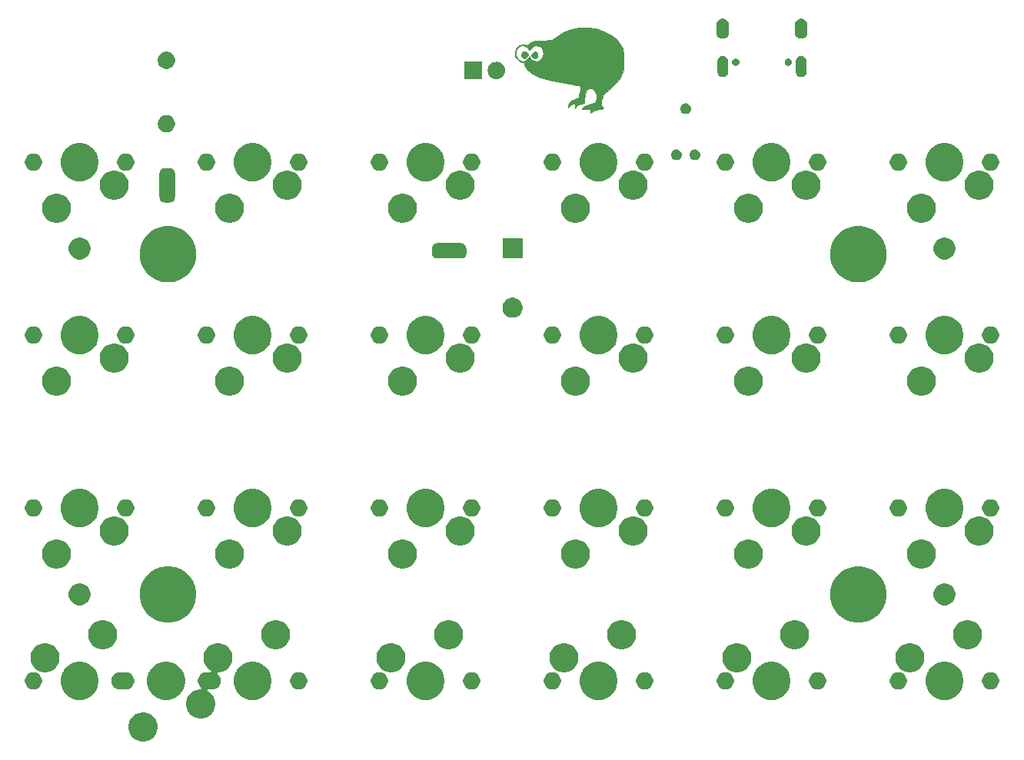
<source format=gbr>
%TF.GenerationSoftware,KiCad,Pcbnew,5.0.2-5.fc29*%
%TF.CreationDate,2019-03-27T11:46:12+01:00*%
%TF.ProjectId,vitamins_included,76697461-6d69-46e7-935f-696e636c7564,rev?*%
%TF.SameCoordinates,Original*%
%TF.FileFunction,Soldermask,Top*%
%TF.FilePolarity,Negative*%
%FSLAX46Y46*%
G04 Gerber Fmt 4.6, Leading zero omitted, Abs format (unit mm)*
G04 Created by KiCad (PCBNEW 5.0.2-5.fc29) date 2019-03-27T11:46:12 CET*
%MOMM*%
%LPD*%
G01*
G04 APERTURE LIST*
%ADD10C,0.010000*%
%ADD11C,0.100000*%
G04 APERTURE END LIST*
D10*
G36*
X66337919Y-2162640D02*
X67283817Y-2475473D01*
X67567897Y-2600277D01*
X68211726Y-2963902D01*
X68713271Y-3397037D01*
X69091455Y-3917376D01*
X69199105Y-4125333D01*
X69292579Y-4337867D01*
X69355184Y-4533714D01*
X69392999Y-4755008D01*
X69412106Y-5043888D01*
X69418583Y-5442488D01*
X69419000Y-5649333D01*
X69406755Y-6240491D01*
X69359333Y-6725422D01*
X69260705Y-7135255D01*
X69094844Y-7501121D01*
X68845719Y-7854150D01*
X68497301Y-8225471D01*
X68033563Y-8646215D01*
X67752718Y-8885456D01*
X67474360Y-9151906D01*
X67233992Y-9438996D01*
X67099370Y-9653020D01*
X66973194Y-10001007D01*
X66926915Y-10330932D01*
X66962718Y-10596732D01*
X67048333Y-10729333D01*
X67164614Y-10867107D01*
X67120273Y-10952538D01*
X66916241Y-10984024D01*
X66900167Y-10984160D01*
X66667125Y-11020896D01*
X66367622Y-11114176D01*
X66180500Y-11191932D01*
X65736000Y-11398876D01*
X65736000Y-11179447D01*
X65727846Y-11055307D01*
X65675923Y-10996079D01*
X65539037Y-10987194D01*
X65275998Y-11014083D01*
X65270333Y-11014749D01*
X64964506Y-11032497D01*
X64811604Y-11000446D01*
X64805241Y-10926196D01*
X64939036Y-10817347D01*
X65206602Y-10681499D01*
X65601557Y-10526252D01*
X65713331Y-10487379D01*
X66371000Y-10263666D01*
X66396269Y-9732089D01*
X66403571Y-9431290D01*
X66377955Y-9238641D01*
X66301626Y-9093637D01*
X66164247Y-8943221D01*
X65896932Y-8752804D01*
X65649540Y-8720999D01*
X65434188Y-8837266D01*
X65262992Y-9091062D01*
X65148071Y-9471848D01*
X65104605Y-9865035D01*
X65083200Y-10348333D01*
X64758198Y-10401171D01*
X64412159Y-10535425D01*
X64238352Y-10697504D01*
X64043508Y-10941000D01*
X64043087Y-10660127D01*
X64029886Y-10472971D01*
X63968368Y-10414741D01*
X63852167Y-10437025D01*
X63647207Y-10537971D01*
X63471167Y-10669156D01*
X63280667Y-10843517D01*
X63280667Y-10665921D01*
X63357019Y-10416871D01*
X63558837Y-10175469D01*
X63845265Y-9981145D01*
X64082423Y-9892147D01*
X64264137Y-9843428D01*
X64385376Y-9784764D01*
X64465647Y-9682372D01*
X64524460Y-9502469D01*
X64581324Y-9211271D01*
X64625594Y-8951541D01*
X64662082Y-8636404D01*
X64642707Y-8461178D01*
X64621301Y-8434660D01*
X64515110Y-8404500D01*
X64269487Y-8351391D01*
X63911940Y-8280762D01*
X63469976Y-8198042D01*
X62971102Y-8108660D01*
X62956883Y-8106167D01*
X62014163Y-7931097D01*
X61222947Y-7761267D01*
X60565737Y-7591284D01*
X60025039Y-7415755D01*
X59583355Y-7229289D01*
X59223190Y-7026494D01*
X59047333Y-6901269D01*
X58851039Y-6705169D01*
X58662215Y-6446924D01*
X58517981Y-6185106D01*
X58455460Y-5978285D01*
X58455100Y-5966833D01*
X58393216Y-5848638D01*
X58234533Y-5818666D01*
X58003633Y-5745691D01*
X57736937Y-5540870D01*
X57715963Y-5520230D01*
X57540051Y-5329764D01*
X57458506Y-5171632D01*
X57445587Y-4980024D01*
X57552813Y-4980024D01*
X57653708Y-5283192D01*
X57839163Y-5522767D01*
X58080426Y-5676685D01*
X58348748Y-5722883D01*
X58615377Y-5639295D01*
X58742341Y-5538689D01*
X58897001Y-5364080D01*
X58992492Y-5221189D01*
X59047585Y-5141335D01*
X59102174Y-5221189D01*
X59279948Y-5471103D01*
X59531726Y-5657797D01*
X59793005Y-5733919D01*
X59800763Y-5734000D01*
X60106393Y-5662585D01*
X60338308Y-5473742D01*
X60489752Y-5205575D01*
X60553974Y-4896186D01*
X60524220Y-4583679D01*
X60393737Y-4306155D01*
X60155771Y-4101719D01*
X60095131Y-4073141D01*
X59773880Y-4007522D01*
X59484827Y-4100749D01*
X59216296Y-4351843D01*
X59074116Y-4494384D01*
X58992985Y-4498853D01*
X58986833Y-4486299D01*
X58812030Y-4219682D01*
X58540309Y-4032756D01*
X58406577Y-3991087D01*
X58136300Y-4016958D01*
X57871085Y-4167878D01*
X57660862Y-4405613D01*
X57565228Y-4635328D01*
X57552813Y-4980024D01*
X57445587Y-4980024D01*
X57444912Y-4970027D01*
X57459552Y-4784425D01*
X57510090Y-4482176D01*
X57613069Y-4272132D01*
X57767791Y-4109195D01*
X57997827Y-3962143D01*
X58258488Y-3878325D01*
X58495057Y-3867069D01*
X58652815Y-3937708D01*
X58666323Y-3955982D01*
X58756317Y-3957174D01*
X58931535Y-3861292D01*
X59060841Y-3765482D01*
X59207584Y-3651958D01*
X59339168Y-3573600D01*
X59491881Y-3522300D01*
X59702015Y-3489947D01*
X60005860Y-3468432D01*
X60439706Y-3449645D01*
X60481565Y-3448000D01*
X61560087Y-3405666D01*
X62018210Y-3055289D01*
X62807482Y-2550826D01*
X63640098Y-2208836D01*
X64510049Y-2029814D01*
X65411326Y-2014251D01*
X66337919Y-2162640D01*
X66337919Y-2162640D01*
G37*
X66337919Y-2162640D02*
X67283817Y-2475473D01*
X67567897Y-2600277D01*
X68211726Y-2963902D01*
X68713271Y-3397037D01*
X69091455Y-3917376D01*
X69199105Y-4125333D01*
X69292579Y-4337867D01*
X69355184Y-4533714D01*
X69392999Y-4755008D01*
X69412106Y-5043888D01*
X69418583Y-5442488D01*
X69419000Y-5649333D01*
X69406755Y-6240491D01*
X69359333Y-6725422D01*
X69260705Y-7135255D01*
X69094844Y-7501121D01*
X68845719Y-7854150D01*
X68497301Y-8225471D01*
X68033563Y-8646215D01*
X67752718Y-8885456D01*
X67474360Y-9151906D01*
X67233992Y-9438996D01*
X67099370Y-9653020D01*
X66973194Y-10001007D01*
X66926915Y-10330932D01*
X66962718Y-10596732D01*
X67048333Y-10729333D01*
X67164614Y-10867107D01*
X67120273Y-10952538D01*
X66916241Y-10984024D01*
X66900167Y-10984160D01*
X66667125Y-11020896D01*
X66367622Y-11114176D01*
X66180500Y-11191932D01*
X65736000Y-11398876D01*
X65736000Y-11179447D01*
X65727846Y-11055307D01*
X65675923Y-10996079D01*
X65539037Y-10987194D01*
X65275998Y-11014083D01*
X65270333Y-11014749D01*
X64964506Y-11032497D01*
X64811604Y-11000446D01*
X64805241Y-10926196D01*
X64939036Y-10817347D01*
X65206602Y-10681499D01*
X65601557Y-10526252D01*
X65713331Y-10487379D01*
X66371000Y-10263666D01*
X66396269Y-9732089D01*
X66403571Y-9431290D01*
X66377955Y-9238641D01*
X66301626Y-9093637D01*
X66164247Y-8943221D01*
X65896932Y-8752804D01*
X65649540Y-8720999D01*
X65434188Y-8837266D01*
X65262992Y-9091062D01*
X65148071Y-9471848D01*
X65104605Y-9865035D01*
X65083200Y-10348333D01*
X64758198Y-10401171D01*
X64412159Y-10535425D01*
X64238352Y-10697504D01*
X64043508Y-10941000D01*
X64043087Y-10660127D01*
X64029886Y-10472971D01*
X63968368Y-10414741D01*
X63852167Y-10437025D01*
X63647207Y-10537971D01*
X63471167Y-10669156D01*
X63280667Y-10843517D01*
X63280667Y-10665921D01*
X63357019Y-10416871D01*
X63558837Y-10175469D01*
X63845265Y-9981145D01*
X64082423Y-9892147D01*
X64264137Y-9843428D01*
X64385376Y-9784764D01*
X64465647Y-9682372D01*
X64524460Y-9502469D01*
X64581324Y-9211271D01*
X64625594Y-8951541D01*
X64662082Y-8636404D01*
X64642707Y-8461178D01*
X64621301Y-8434660D01*
X64515110Y-8404500D01*
X64269487Y-8351391D01*
X63911940Y-8280762D01*
X63469976Y-8198042D01*
X62971102Y-8108660D01*
X62956883Y-8106167D01*
X62014163Y-7931097D01*
X61222947Y-7761267D01*
X60565737Y-7591284D01*
X60025039Y-7415755D01*
X59583355Y-7229289D01*
X59223190Y-7026494D01*
X59047333Y-6901269D01*
X58851039Y-6705169D01*
X58662215Y-6446924D01*
X58517981Y-6185106D01*
X58455460Y-5978285D01*
X58455100Y-5966833D01*
X58393216Y-5848638D01*
X58234533Y-5818666D01*
X58003633Y-5745691D01*
X57736937Y-5540870D01*
X57715963Y-5520230D01*
X57540051Y-5329764D01*
X57458506Y-5171632D01*
X57445587Y-4980024D01*
X57552813Y-4980024D01*
X57653708Y-5283192D01*
X57839163Y-5522767D01*
X58080426Y-5676685D01*
X58348748Y-5722883D01*
X58615377Y-5639295D01*
X58742341Y-5538689D01*
X58897001Y-5364080D01*
X58992492Y-5221189D01*
X59047585Y-5141335D01*
X59102174Y-5221189D01*
X59279948Y-5471103D01*
X59531726Y-5657797D01*
X59793005Y-5733919D01*
X59800763Y-5734000D01*
X60106393Y-5662585D01*
X60338308Y-5473742D01*
X60489752Y-5205575D01*
X60553974Y-4896186D01*
X60524220Y-4583679D01*
X60393737Y-4306155D01*
X60155771Y-4101719D01*
X60095131Y-4073141D01*
X59773880Y-4007522D01*
X59484827Y-4100749D01*
X59216296Y-4351843D01*
X59074116Y-4494384D01*
X58992985Y-4498853D01*
X58986833Y-4486299D01*
X58812030Y-4219682D01*
X58540309Y-4032756D01*
X58406577Y-3991087D01*
X58136300Y-4016958D01*
X57871085Y-4167878D01*
X57660862Y-4405613D01*
X57565228Y-4635328D01*
X57552813Y-4980024D01*
X57445587Y-4980024D01*
X57444912Y-4970027D01*
X57459552Y-4784425D01*
X57510090Y-4482176D01*
X57613069Y-4272132D01*
X57767791Y-4109195D01*
X57997827Y-3962143D01*
X58258488Y-3878325D01*
X58495057Y-3867069D01*
X58652815Y-3937708D01*
X58666323Y-3955982D01*
X58756317Y-3957174D01*
X58931535Y-3861292D01*
X59060841Y-3765482D01*
X59207584Y-3651958D01*
X59339168Y-3573600D01*
X59491881Y-3522300D01*
X59702015Y-3489947D01*
X60005860Y-3468432D01*
X60439706Y-3449645D01*
X60481565Y-3448000D01*
X61560087Y-3405666D01*
X62018210Y-3055289D01*
X62807482Y-2550826D01*
X63640098Y-2208836D01*
X64510049Y-2029814D01*
X65411326Y-2014251D01*
X66337919Y-2162640D01*
G36*
X58631477Y-4696842D02*
X58782006Y-4840593D01*
X58872698Y-4994418D01*
X58878000Y-5029044D01*
X58814510Y-5156230D01*
X58671001Y-5297052D01*
X58517909Y-5387457D01*
X58475214Y-5395333D01*
X58345490Y-5340710D01*
X58249047Y-5262285D01*
X58141094Y-5106386D01*
X58116000Y-5014333D01*
X58181721Y-4850494D01*
X58330867Y-4699034D01*
X58489925Y-4633333D01*
X58631477Y-4696842D01*
X58631477Y-4696842D01*
G37*
X58631477Y-4696842D02*
X58782006Y-4840593D01*
X58872698Y-4994418D01*
X58878000Y-5029044D01*
X58814510Y-5156230D01*
X58671001Y-5297052D01*
X58517909Y-5387457D01*
X58475214Y-5395333D01*
X58345490Y-5340710D01*
X58249047Y-5262285D01*
X58141094Y-5106386D01*
X58116000Y-5014333D01*
X58181721Y-4850494D01*
X58330867Y-4699034D01*
X58489925Y-4633333D01*
X58631477Y-4696842D01*
G36*
X59756148Y-4685709D02*
X59907675Y-4835617D01*
X59945591Y-4936409D01*
X59940035Y-5174006D01*
X59819597Y-5333970D01*
X59630419Y-5391067D01*
X59418640Y-5320063D01*
X59349714Y-5262285D01*
X59237686Y-5118433D01*
X59244031Y-4985259D01*
X59370089Y-4801290D01*
X59559649Y-4670204D01*
X59756148Y-4685709D01*
X59756148Y-4685709D01*
G37*
X59756148Y-4685709D02*
X59907675Y-4835617D01*
X59945591Y-4936409D01*
X59940035Y-5174006D01*
X59819597Y-5333970D01*
X59630419Y-5391067D01*
X59418640Y-5320063D01*
X59349714Y-5262285D01*
X59237686Y-5118433D01*
X59244031Y-4985259D01*
X59370089Y-4801290D01*
X59559649Y-4670204D01*
X59756148Y-4685709D01*
D11*
G36*
X16951703Y-77541486D02*
X17242883Y-77662097D01*
X17504944Y-77837201D01*
X17727799Y-78060056D01*
X17902903Y-78322117D01*
X18023514Y-78613297D01*
X18085000Y-78922412D01*
X18085000Y-79237588D01*
X18023514Y-79546703D01*
X17902903Y-79837883D01*
X17727799Y-80099944D01*
X17504944Y-80322799D01*
X17242883Y-80497903D01*
X16951703Y-80618514D01*
X16642588Y-80680000D01*
X16327412Y-80680000D01*
X16018297Y-80618514D01*
X15727117Y-80497903D01*
X15465056Y-80322799D01*
X15242201Y-80099944D01*
X15067097Y-79837883D01*
X14946486Y-79546703D01*
X14885000Y-79237588D01*
X14885000Y-78922412D01*
X14946486Y-78613297D01*
X15067097Y-78322117D01*
X15242201Y-78060056D01*
X15465056Y-77837201D01*
X15727117Y-77662097D01*
X16018297Y-77541486D01*
X16327412Y-77480000D01*
X16642588Y-77480000D01*
X16951703Y-77541486D01*
X16951703Y-77541486D01*
G37*
G36*
X25206703Y-69921486D02*
X25497883Y-70042097D01*
X25759944Y-70217201D01*
X25982799Y-70440056D01*
X26157903Y-70702117D01*
X26278514Y-70993297D01*
X26340000Y-71302412D01*
X26340000Y-71617588D01*
X26278514Y-71926703D01*
X26157903Y-72217883D01*
X25982799Y-72479944D01*
X25759944Y-72702799D01*
X25497883Y-72877903D01*
X25206703Y-72998514D01*
X24897588Y-73060000D01*
X24810279Y-73060000D01*
X24785893Y-73062402D01*
X24762444Y-73069515D01*
X24740833Y-73081066D01*
X24721891Y-73096612D01*
X24706345Y-73115554D01*
X24694794Y-73137165D01*
X24687681Y-73160614D01*
X24685279Y-73185000D01*
X24687681Y-73209386D01*
X24694794Y-73232835D01*
X24706345Y-73254446D01*
X24721891Y-73273388D01*
X24842913Y-73394410D01*
X24946879Y-73550006D01*
X25018492Y-73722895D01*
X25055000Y-73906433D01*
X25055000Y-74093567D01*
X25018492Y-74277105D01*
X24946879Y-74449994D01*
X24842913Y-74605590D01*
X24710590Y-74737913D01*
X24554994Y-74841879D01*
X24382105Y-74913492D01*
X24260916Y-74937598D01*
X24198568Y-74950000D01*
X24011432Y-74950000D01*
X23949084Y-74937598D01*
X23827895Y-74913492D01*
X23827892Y-74913491D01*
X23820010Y-74911923D01*
X23811899Y-74909462D01*
X23787513Y-74907058D01*
X23763127Y-74909457D01*
X23755010Y-74911919D01*
X23747108Y-74913491D01*
X23747105Y-74913492D01*
X23683657Y-74926113D01*
X23660210Y-74933225D01*
X23638600Y-74944776D01*
X23619657Y-74960322D01*
X23604112Y-74979264D01*
X23592561Y-75000875D01*
X23585448Y-75024324D01*
X23583046Y-75048710D01*
X23585448Y-75073097D01*
X23592561Y-75096546D01*
X23604112Y-75118156D01*
X23619658Y-75137099D01*
X23638600Y-75152644D01*
X23854944Y-75297201D01*
X24077799Y-75520056D01*
X24252903Y-75782117D01*
X24373514Y-76073297D01*
X24435000Y-76382412D01*
X24435000Y-76697588D01*
X24373514Y-77006703D01*
X24252903Y-77297883D01*
X24077799Y-77559944D01*
X23854944Y-77782799D01*
X23592883Y-77957903D01*
X23301703Y-78078514D01*
X22992588Y-78140000D01*
X22677412Y-78140000D01*
X22368297Y-78078514D01*
X22077117Y-77957903D01*
X21815056Y-77782799D01*
X21592201Y-77559944D01*
X21417097Y-77297883D01*
X21296486Y-77006703D01*
X21235000Y-76697588D01*
X21235000Y-76382412D01*
X21296486Y-76073297D01*
X21417097Y-75782117D01*
X21592201Y-75520056D01*
X21815056Y-75297201D01*
X22077117Y-75122097D01*
X22368297Y-75001486D01*
X22677412Y-74940000D01*
X22764721Y-74940000D01*
X22789107Y-74937598D01*
X22812556Y-74930485D01*
X22834167Y-74918934D01*
X22853109Y-74903388D01*
X22868655Y-74884446D01*
X22880206Y-74862835D01*
X22887319Y-74839386D01*
X22889721Y-74815000D01*
X22887319Y-74790614D01*
X22880206Y-74767165D01*
X22868655Y-74745554D01*
X22853109Y-74726612D01*
X22732087Y-74605590D01*
X22628121Y-74449994D01*
X22556508Y-74277105D01*
X22520000Y-74093567D01*
X22520000Y-73906433D01*
X22556508Y-73722895D01*
X22628121Y-73550006D01*
X22732087Y-73394410D01*
X22864410Y-73262087D01*
X23020006Y-73158121D01*
X23192895Y-73086508D01*
X23350170Y-73055224D01*
X23376432Y-73050000D01*
X23563568Y-73050000D01*
X23589830Y-73055224D01*
X23747105Y-73086508D01*
X23747108Y-73086509D01*
X23754990Y-73088077D01*
X23763101Y-73090538D01*
X23787487Y-73092942D01*
X23811873Y-73090543D01*
X23819990Y-73088081D01*
X23827892Y-73086509D01*
X23827895Y-73086508D01*
X23891343Y-73073887D01*
X23914790Y-73066775D01*
X23936400Y-73055224D01*
X23955343Y-73039678D01*
X23970888Y-73020736D01*
X23982439Y-72999125D01*
X23989552Y-72975676D01*
X23991954Y-72951290D01*
X23989552Y-72926903D01*
X23982439Y-72903454D01*
X23970888Y-72881844D01*
X23955342Y-72862901D01*
X23936400Y-72847356D01*
X23720056Y-72702799D01*
X23497201Y-72479944D01*
X23322097Y-72217883D01*
X23201486Y-71926703D01*
X23140000Y-71617588D01*
X23140000Y-71302412D01*
X23201486Y-70993297D01*
X23322097Y-70702117D01*
X23497201Y-70440056D01*
X23720056Y-70217201D01*
X23982117Y-70042097D01*
X24273297Y-69921486D01*
X24582412Y-69860000D01*
X24897588Y-69860000D01*
X25206703Y-69921486D01*
X25206703Y-69921486D01*
G37*
G36*
X105362547Y-71980701D02*
X105744722Y-72139003D01*
X105744723Y-72139004D01*
X106088672Y-72368823D01*
X106381177Y-72661328D01*
X106525887Y-72877902D01*
X106610997Y-73005278D01*
X106769299Y-73387453D01*
X106850000Y-73793167D01*
X106850000Y-74206833D01*
X106769299Y-74612547D01*
X106610997Y-74994722D01*
X106574923Y-75048710D01*
X106381177Y-75338672D01*
X106088672Y-75631177D01*
X105862775Y-75782116D01*
X105744722Y-75860997D01*
X105362547Y-76019299D01*
X104956833Y-76100000D01*
X104543167Y-76100000D01*
X104137453Y-76019299D01*
X103755278Y-75860997D01*
X103637225Y-75782116D01*
X103411328Y-75631177D01*
X103118823Y-75338672D01*
X102925077Y-75048710D01*
X102889003Y-74994722D01*
X102730701Y-74612547D01*
X102650000Y-74206833D01*
X102650000Y-73793167D01*
X102730701Y-73387453D01*
X102889003Y-73005278D01*
X102974113Y-72877902D01*
X103118823Y-72661328D01*
X103411328Y-72368823D01*
X103755277Y-72139004D01*
X103755278Y-72139003D01*
X104137453Y-71980701D01*
X104543167Y-71900000D01*
X104956833Y-71900000D01*
X105362547Y-71980701D01*
X105362547Y-71980701D01*
G37*
G36*
X10112547Y-71980701D02*
X10494722Y-72139003D01*
X10494723Y-72139004D01*
X10838672Y-72368823D01*
X11131177Y-72661328D01*
X11275887Y-72877902D01*
X11360997Y-73005278D01*
X11519299Y-73387453D01*
X11600000Y-73793167D01*
X11600000Y-74206833D01*
X11519299Y-74612547D01*
X11360997Y-74994722D01*
X11324923Y-75048710D01*
X11131177Y-75338672D01*
X10838672Y-75631177D01*
X10612775Y-75782116D01*
X10494722Y-75860997D01*
X10112547Y-76019299D01*
X9706833Y-76100000D01*
X9293167Y-76100000D01*
X8887453Y-76019299D01*
X8505278Y-75860997D01*
X8387225Y-75782116D01*
X8161328Y-75631177D01*
X7868823Y-75338672D01*
X7675077Y-75048710D01*
X7639003Y-74994722D01*
X7480701Y-74612547D01*
X7400000Y-74206833D01*
X7400000Y-73793167D01*
X7480701Y-73387453D01*
X7639003Y-73005278D01*
X7724113Y-72877902D01*
X7868823Y-72661328D01*
X8161328Y-72368823D01*
X8505277Y-72139004D01*
X8505278Y-72139003D01*
X8887453Y-71980701D01*
X9293167Y-71900000D01*
X9706833Y-71900000D01*
X10112547Y-71980701D01*
X10112547Y-71980701D01*
G37*
G36*
X29162547Y-71980701D02*
X29544722Y-72139003D01*
X29544723Y-72139004D01*
X29888672Y-72368823D01*
X30181177Y-72661328D01*
X30325887Y-72877902D01*
X30410997Y-73005278D01*
X30569299Y-73387453D01*
X30650000Y-73793167D01*
X30650000Y-74206833D01*
X30569299Y-74612547D01*
X30410997Y-74994722D01*
X30374923Y-75048710D01*
X30181177Y-75338672D01*
X29888672Y-75631177D01*
X29662775Y-75782116D01*
X29544722Y-75860997D01*
X29162547Y-76019299D01*
X28756833Y-76100000D01*
X28343167Y-76100000D01*
X27937453Y-76019299D01*
X27555278Y-75860997D01*
X27437225Y-75782116D01*
X27211328Y-75631177D01*
X26918823Y-75338672D01*
X26725077Y-75048710D01*
X26689003Y-74994722D01*
X26530701Y-74612547D01*
X26450000Y-74206833D01*
X26450000Y-73793167D01*
X26530701Y-73387453D01*
X26689003Y-73005278D01*
X26774113Y-72877902D01*
X26918823Y-72661328D01*
X27211328Y-72368823D01*
X27555277Y-72139004D01*
X27555278Y-72139003D01*
X27937453Y-71980701D01*
X28343167Y-71900000D01*
X28756833Y-71900000D01*
X29162547Y-71980701D01*
X29162547Y-71980701D01*
G37*
G36*
X19637547Y-71980701D02*
X20019722Y-72139003D01*
X20019723Y-72139004D01*
X20363672Y-72368823D01*
X20656177Y-72661328D01*
X20800887Y-72877902D01*
X20885997Y-73005278D01*
X21044299Y-73387453D01*
X21125000Y-73793167D01*
X21125000Y-74206833D01*
X21044299Y-74612547D01*
X20885997Y-74994722D01*
X20849923Y-75048710D01*
X20656177Y-75338672D01*
X20363672Y-75631177D01*
X20137775Y-75782116D01*
X20019722Y-75860997D01*
X19637547Y-76019299D01*
X19231833Y-76100000D01*
X18818167Y-76100000D01*
X18412453Y-76019299D01*
X18030278Y-75860997D01*
X17912225Y-75782116D01*
X17686328Y-75631177D01*
X17393823Y-75338672D01*
X17200077Y-75048710D01*
X17164003Y-74994722D01*
X17005701Y-74612547D01*
X16925000Y-74206833D01*
X16925000Y-73793167D01*
X17005701Y-73387453D01*
X17164003Y-73005278D01*
X17249113Y-72877902D01*
X17393823Y-72661328D01*
X17686328Y-72368823D01*
X18030277Y-72139004D01*
X18030278Y-72139003D01*
X18412453Y-71980701D01*
X18818167Y-71900000D01*
X19231833Y-71900000D01*
X19637547Y-71980701D01*
X19637547Y-71980701D01*
G37*
G36*
X67262547Y-71980701D02*
X67644722Y-72139003D01*
X67644723Y-72139004D01*
X67988672Y-72368823D01*
X68281177Y-72661328D01*
X68425887Y-72877902D01*
X68510997Y-73005278D01*
X68669299Y-73387453D01*
X68750000Y-73793167D01*
X68750000Y-74206833D01*
X68669299Y-74612547D01*
X68510997Y-74994722D01*
X68474923Y-75048710D01*
X68281177Y-75338672D01*
X67988672Y-75631177D01*
X67762775Y-75782116D01*
X67644722Y-75860997D01*
X67262547Y-76019299D01*
X66856833Y-76100000D01*
X66443167Y-76100000D01*
X66037453Y-76019299D01*
X65655278Y-75860997D01*
X65537225Y-75782116D01*
X65311328Y-75631177D01*
X65018823Y-75338672D01*
X64825077Y-75048710D01*
X64789003Y-74994722D01*
X64630701Y-74612547D01*
X64550000Y-74206833D01*
X64550000Y-73793167D01*
X64630701Y-73387453D01*
X64789003Y-73005278D01*
X64874113Y-72877902D01*
X65018823Y-72661328D01*
X65311328Y-72368823D01*
X65655277Y-72139004D01*
X65655278Y-72139003D01*
X66037453Y-71980701D01*
X66443167Y-71900000D01*
X66856833Y-71900000D01*
X67262547Y-71980701D01*
X67262547Y-71980701D01*
G37*
G36*
X86312547Y-71980701D02*
X86694722Y-72139003D01*
X86694723Y-72139004D01*
X87038672Y-72368823D01*
X87331177Y-72661328D01*
X87475887Y-72877902D01*
X87560997Y-73005278D01*
X87719299Y-73387453D01*
X87800000Y-73793167D01*
X87800000Y-74206833D01*
X87719299Y-74612547D01*
X87560997Y-74994722D01*
X87524923Y-75048710D01*
X87331177Y-75338672D01*
X87038672Y-75631177D01*
X86812775Y-75782116D01*
X86694722Y-75860997D01*
X86312547Y-76019299D01*
X85906833Y-76100000D01*
X85493167Y-76100000D01*
X85087453Y-76019299D01*
X84705278Y-75860997D01*
X84587225Y-75782116D01*
X84361328Y-75631177D01*
X84068823Y-75338672D01*
X83875077Y-75048710D01*
X83839003Y-74994722D01*
X83680701Y-74612547D01*
X83600000Y-74206833D01*
X83600000Y-73793167D01*
X83680701Y-73387453D01*
X83839003Y-73005278D01*
X83924113Y-72877902D01*
X84068823Y-72661328D01*
X84361328Y-72368823D01*
X84705277Y-72139004D01*
X84705278Y-72139003D01*
X85087453Y-71980701D01*
X85493167Y-71900000D01*
X85906833Y-71900000D01*
X86312547Y-71980701D01*
X86312547Y-71980701D01*
G37*
G36*
X48212547Y-71980701D02*
X48594722Y-72139003D01*
X48594723Y-72139004D01*
X48938672Y-72368823D01*
X49231177Y-72661328D01*
X49375887Y-72877902D01*
X49460997Y-73005278D01*
X49619299Y-73387453D01*
X49700000Y-73793167D01*
X49700000Y-74206833D01*
X49619299Y-74612547D01*
X49460997Y-74994722D01*
X49424923Y-75048710D01*
X49231177Y-75338672D01*
X48938672Y-75631177D01*
X48712775Y-75782116D01*
X48594722Y-75860997D01*
X48212547Y-76019299D01*
X47806833Y-76100000D01*
X47393167Y-76100000D01*
X46987453Y-76019299D01*
X46605278Y-75860997D01*
X46487225Y-75782116D01*
X46261328Y-75631177D01*
X45968823Y-75338672D01*
X45775077Y-75048710D01*
X45739003Y-74994722D01*
X45580701Y-74612547D01*
X45500000Y-74206833D01*
X45500000Y-73793167D01*
X45580701Y-73387453D01*
X45739003Y-73005278D01*
X45824113Y-72877902D01*
X45968823Y-72661328D01*
X46261328Y-72368823D01*
X46605277Y-72139004D01*
X46605278Y-72139003D01*
X46987453Y-71980701D01*
X47393167Y-71900000D01*
X47806833Y-71900000D01*
X48212547Y-71980701D01*
X48212547Y-71980701D01*
G37*
G36*
X42639830Y-73055224D02*
X42797105Y-73086508D01*
X42969994Y-73158121D01*
X43125590Y-73262087D01*
X43257913Y-73394410D01*
X43361879Y-73550006D01*
X43433492Y-73722895D01*
X43470000Y-73906433D01*
X43470000Y-74093567D01*
X43433492Y-74277105D01*
X43361879Y-74449994D01*
X43257913Y-74605590D01*
X43125590Y-74737913D01*
X42969994Y-74841879D01*
X42797105Y-74913492D01*
X42675916Y-74937598D01*
X42613568Y-74950000D01*
X42426432Y-74950000D01*
X42364084Y-74937598D01*
X42242895Y-74913492D01*
X42070006Y-74841879D01*
X41914410Y-74737913D01*
X41782087Y-74605590D01*
X41678121Y-74449994D01*
X41606508Y-74277105D01*
X41570000Y-74093567D01*
X41570000Y-73906433D01*
X41606508Y-73722895D01*
X41678121Y-73550006D01*
X41782087Y-73394410D01*
X41914410Y-73262087D01*
X42070006Y-73158121D01*
X42242895Y-73086508D01*
X42400170Y-73055224D01*
X42426432Y-73050000D01*
X42613568Y-73050000D01*
X42639830Y-73055224D01*
X42639830Y-73055224D01*
G37*
G36*
X52799830Y-73055224D02*
X52957105Y-73086508D01*
X53129994Y-73158121D01*
X53285590Y-73262087D01*
X53417913Y-73394410D01*
X53521879Y-73550006D01*
X53593492Y-73722895D01*
X53630000Y-73906433D01*
X53630000Y-74093567D01*
X53593492Y-74277105D01*
X53521879Y-74449994D01*
X53417913Y-74605590D01*
X53285590Y-74737913D01*
X53129994Y-74841879D01*
X52957105Y-74913492D01*
X52835916Y-74937598D01*
X52773568Y-74950000D01*
X52586432Y-74950000D01*
X52524084Y-74937598D01*
X52402895Y-74913492D01*
X52230006Y-74841879D01*
X52074410Y-74737913D01*
X51942087Y-74605590D01*
X51838121Y-74449994D01*
X51766508Y-74277105D01*
X51730000Y-74093567D01*
X51730000Y-73906433D01*
X51766508Y-73722895D01*
X51838121Y-73550006D01*
X51942087Y-73394410D01*
X52074410Y-73262087D01*
X52230006Y-73158121D01*
X52402895Y-73086508D01*
X52560170Y-73055224D01*
X52586432Y-73050000D01*
X52773568Y-73050000D01*
X52799830Y-73055224D01*
X52799830Y-73055224D01*
G37*
G36*
X90899830Y-73055224D02*
X91057105Y-73086508D01*
X91229994Y-73158121D01*
X91385590Y-73262087D01*
X91517913Y-73394410D01*
X91621879Y-73550006D01*
X91693492Y-73722895D01*
X91730000Y-73906433D01*
X91730000Y-74093567D01*
X91693492Y-74277105D01*
X91621879Y-74449994D01*
X91517913Y-74605590D01*
X91385590Y-74737913D01*
X91229994Y-74841879D01*
X91057105Y-74913492D01*
X90935916Y-74937598D01*
X90873568Y-74950000D01*
X90686432Y-74950000D01*
X90624084Y-74937598D01*
X90502895Y-74913492D01*
X90330006Y-74841879D01*
X90174410Y-74737913D01*
X90042087Y-74605590D01*
X89938121Y-74449994D01*
X89866508Y-74277105D01*
X89830000Y-74093567D01*
X89830000Y-73906433D01*
X89866508Y-73722895D01*
X89938121Y-73550006D01*
X90042087Y-73394410D01*
X90174410Y-73262087D01*
X90330006Y-73158121D01*
X90502895Y-73086508D01*
X90660170Y-73055224D01*
X90686432Y-73050000D01*
X90873568Y-73050000D01*
X90899830Y-73055224D01*
X90899830Y-73055224D01*
G37*
G36*
X80739830Y-73055224D02*
X80897105Y-73086508D01*
X81069994Y-73158121D01*
X81225590Y-73262087D01*
X81357913Y-73394410D01*
X81461879Y-73550006D01*
X81533492Y-73722895D01*
X81570000Y-73906433D01*
X81570000Y-74093567D01*
X81533492Y-74277105D01*
X81461879Y-74449994D01*
X81357913Y-74605590D01*
X81225590Y-74737913D01*
X81069994Y-74841879D01*
X80897105Y-74913492D01*
X80775916Y-74937598D01*
X80713568Y-74950000D01*
X80526432Y-74950000D01*
X80464084Y-74937598D01*
X80342895Y-74913492D01*
X80170006Y-74841879D01*
X80014410Y-74737913D01*
X79882087Y-74605590D01*
X79778121Y-74449994D01*
X79706508Y-74277105D01*
X79670000Y-74093567D01*
X79670000Y-73906433D01*
X79706508Y-73722895D01*
X79778121Y-73550006D01*
X79882087Y-73394410D01*
X80014410Y-73262087D01*
X80170006Y-73158121D01*
X80342895Y-73086508D01*
X80500170Y-73055224D01*
X80526432Y-73050000D01*
X80713568Y-73050000D01*
X80739830Y-73055224D01*
X80739830Y-73055224D01*
G37*
G36*
X71849830Y-73055224D02*
X72007105Y-73086508D01*
X72179994Y-73158121D01*
X72335590Y-73262087D01*
X72467913Y-73394410D01*
X72571879Y-73550006D01*
X72643492Y-73722895D01*
X72680000Y-73906433D01*
X72680000Y-74093567D01*
X72643492Y-74277105D01*
X72571879Y-74449994D01*
X72467913Y-74605590D01*
X72335590Y-74737913D01*
X72179994Y-74841879D01*
X72007105Y-74913492D01*
X71885916Y-74937598D01*
X71823568Y-74950000D01*
X71636432Y-74950000D01*
X71574084Y-74937598D01*
X71452895Y-74913492D01*
X71280006Y-74841879D01*
X71124410Y-74737913D01*
X70992087Y-74605590D01*
X70888121Y-74449994D01*
X70816508Y-74277105D01*
X70780000Y-74093567D01*
X70780000Y-73906433D01*
X70816508Y-73722895D01*
X70888121Y-73550006D01*
X70992087Y-73394410D01*
X71124410Y-73262087D01*
X71280006Y-73158121D01*
X71452895Y-73086508D01*
X71610170Y-73055224D01*
X71636432Y-73050000D01*
X71823568Y-73050000D01*
X71849830Y-73055224D01*
X71849830Y-73055224D01*
G37*
G36*
X61689830Y-73055224D02*
X61847105Y-73086508D01*
X62019994Y-73158121D01*
X62175590Y-73262087D01*
X62307913Y-73394410D01*
X62411879Y-73550006D01*
X62483492Y-73722895D01*
X62520000Y-73906433D01*
X62520000Y-74093567D01*
X62483492Y-74277105D01*
X62411879Y-74449994D01*
X62307913Y-74605590D01*
X62175590Y-74737913D01*
X62019994Y-74841879D01*
X61847105Y-74913492D01*
X61725916Y-74937598D01*
X61663568Y-74950000D01*
X61476432Y-74950000D01*
X61414084Y-74937598D01*
X61292895Y-74913492D01*
X61120006Y-74841879D01*
X60964410Y-74737913D01*
X60832087Y-74605590D01*
X60728121Y-74449994D01*
X60656508Y-74277105D01*
X60620000Y-74093567D01*
X60620000Y-73906433D01*
X60656508Y-73722895D01*
X60728121Y-73550006D01*
X60832087Y-73394410D01*
X60964410Y-73262087D01*
X61120006Y-73158121D01*
X61292895Y-73086508D01*
X61450170Y-73055224D01*
X61476432Y-73050000D01*
X61663568Y-73050000D01*
X61689830Y-73055224D01*
X61689830Y-73055224D01*
G37*
G36*
X33749830Y-73055224D02*
X33907105Y-73086508D01*
X34079994Y-73158121D01*
X34235590Y-73262087D01*
X34367913Y-73394410D01*
X34471879Y-73550006D01*
X34543492Y-73722895D01*
X34580000Y-73906433D01*
X34580000Y-74093567D01*
X34543492Y-74277105D01*
X34471879Y-74449994D01*
X34367913Y-74605590D01*
X34235590Y-74737913D01*
X34079994Y-74841879D01*
X33907105Y-74913492D01*
X33785916Y-74937598D01*
X33723568Y-74950000D01*
X33536432Y-74950000D01*
X33474084Y-74937598D01*
X33352895Y-74913492D01*
X33180006Y-74841879D01*
X33024410Y-74737913D01*
X32892087Y-74605590D01*
X32788121Y-74449994D01*
X32716508Y-74277105D01*
X32680000Y-74093567D01*
X32680000Y-73906433D01*
X32716508Y-73722895D01*
X32788121Y-73550006D01*
X32892087Y-73394410D01*
X33024410Y-73262087D01*
X33180006Y-73158121D01*
X33352895Y-73086508D01*
X33510170Y-73055224D01*
X33536432Y-73050000D01*
X33723568Y-73050000D01*
X33749830Y-73055224D01*
X33749830Y-73055224D01*
G37*
G36*
X109949830Y-73055224D02*
X110107105Y-73086508D01*
X110279994Y-73158121D01*
X110435590Y-73262087D01*
X110567913Y-73394410D01*
X110671879Y-73550006D01*
X110743492Y-73722895D01*
X110780000Y-73906433D01*
X110780000Y-74093567D01*
X110743492Y-74277105D01*
X110671879Y-74449994D01*
X110567913Y-74605590D01*
X110435590Y-74737913D01*
X110279994Y-74841879D01*
X110107105Y-74913492D01*
X109985916Y-74937598D01*
X109923568Y-74950000D01*
X109736432Y-74950000D01*
X109674084Y-74937598D01*
X109552895Y-74913492D01*
X109380006Y-74841879D01*
X109224410Y-74737913D01*
X109092087Y-74605590D01*
X108988121Y-74449994D01*
X108916508Y-74277105D01*
X108880000Y-74093567D01*
X108880000Y-73906433D01*
X108916508Y-73722895D01*
X108988121Y-73550006D01*
X109092087Y-73394410D01*
X109224410Y-73262087D01*
X109380006Y-73158121D01*
X109552895Y-73086508D01*
X109710170Y-73055224D01*
X109736432Y-73050000D01*
X109923568Y-73050000D01*
X109949830Y-73055224D01*
X109949830Y-73055224D01*
G37*
G36*
X99789830Y-73055224D02*
X99947105Y-73086508D01*
X100119994Y-73158121D01*
X100275590Y-73262087D01*
X100407913Y-73394410D01*
X100511879Y-73550006D01*
X100583492Y-73722895D01*
X100620000Y-73906433D01*
X100620000Y-74093567D01*
X100583492Y-74277105D01*
X100511879Y-74449994D01*
X100407913Y-74605590D01*
X100275590Y-74737913D01*
X100119994Y-74841879D01*
X99947105Y-74913492D01*
X99825916Y-74937598D01*
X99763568Y-74950000D01*
X99576432Y-74950000D01*
X99514084Y-74937598D01*
X99392895Y-74913492D01*
X99220006Y-74841879D01*
X99064410Y-74737913D01*
X98932087Y-74605590D01*
X98828121Y-74449994D01*
X98756508Y-74277105D01*
X98720000Y-74093567D01*
X98720000Y-73906433D01*
X98756508Y-73722895D01*
X98828121Y-73550006D01*
X98932087Y-73394410D01*
X99064410Y-73262087D01*
X99220006Y-73158121D01*
X99392895Y-73086508D01*
X99550170Y-73055224D01*
X99576432Y-73050000D01*
X99763568Y-73050000D01*
X99789830Y-73055224D01*
X99789830Y-73055224D01*
G37*
G36*
X14064830Y-73055224D02*
X14222105Y-73086508D01*
X14222108Y-73086509D01*
X14229990Y-73088077D01*
X14238101Y-73090538D01*
X14262487Y-73092942D01*
X14286873Y-73090543D01*
X14294992Y-73088080D01*
X14486432Y-73050000D01*
X14673568Y-73050000D01*
X14699830Y-73055224D01*
X14857105Y-73086508D01*
X15029994Y-73158121D01*
X15185590Y-73262087D01*
X15317913Y-73394410D01*
X15421879Y-73550006D01*
X15493492Y-73722895D01*
X15530000Y-73906433D01*
X15530000Y-74093567D01*
X15493492Y-74277105D01*
X15421879Y-74449994D01*
X15317913Y-74605590D01*
X15185590Y-74737913D01*
X15029994Y-74841879D01*
X14857105Y-74913492D01*
X14735916Y-74937598D01*
X14673568Y-74950000D01*
X14486432Y-74950000D01*
X14424084Y-74937598D01*
X14302895Y-74913492D01*
X14302892Y-74913491D01*
X14295010Y-74911923D01*
X14286899Y-74909462D01*
X14262513Y-74907058D01*
X14238127Y-74909457D01*
X14230008Y-74911920D01*
X14038568Y-74950000D01*
X13851432Y-74950000D01*
X13789084Y-74937598D01*
X13667895Y-74913492D01*
X13495006Y-74841879D01*
X13339410Y-74737913D01*
X13207087Y-74605590D01*
X13103121Y-74449994D01*
X13031508Y-74277105D01*
X12995000Y-74093567D01*
X12995000Y-73906433D01*
X13031508Y-73722895D01*
X13103121Y-73550006D01*
X13207087Y-73394410D01*
X13339410Y-73262087D01*
X13495006Y-73158121D01*
X13667895Y-73086508D01*
X13825170Y-73055224D01*
X13851432Y-73050000D01*
X14038568Y-73050000D01*
X14064830Y-73055224D01*
X14064830Y-73055224D01*
G37*
G36*
X4539830Y-73055224D02*
X4697105Y-73086508D01*
X4869994Y-73158121D01*
X5025590Y-73262087D01*
X5157913Y-73394410D01*
X5261879Y-73550006D01*
X5333492Y-73722895D01*
X5370000Y-73906433D01*
X5370000Y-74093567D01*
X5333492Y-74277105D01*
X5261879Y-74449994D01*
X5157913Y-74605590D01*
X5025590Y-74737913D01*
X4869994Y-74841879D01*
X4697105Y-74913492D01*
X4575916Y-74937598D01*
X4513568Y-74950000D01*
X4326432Y-74950000D01*
X4264084Y-74937598D01*
X4142895Y-74913492D01*
X3970006Y-74841879D01*
X3814410Y-74737913D01*
X3682087Y-74605590D01*
X3578121Y-74449994D01*
X3506508Y-74277105D01*
X3470000Y-74093567D01*
X3470000Y-73906433D01*
X3506508Y-73722895D01*
X3578121Y-73550006D01*
X3682087Y-73394410D01*
X3814410Y-73262087D01*
X3970006Y-73158121D01*
X4142895Y-73086508D01*
X4300170Y-73055224D01*
X4326432Y-73050000D01*
X4513568Y-73050000D01*
X4539830Y-73055224D01*
X4539830Y-73055224D01*
G37*
G36*
X6156703Y-69921486D02*
X6447883Y-70042097D01*
X6709944Y-70217201D01*
X6932799Y-70440056D01*
X7107903Y-70702117D01*
X7228514Y-70993297D01*
X7290000Y-71302412D01*
X7290000Y-71617588D01*
X7228514Y-71926703D01*
X7107903Y-72217883D01*
X6932799Y-72479944D01*
X6709944Y-72702799D01*
X6447883Y-72877903D01*
X6156703Y-72998514D01*
X5847588Y-73060000D01*
X5532412Y-73060000D01*
X5223297Y-72998514D01*
X4932117Y-72877903D01*
X4670056Y-72702799D01*
X4447201Y-72479944D01*
X4272097Y-72217883D01*
X4151486Y-71926703D01*
X4090000Y-71617588D01*
X4090000Y-71302412D01*
X4151486Y-70993297D01*
X4272097Y-70702117D01*
X4447201Y-70440056D01*
X4670056Y-70217201D01*
X4932117Y-70042097D01*
X5223297Y-69921486D01*
X5532412Y-69860000D01*
X5847588Y-69860000D01*
X6156703Y-69921486D01*
X6156703Y-69921486D01*
G37*
G36*
X44256703Y-69921486D02*
X44547883Y-70042097D01*
X44809944Y-70217201D01*
X45032799Y-70440056D01*
X45207903Y-70702117D01*
X45328514Y-70993297D01*
X45390000Y-71302412D01*
X45390000Y-71617588D01*
X45328514Y-71926703D01*
X45207903Y-72217883D01*
X45032799Y-72479944D01*
X44809944Y-72702799D01*
X44547883Y-72877903D01*
X44256703Y-72998514D01*
X43947588Y-73060000D01*
X43632412Y-73060000D01*
X43323297Y-72998514D01*
X43032117Y-72877903D01*
X42770056Y-72702799D01*
X42547201Y-72479944D01*
X42372097Y-72217883D01*
X42251486Y-71926703D01*
X42190000Y-71617588D01*
X42190000Y-71302412D01*
X42251486Y-70993297D01*
X42372097Y-70702117D01*
X42547201Y-70440056D01*
X42770056Y-70217201D01*
X43032117Y-70042097D01*
X43323297Y-69921486D01*
X43632412Y-69860000D01*
X43947588Y-69860000D01*
X44256703Y-69921486D01*
X44256703Y-69921486D01*
G37*
G36*
X63306703Y-69921486D02*
X63597883Y-70042097D01*
X63859944Y-70217201D01*
X64082799Y-70440056D01*
X64257903Y-70702117D01*
X64378514Y-70993297D01*
X64440000Y-71302412D01*
X64440000Y-71617588D01*
X64378514Y-71926703D01*
X64257903Y-72217883D01*
X64082799Y-72479944D01*
X63859944Y-72702799D01*
X63597883Y-72877903D01*
X63306703Y-72998514D01*
X62997588Y-73060000D01*
X62682412Y-73060000D01*
X62373297Y-72998514D01*
X62082117Y-72877903D01*
X61820056Y-72702799D01*
X61597201Y-72479944D01*
X61422097Y-72217883D01*
X61301486Y-71926703D01*
X61240000Y-71617588D01*
X61240000Y-71302412D01*
X61301486Y-70993297D01*
X61422097Y-70702117D01*
X61597201Y-70440056D01*
X61820056Y-70217201D01*
X62082117Y-70042097D01*
X62373297Y-69921486D01*
X62682412Y-69860000D01*
X62997588Y-69860000D01*
X63306703Y-69921486D01*
X63306703Y-69921486D01*
G37*
G36*
X82356703Y-69921486D02*
X82647883Y-70042097D01*
X82909944Y-70217201D01*
X83132799Y-70440056D01*
X83307903Y-70702117D01*
X83428514Y-70993297D01*
X83490000Y-71302412D01*
X83490000Y-71617588D01*
X83428514Y-71926703D01*
X83307903Y-72217883D01*
X83132799Y-72479944D01*
X82909944Y-72702799D01*
X82647883Y-72877903D01*
X82356703Y-72998514D01*
X82047588Y-73060000D01*
X81732412Y-73060000D01*
X81423297Y-72998514D01*
X81132117Y-72877903D01*
X80870056Y-72702799D01*
X80647201Y-72479944D01*
X80472097Y-72217883D01*
X80351486Y-71926703D01*
X80290000Y-71617588D01*
X80290000Y-71302412D01*
X80351486Y-70993297D01*
X80472097Y-70702117D01*
X80647201Y-70440056D01*
X80870056Y-70217201D01*
X81132117Y-70042097D01*
X81423297Y-69921486D01*
X81732412Y-69860000D01*
X82047588Y-69860000D01*
X82356703Y-69921486D01*
X82356703Y-69921486D01*
G37*
G36*
X101406703Y-69921486D02*
X101697883Y-70042097D01*
X101959944Y-70217201D01*
X102182799Y-70440056D01*
X102357903Y-70702117D01*
X102478514Y-70993297D01*
X102540000Y-71302412D01*
X102540000Y-71617588D01*
X102478514Y-71926703D01*
X102357903Y-72217883D01*
X102182799Y-72479944D01*
X101959944Y-72702799D01*
X101697883Y-72877903D01*
X101406703Y-72998514D01*
X101097588Y-73060000D01*
X100782412Y-73060000D01*
X100473297Y-72998514D01*
X100182117Y-72877903D01*
X99920056Y-72702799D01*
X99697201Y-72479944D01*
X99522097Y-72217883D01*
X99401486Y-71926703D01*
X99340000Y-71617588D01*
X99340000Y-71302412D01*
X99401486Y-70993297D01*
X99522097Y-70702117D01*
X99697201Y-70440056D01*
X99920056Y-70217201D01*
X100182117Y-70042097D01*
X100473297Y-69921486D01*
X100782412Y-69860000D01*
X101097588Y-69860000D01*
X101406703Y-69921486D01*
X101406703Y-69921486D01*
G37*
G36*
X69656703Y-67381486D02*
X69947883Y-67502097D01*
X70209944Y-67677201D01*
X70432799Y-67900056D01*
X70607903Y-68162117D01*
X70728514Y-68453297D01*
X70790000Y-68762412D01*
X70790000Y-69077588D01*
X70728514Y-69386703D01*
X70607903Y-69677883D01*
X70432799Y-69939944D01*
X70209944Y-70162799D01*
X69947883Y-70337903D01*
X69656703Y-70458514D01*
X69347588Y-70520000D01*
X69032412Y-70520000D01*
X68723297Y-70458514D01*
X68432117Y-70337903D01*
X68170056Y-70162799D01*
X67947201Y-69939944D01*
X67772097Y-69677883D01*
X67651486Y-69386703D01*
X67590000Y-69077588D01*
X67590000Y-68762412D01*
X67651486Y-68453297D01*
X67772097Y-68162117D01*
X67947201Y-67900056D01*
X68170056Y-67677201D01*
X68432117Y-67502097D01*
X68723297Y-67381486D01*
X69032412Y-67320000D01*
X69347588Y-67320000D01*
X69656703Y-67381486D01*
X69656703Y-67381486D01*
G37*
G36*
X31556703Y-67381486D02*
X31847883Y-67502097D01*
X32109944Y-67677201D01*
X32332799Y-67900056D01*
X32507903Y-68162117D01*
X32628514Y-68453297D01*
X32690000Y-68762412D01*
X32690000Y-69077588D01*
X32628514Y-69386703D01*
X32507903Y-69677883D01*
X32332799Y-69939944D01*
X32109944Y-70162799D01*
X31847883Y-70337903D01*
X31556703Y-70458514D01*
X31247588Y-70520000D01*
X30932412Y-70520000D01*
X30623297Y-70458514D01*
X30332117Y-70337903D01*
X30070056Y-70162799D01*
X29847201Y-69939944D01*
X29672097Y-69677883D01*
X29551486Y-69386703D01*
X29490000Y-69077588D01*
X29490000Y-68762412D01*
X29551486Y-68453297D01*
X29672097Y-68162117D01*
X29847201Y-67900056D01*
X30070056Y-67677201D01*
X30332117Y-67502097D01*
X30623297Y-67381486D01*
X30932412Y-67320000D01*
X31247588Y-67320000D01*
X31556703Y-67381486D01*
X31556703Y-67381486D01*
G37*
G36*
X107756703Y-67381486D02*
X108047883Y-67502097D01*
X108309944Y-67677201D01*
X108532799Y-67900056D01*
X108707903Y-68162117D01*
X108828514Y-68453297D01*
X108890000Y-68762412D01*
X108890000Y-69077588D01*
X108828514Y-69386703D01*
X108707903Y-69677883D01*
X108532799Y-69939944D01*
X108309944Y-70162799D01*
X108047883Y-70337903D01*
X107756703Y-70458514D01*
X107447588Y-70520000D01*
X107132412Y-70520000D01*
X106823297Y-70458514D01*
X106532117Y-70337903D01*
X106270056Y-70162799D01*
X106047201Y-69939944D01*
X105872097Y-69677883D01*
X105751486Y-69386703D01*
X105690000Y-69077588D01*
X105690000Y-68762412D01*
X105751486Y-68453297D01*
X105872097Y-68162117D01*
X106047201Y-67900056D01*
X106270056Y-67677201D01*
X106532117Y-67502097D01*
X106823297Y-67381486D01*
X107132412Y-67320000D01*
X107447588Y-67320000D01*
X107756703Y-67381486D01*
X107756703Y-67381486D01*
G37*
G36*
X12506703Y-67381486D02*
X12797883Y-67502097D01*
X13059944Y-67677201D01*
X13282799Y-67900056D01*
X13457903Y-68162117D01*
X13578514Y-68453297D01*
X13640000Y-68762412D01*
X13640000Y-69077588D01*
X13578514Y-69386703D01*
X13457903Y-69677883D01*
X13282799Y-69939944D01*
X13059944Y-70162799D01*
X12797883Y-70337903D01*
X12506703Y-70458514D01*
X12197588Y-70520000D01*
X11882412Y-70520000D01*
X11573297Y-70458514D01*
X11282117Y-70337903D01*
X11020056Y-70162799D01*
X10797201Y-69939944D01*
X10622097Y-69677883D01*
X10501486Y-69386703D01*
X10440000Y-69077588D01*
X10440000Y-68762412D01*
X10501486Y-68453297D01*
X10622097Y-68162117D01*
X10797201Y-67900056D01*
X11020056Y-67677201D01*
X11282117Y-67502097D01*
X11573297Y-67381486D01*
X11882412Y-67320000D01*
X12197588Y-67320000D01*
X12506703Y-67381486D01*
X12506703Y-67381486D01*
G37*
G36*
X50606703Y-67381486D02*
X50897883Y-67502097D01*
X51159944Y-67677201D01*
X51382799Y-67900056D01*
X51557903Y-68162117D01*
X51678514Y-68453297D01*
X51740000Y-68762412D01*
X51740000Y-69077588D01*
X51678514Y-69386703D01*
X51557903Y-69677883D01*
X51382799Y-69939944D01*
X51159944Y-70162799D01*
X50897883Y-70337903D01*
X50606703Y-70458514D01*
X50297588Y-70520000D01*
X49982412Y-70520000D01*
X49673297Y-70458514D01*
X49382117Y-70337903D01*
X49120056Y-70162799D01*
X48897201Y-69939944D01*
X48722097Y-69677883D01*
X48601486Y-69386703D01*
X48540000Y-69077588D01*
X48540000Y-68762412D01*
X48601486Y-68453297D01*
X48722097Y-68162117D01*
X48897201Y-67900056D01*
X49120056Y-67677201D01*
X49382117Y-67502097D01*
X49673297Y-67381486D01*
X49982412Y-67320000D01*
X50297588Y-67320000D01*
X50606703Y-67381486D01*
X50606703Y-67381486D01*
G37*
G36*
X88706703Y-67381486D02*
X88997883Y-67502097D01*
X89259944Y-67677201D01*
X89482799Y-67900056D01*
X89657903Y-68162117D01*
X89778514Y-68453297D01*
X89840000Y-68762412D01*
X89840000Y-69077588D01*
X89778514Y-69386703D01*
X89657903Y-69677883D01*
X89482799Y-69939944D01*
X89259944Y-70162799D01*
X88997883Y-70337903D01*
X88706703Y-70458514D01*
X88397588Y-70520000D01*
X88082412Y-70520000D01*
X87773297Y-70458514D01*
X87482117Y-70337903D01*
X87220056Y-70162799D01*
X86997201Y-69939944D01*
X86822097Y-69677883D01*
X86701486Y-69386703D01*
X86640000Y-69077588D01*
X86640000Y-68762412D01*
X86701486Y-68453297D01*
X86822097Y-68162117D01*
X86997201Y-67900056D01*
X87220056Y-67677201D01*
X87482117Y-67502097D01*
X87773297Y-67381486D01*
X88082412Y-67320000D01*
X88397588Y-67320000D01*
X88706703Y-67381486D01*
X88706703Y-67381486D01*
G37*
G36*
X95954599Y-61479421D02*
X96154237Y-61519131D01*
X96718401Y-61752815D01*
X97226135Y-62092072D01*
X97657928Y-62523865D01*
X97997185Y-63031599D01*
X98230869Y-63595763D01*
X98230869Y-63595764D01*
X98344630Y-64167677D01*
X98350000Y-64194677D01*
X98350000Y-64805323D01*
X98230869Y-65404237D01*
X97997185Y-65968401D01*
X97657928Y-66476135D01*
X97226135Y-66907928D01*
X96718401Y-67247185D01*
X96154237Y-67480869D01*
X96047516Y-67502097D01*
X95555325Y-67600000D01*
X94944675Y-67600000D01*
X94452484Y-67502097D01*
X94345763Y-67480869D01*
X93781599Y-67247185D01*
X93273865Y-66907928D01*
X92842072Y-66476135D01*
X92502815Y-65968401D01*
X92269131Y-65404237D01*
X92150000Y-64805323D01*
X92150000Y-64194677D01*
X92155371Y-64167677D01*
X92269131Y-63595764D01*
X92269131Y-63595763D01*
X92502815Y-63031599D01*
X92842072Y-62523865D01*
X93273865Y-62092072D01*
X93781599Y-61752815D01*
X94345763Y-61519131D01*
X94545401Y-61479421D01*
X94944675Y-61400000D01*
X95555325Y-61400000D01*
X95954599Y-61479421D01*
X95954599Y-61479421D01*
G37*
G36*
X19931882Y-61447902D02*
X20154237Y-61492131D01*
X20718401Y-61725815D01*
X21226135Y-62065072D01*
X21657928Y-62496865D01*
X21997185Y-63004599D01*
X22230869Y-63568763D01*
X22236240Y-63595764D01*
X22350000Y-64167675D01*
X22350000Y-64778325D01*
X22270579Y-65177599D01*
X22230869Y-65377237D01*
X21997185Y-65941401D01*
X21657928Y-66449135D01*
X21226135Y-66880928D01*
X20718401Y-67220185D01*
X20154237Y-67453869D01*
X20018498Y-67480869D01*
X19555325Y-67573000D01*
X18944675Y-67573000D01*
X18481502Y-67480869D01*
X18345763Y-67453869D01*
X17781599Y-67220185D01*
X17273865Y-66880928D01*
X16842072Y-66449135D01*
X16502815Y-65941401D01*
X16269131Y-65377237D01*
X16229421Y-65177599D01*
X16150000Y-64778325D01*
X16150000Y-64167675D01*
X16263760Y-63595764D01*
X16269131Y-63568763D01*
X16502815Y-63004599D01*
X16842072Y-62496865D01*
X17273865Y-62065072D01*
X17781599Y-61725815D01*
X18345763Y-61492131D01*
X18568118Y-61447902D01*
X18944675Y-61373000D01*
X19555325Y-61373000D01*
X19931882Y-61447902D01*
X19931882Y-61447902D01*
G37*
G36*
X9850026Y-63321115D02*
X10068412Y-63411573D01*
X10264958Y-63542901D01*
X10432099Y-63710042D01*
X10563427Y-63906588D01*
X10653885Y-64124974D01*
X10700000Y-64356809D01*
X10700000Y-64593191D01*
X10653885Y-64825026D01*
X10563427Y-65043412D01*
X10432099Y-65239958D01*
X10264958Y-65407099D01*
X10068412Y-65538427D01*
X9850026Y-65628885D01*
X9618191Y-65675000D01*
X9381809Y-65675000D01*
X9149974Y-65628885D01*
X8931588Y-65538427D01*
X8735042Y-65407099D01*
X8567901Y-65239958D01*
X8436573Y-65043412D01*
X8346115Y-64825026D01*
X8300000Y-64593191D01*
X8300000Y-64356809D01*
X8346115Y-64124974D01*
X8436573Y-63906588D01*
X8567901Y-63710042D01*
X8735042Y-63542901D01*
X8931588Y-63411573D01*
X9149974Y-63321115D01*
X9381809Y-63275000D01*
X9618191Y-63275000D01*
X9850026Y-63321115D01*
X9850026Y-63321115D01*
G37*
G36*
X105100026Y-63321115D02*
X105318412Y-63411573D01*
X105514958Y-63542901D01*
X105682099Y-63710042D01*
X105813427Y-63906588D01*
X105903885Y-64124974D01*
X105950000Y-64356809D01*
X105950000Y-64593191D01*
X105903885Y-64825026D01*
X105813427Y-65043412D01*
X105682099Y-65239958D01*
X105514958Y-65407099D01*
X105318412Y-65538427D01*
X105100026Y-65628885D01*
X104868191Y-65675000D01*
X104631809Y-65675000D01*
X104399974Y-65628885D01*
X104181588Y-65538427D01*
X103985042Y-65407099D01*
X103817901Y-65239958D01*
X103686573Y-65043412D01*
X103596115Y-64825026D01*
X103550000Y-64593191D01*
X103550000Y-64356809D01*
X103596115Y-64124974D01*
X103686573Y-63906588D01*
X103817901Y-63710042D01*
X103985042Y-63542901D01*
X104181588Y-63411573D01*
X104399974Y-63321115D01*
X104631809Y-63275000D01*
X104868191Y-63275000D01*
X105100026Y-63321115D01*
X105100026Y-63321115D01*
G37*
G36*
X64576703Y-58491486D02*
X64867883Y-58612097D01*
X65129944Y-58787201D01*
X65352799Y-59010056D01*
X65527903Y-59272117D01*
X65648514Y-59563297D01*
X65710000Y-59872412D01*
X65710000Y-60187588D01*
X65648514Y-60496703D01*
X65527903Y-60787883D01*
X65352799Y-61049944D01*
X65129944Y-61272799D01*
X64867883Y-61447903D01*
X64576703Y-61568514D01*
X64267588Y-61630000D01*
X63952412Y-61630000D01*
X63643297Y-61568514D01*
X63352117Y-61447903D01*
X63090056Y-61272799D01*
X62867201Y-61049944D01*
X62692097Y-60787883D01*
X62571486Y-60496703D01*
X62510000Y-60187588D01*
X62510000Y-59872412D01*
X62571486Y-59563297D01*
X62692097Y-59272117D01*
X62867201Y-59010056D01*
X63090056Y-58787201D01*
X63352117Y-58612097D01*
X63643297Y-58491486D01*
X63952412Y-58430000D01*
X64267588Y-58430000D01*
X64576703Y-58491486D01*
X64576703Y-58491486D01*
G37*
G36*
X26476703Y-58491486D02*
X26767883Y-58612097D01*
X27029944Y-58787201D01*
X27252799Y-59010056D01*
X27427903Y-59272117D01*
X27548514Y-59563297D01*
X27610000Y-59872412D01*
X27610000Y-60187588D01*
X27548514Y-60496703D01*
X27427903Y-60787883D01*
X27252799Y-61049944D01*
X27029944Y-61272799D01*
X26767883Y-61447903D01*
X26476703Y-61568514D01*
X26167588Y-61630000D01*
X25852412Y-61630000D01*
X25543297Y-61568514D01*
X25252117Y-61447903D01*
X24990056Y-61272799D01*
X24767201Y-61049944D01*
X24592097Y-60787883D01*
X24471486Y-60496703D01*
X24410000Y-60187588D01*
X24410000Y-59872412D01*
X24471486Y-59563297D01*
X24592097Y-59272117D01*
X24767201Y-59010056D01*
X24990056Y-58787201D01*
X25252117Y-58612097D01*
X25543297Y-58491486D01*
X25852412Y-58430000D01*
X26167588Y-58430000D01*
X26476703Y-58491486D01*
X26476703Y-58491486D01*
G37*
G36*
X45526703Y-58491486D02*
X45817883Y-58612097D01*
X46079944Y-58787201D01*
X46302799Y-59010056D01*
X46477903Y-59272117D01*
X46598514Y-59563297D01*
X46660000Y-59872412D01*
X46660000Y-60187588D01*
X46598514Y-60496703D01*
X46477903Y-60787883D01*
X46302799Y-61049944D01*
X46079944Y-61272799D01*
X45817883Y-61447903D01*
X45526703Y-61568514D01*
X45217588Y-61630000D01*
X44902412Y-61630000D01*
X44593297Y-61568514D01*
X44302117Y-61447903D01*
X44040056Y-61272799D01*
X43817201Y-61049944D01*
X43642097Y-60787883D01*
X43521486Y-60496703D01*
X43460000Y-60187588D01*
X43460000Y-59872412D01*
X43521486Y-59563297D01*
X43642097Y-59272117D01*
X43817201Y-59010056D01*
X44040056Y-58787201D01*
X44302117Y-58612097D01*
X44593297Y-58491486D01*
X44902412Y-58430000D01*
X45217588Y-58430000D01*
X45526703Y-58491486D01*
X45526703Y-58491486D01*
G37*
G36*
X83626703Y-58491486D02*
X83917883Y-58612097D01*
X84179944Y-58787201D01*
X84402799Y-59010056D01*
X84577903Y-59272117D01*
X84698514Y-59563297D01*
X84760000Y-59872412D01*
X84760000Y-60187588D01*
X84698514Y-60496703D01*
X84577903Y-60787883D01*
X84402799Y-61049944D01*
X84179944Y-61272799D01*
X83917883Y-61447903D01*
X83626703Y-61568514D01*
X83317588Y-61630000D01*
X83002412Y-61630000D01*
X82693297Y-61568514D01*
X82402117Y-61447903D01*
X82140056Y-61272799D01*
X81917201Y-61049944D01*
X81742097Y-60787883D01*
X81621486Y-60496703D01*
X81560000Y-60187588D01*
X81560000Y-59872412D01*
X81621486Y-59563297D01*
X81742097Y-59272117D01*
X81917201Y-59010056D01*
X82140056Y-58787201D01*
X82402117Y-58612097D01*
X82693297Y-58491486D01*
X83002412Y-58430000D01*
X83317588Y-58430000D01*
X83626703Y-58491486D01*
X83626703Y-58491486D01*
G37*
G36*
X102676703Y-58491486D02*
X102967883Y-58612097D01*
X103229944Y-58787201D01*
X103452799Y-59010056D01*
X103627903Y-59272117D01*
X103748514Y-59563297D01*
X103810000Y-59872412D01*
X103810000Y-60187588D01*
X103748514Y-60496703D01*
X103627903Y-60787883D01*
X103452799Y-61049944D01*
X103229944Y-61272799D01*
X102967883Y-61447903D01*
X102676703Y-61568514D01*
X102367588Y-61630000D01*
X102052412Y-61630000D01*
X101743297Y-61568514D01*
X101452117Y-61447903D01*
X101190056Y-61272799D01*
X100967201Y-61049944D01*
X100792097Y-60787883D01*
X100671486Y-60496703D01*
X100610000Y-60187588D01*
X100610000Y-59872412D01*
X100671486Y-59563297D01*
X100792097Y-59272117D01*
X100967201Y-59010056D01*
X101190056Y-58787201D01*
X101452117Y-58612097D01*
X101743297Y-58491486D01*
X102052412Y-58430000D01*
X102367588Y-58430000D01*
X102676703Y-58491486D01*
X102676703Y-58491486D01*
G37*
G36*
X7426703Y-58491486D02*
X7717883Y-58612097D01*
X7979944Y-58787201D01*
X8202799Y-59010056D01*
X8377903Y-59272117D01*
X8498514Y-59563297D01*
X8560000Y-59872412D01*
X8560000Y-60187588D01*
X8498514Y-60496703D01*
X8377903Y-60787883D01*
X8202799Y-61049944D01*
X7979944Y-61272799D01*
X7717883Y-61447903D01*
X7426703Y-61568514D01*
X7117588Y-61630000D01*
X6802412Y-61630000D01*
X6493297Y-61568514D01*
X6202117Y-61447903D01*
X5940056Y-61272799D01*
X5717201Y-61049944D01*
X5542097Y-60787883D01*
X5421486Y-60496703D01*
X5360000Y-60187588D01*
X5360000Y-59872412D01*
X5421486Y-59563297D01*
X5542097Y-59272117D01*
X5717201Y-59010056D01*
X5940056Y-58787201D01*
X6202117Y-58612097D01*
X6493297Y-58491486D01*
X6802412Y-58430000D01*
X7117588Y-58430000D01*
X7426703Y-58491486D01*
X7426703Y-58491486D01*
G37*
G36*
X70926703Y-55951486D02*
X71217883Y-56072097D01*
X71479944Y-56247201D01*
X71702799Y-56470056D01*
X71877903Y-56732117D01*
X71998514Y-57023297D01*
X72060000Y-57332412D01*
X72060000Y-57647588D01*
X71998514Y-57956703D01*
X71877903Y-58247883D01*
X71702799Y-58509944D01*
X71479944Y-58732799D01*
X71217883Y-58907903D01*
X70926703Y-59028514D01*
X70617588Y-59090000D01*
X70302412Y-59090000D01*
X69993297Y-59028514D01*
X69702117Y-58907903D01*
X69440056Y-58732799D01*
X69217201Y-58509944D01*
X69042097Y-58247883D01*
X68921486Y-57956703D01*
X68860000Y-57647588D01*
X68860000Y-57332412D01*
X68921486Y-57023297D01*
X69042097Y-56732117D01*
X69217201Y-56470056D01*
X69440056Y-56247201D01*
X69702117Y-56072097D01*
X69993297Y-55951486D01*
X70302412Y-55890000D01*
X70617588Y-55890000D01*
X70926703Y-55951486D01*
X70926703Y-55951486D01*
G37*
G36*
X109026703Y-55951486D02*
X109317883Y-56072097D01*
X109579944Y-56247201D01*
X109802799Y-56470056D01*
X109977903Y-56732117D01*
X110098514Y-57023297D01*
X110160000Y-57332412D01*
X110160000Y-57647588D01*
X110098514Y-57956703D01*
X109977903Y-58247883D01*
X109802799Y-58509944D01*
X109579944Y-58732799D01*
X109317883Y-58907903D01*
X109026703Y-59028514D01*
X108717588Y-59090000D01*
X108402412Y-59090000D01*
X108093297Y-59028514D01*
X107802117Y-58907903D01*
X107540056Y-58732799D01*
X107317201Y-58509944D01*
X107142097Y-58247883D01*
X107021486Y-57956703D01*
X106960000Y-57647588D01*
X106960000Y-57332412D01*
X107021486Y-57023297D01*
X107142097Y-56732117D01*
X107317201Y-56470056D01*
X107540056Y-56247201D01*
X107802117Y-56072097D01*
X108093297Y-55951486D01*
X108402412Y-55890000D01*
X108717588Y-55890000D01*
X109026703Y-55951486D01*
X109026703Y-55951486D01*
G37*
G36*
X89976703Y-55951486D02*
X90267883Y-56072097D01*
X90529944Y-56247201D01*
X90752799Y-56470056D01*
X90927903Y-56732117D01*
X91048514Y-57023297D01*
X91110000Y-57332412D01*
X91110000Y-57647588D01*
X91048514Y-57956703D01*
X90927903Y-58247883D01*
X90752799Y-58509944D01*
X90529944Y-58732799D01*
X90267883Y-58907903D01*
X89976703Y-59028514D01*
X89667588Y-59090000D01*
X89352412Y-59090000D01*
X89043297Y-59028514D01*
X88752117Y-58907903D01*
X88490056Y-58732799D01*
X88267201Y-58509944D01*
X88092097Y-58247883D01*
X87971486Y-57956703D01*
X87910000Y-57647588D01*
X87910000Y-57332412D01*
X87971486Y-57023297D01*
X88092097Y-56732117D01*
X88267201Y-56470056D01*
X88490056Y-56247201D01*
X88752117Y-56072097D01*
X89043297Y-55951486D01*
X89352412Y-55890000D01*
X89667588Y-55890000D01*
X89976703Y-55951486D01*
X89976703Y-55951486D01*
G37*
G36*
X51876703Y-55951486D02*
X52167883Y-56072097D01*
X52429944Y-56247201D01*
X52652799Y-56470056D01*
X52827903Y-56732117D01*
X52948514Y-57023297D01*
X53010000Y-57332412D01*
X53010000Y-57647588D01*
X52948514Y-57956703D01*
X52827903Y-58247883D01*
X52652799Y-58509944D01*
X52429944Y-58732799D01*
X52167883Y-58907903D01*
X51876703Y-59028514D01*
X51567588Y-59090000D01*
X51252412Y-59090000D01*
X50943297Y-59028514D01*
X50652117Y-58907903D01*
X50390056Y-58732799D01*
X50167201Y-58509944D01*
X49992097Y-58247883D01*
X49871486Y-57956703D01*
X49810000Y-57647588D01*
X49810000Y-57332412D01*
X49871486Y-57023297D01*
X49992097Y-56732117D01*
X50167201Y-56470056D01*
X50390056Y-56247201D01*
X50652117Y-56072097D01*
X50943297Y-55951486D01*
X51252412Y-55890000D01*
X51567588Y-55890000D01*
X51876703Y-55951486D01*
X51876703Y-55951486D01*
G37*
G36*
X32826703Y-55951486D02*
X33117883Y-56072097D01*
X33379944Y-56247201D01*
X33602799Y-56470056D01*
X33777903Y-56732117D01*
X33898514Y-57023297D01*
X33960000Y-57332412D01*
X33960000Y-57647588D01*
X33898514Y-57956703D01*
X33777903Y-58247883D01*
X33602799Y-58509944D01*
X33379944Y-58732799D01*
X33117883Y-58907903D01*
X32826703Y-59028514D01*
X32517588Y-59090000D01*
X32202412Y-59090000D01*
X31893297Y-59028514D01*
X31602117Y-58907903D01*
X31340056Y-58732799D01*
X31117201Y-58509944D01*
X30942097Y-58247883D01*
X30821486Y-57956703D01*
X30760000Y-57647588D01*
X30760000Y-57332412D01*
X30821486Y-57023297D01*
X30942097Y-56732117D01*
X31117201Y-56470056D01*
X31340056Y-56247201D01*
X31602117Y-56072097D01*
X31893297Y-55951486D01*
X32202412Y-55890000D01*
X32517588Y-55890000D01*
X32826703Y-55951486D01*
X32826703Y-55951486D01*
G37*
G36*
X13776703Y-55951486D02*
X14067883Y-56072097D01*
X14329944Y-56247201D01*
X14552799Y-56470056D01*
X14727903Y-56732117D01*
X14848514Y-57023297D01*
X14910000Y-57332412D01*
X14910000Y-57647588D01*
X14848514Y-57956703D01*
X14727903Y-58247883D01*
X14552799Y-58509944D01*
X14329944Y-58732799D01*
X14067883Y-58907903D01*
X13776703Y-59028514D01*
X13467588Y-59090000D01*
X13152412Y-59090000D01*
X12843297Y-59028514D01*
X12552117Y-58907903D01*
X12290056Y-58732799D01*
X12067201Y-58509944D01*
X11892097Y-58247883D01*
X11771486Y-57956703D01*
X11710000Y-57647588D01*
X11710000Y-57332412D01*
X11771486Y-57023297D01*
X11892097Y-56732117D01*
X12067201Y-56470056D01*
X12290056Y-56247201D01*
X12552117Y-56072097D01*
X12843297Y-55951486D01*
X13152412Y-55890000D01*
X13467588Y-55890000D01*
X13776703Y-55951486D01*
X13776703Y-55951486D01*
G37*
G36*
X67262547Y-52930701D02*
X67644722Y-53089003D01*
X67644723Y-53089004D01*
X67988672Y-53318823D01*
X68281177Y-53611328D01*
X68434390Y-53840627D01*
X68510997Y-53955278D01*
X68669299Y-54337453D01*
X68750000Y-54743167D01*
X68750000Y-55156833D01*
X68669299Y-55562547D01*
X68510997Y-55944722D01*
X68434390Y-56059373D01*
X68281177Y-56288672D01*
X67988672Y-56581177D01*
X67762775Y-56732116D01*
X67644722Y-56810997D01*
X67262547Y-56969299D01*
X66856833Y-57050000D01*
X66443167Y-57050000D01*
X66037453Y-56969299D01*
X65655278Y-56810997D01*
X65537225Y-56732116D01*
X65311328Y-56581177D01*
X65018823Y-56288672D01*
X64865610Y-56059373D01*
X64789003Y-55944722D01*
X64630701Y-55562547D01*
X64550000Y-55156833D01*
X64550000Y-54743167D01*
X64630701Y-54337453D01*
X64789003Y-53955278D01*
X64865610Y-53840627D01*
X65018823Y-53611328D01*
X65311328Y-53318823D01*
X65655277Y-53089004D01*
X65655278Y-53089003D01*
X66037453Y-52930701D01*
X66443167Y-52850000D01*
X66856833Y-52850000D01*
X67262547Y-52930701D01*
X67262547Y-52930701D01*
G37*
G36*
X105362547Y-52930701D02*
X105744722Y-53089003D01*
X105744723Y-53089004D01*
X106088672Y-53318823D01*
X106381177Y-53611328D01*
X106534390Y-53840627D01*
X106610997Y-53955278D01*
X106769299Y-54337453D01*
X106850000Y-54743167D01*
X106850000Y-55156833D01*
X106769299Y-55562547D01*
X106610997Y-55944722D01*
X106534390Y-56059373D01*
X106381177Y-56288672D01*
X106088672Y-56581177D01*
X105862775Y-56732116D01*
X105744722Y-56810997D01*
X105362547Y-56969299D01*
X104956833Y-57050000D01*
X104543167Y-57050000D01*
X104137453Y-56969299D01*
X103755278Y-56810997D01*
X103637225Y-56732116D01*
X103411328Y-56581177D01*
X103118823Y-56288672D01*
X102965610Y-56059373D01*
X102889003Y-55944722D01*
X102730701Y-55562547D01*
X102650000Y-55156833D01*
X102650000Y-54743167D01*
X102730701Y-54337453D01*
X102889003Y-53955278D01*
X102965610Y-53840627D01*
X103118823Y-53611328D01*
X103411328Y-53318823D01*
X103755277Y-53089004D01*
X103755278Y-53089003D01*
X104137453Y-52930701D01*
X104543167Y-52850000D01*
X104956833Y-52850000D01*
X105362547Y-52930701D01*
X105362547Y-52930701D01*
G37*
G36*
X48212547Y-52930701D02*
X48594722Y-53089003D01*
X48594723Y-53089004D01*
X48938672Y-53318823D01*
X49231177Y-53611328D01*
X49384390Y-53840627D01*
X49460997Y-53955278D01*
X49619299Y-54337453D01*
X49700000Y-54743167D01*
X49700000Y-55156833D01*
X49619299Y-55562547D01*
X49460997Y-55944722D01*
X49384390Y-56059373D01*
X49231177Y-56288672D01*
X48938672Y-56581177D01*
X48712775Y-56732116D01*
X48594722Y-56810997D01*
X48212547Y-56969299D01*
X47806833Y-57050000D01*
X47393167Y-57050000D01*
X46987453Y-56969299D01*
X46605278Y-56810997D01*
X46487225Y-56732116D01*
X46261328Y-56581177D01*
X45968823Y-56288672D01*
X45815610Y-56059373D01*
X45739003Y-55944722D01*
X45580701Y-55562547D01*
X45500000Y-55156833D01*
X45500000Y-54743167D01*
X45580701Y-54337453D01*
X45739003Y-53955278D01*
X45815610Y-53840627D01*
X45968823Y-53611328D01*
X46261328Y-53318823D01*
X46605277Y-53089004D01*
X46605278Y-53089003D01*
X46987453Y-52930701D01*
X47393167Y-52850000D01*
X47806833Y-52850000D01*
X48212547Y-52930701D01*
X48212547Y-52930701D01*
G37*
G36*
X86312547Y-52930701D02*
X86694722Y-53089003D01*
X86694723Y-53089004D01*
X87038672Y-53318823D01*
X87331177Y-53611328D01*
X87484390Y-53840627D01*
X87560997Y-53955278D01*
X87719299Y-54337453D01*
X87800000Y-54743167D01*
X87800000Y-55156833D01*
X87719299Y-55562547D01*
X87560997Y-55944722D01*
X87484390Y-56059373D01*
X87331177Y-56288672D01*
X87038672Y-56581177D01*
X86812775Y-56732116D01*
X86694722Y-56810997D01*
X86312547Y-56969299D01*
X85906833Y-57050000D01*
X85493167Y-57050000D01*
X85087453Y-56969299D01*
X84705278Y-56810997D01*
X84587225Y-56732116D01*
X84361328Y-56581177D01*
X84068823Y-56288672D01*
X83915610Y-56059373D01*
X83839003Y-55944722D01*
X83680701Y-55562547D01*
X83600000Y-55156833D01*
X83600000Y-54743167D01*
X83680701Y-54337453D01*
X83839003Y-53955278D01*
X83915610Y-53840627D01*
X84068823Y-53611328D01*
X84361328Y-53318823D01*
X84705277Y-53089004D01*
X84705278Y-53089003D01*
X85087453Y-52930701D01*
X85493167Y-52850000D01*
X85906833Y-52850000D01*
X86312547Y-52930701D01*
X86312547Y-52930701D01*
G37*
G36*
X29162547Y-52930701D02*
X29544722Y-53089003D01*
X29544723Y-53089004D01*
X29888672Y-53318823D01*
X30181177Y-53611328D01*
X30334390Y-53840627D01*
X30410997Y-53955278D01*
X30569299Y-54337453D01*
X30650000Y-54743167D01*
X30650000Y-55156833D01*
X30569299Y-55562547D01*
X30410997Y-55944722D01*
X30334390Y-56059373D01*
X30181177Y-56288672D01*
X29888672Y-56581177D01*
X29662775Y-56732116D01*
X29544722Y-56810997D01*
X29162547Y-56969299D01*
X28756833Y-57050000D01*
X28343167Y-57050000D01*
X27937453Y-56969299D01*
X27555278Y-56810997D01*
X27437225Y-56732116D01*
X27211328Y-56581177D01*
X26918823Y-56288672D01*
X26765610Y-56059373D01*
X26689003Y-55944722D01*
X26530701Y-55562547D01*
X26450000Y-55156833D01*
X26450000Y-54743167D01*
X26530701Y-54337453D01*
X26689003Y-53955278D01*
X26765610Y-53840627D01*
X26918823Y-53611328D01*
X27211328Y-53318823D01*
X27555277Y-53089004D01*
X27555278Y-53089003D01*
X27937453Y-52930701D01*
X28343167Y-52850000D01*
X28756833Y-52850000D01*
X29162547Y-52930701D01*
X29162547Y-52930701D01*
G37*
G36*
X10112547Y-52930701D02*
X10494722Y-53089003D01*
X10494723Y-53089004D01*
X10838672Y-53318823D01*
X11131177Y-53611328D01*
X11284390Y-53840627D01*
X11360997Y-53955278D01*
X11519299Y-54337453D01*
X11600000Y-54743167D01*
X11600000Y-55156833D01*
X11519299Y-55562547D01*
X11360997Y-55944722D01*
X11284390Y-56059373D01*
X11131177Y-56288672D01*
X10838672Y-56581177D01*
X10612775Y-56732116D01*
X10494722Y-56810997D01*
X10112547Y-56969299D01*
X9706833Y-57050000D01*
X9293167Y-57050000D01*
X8887453Y-56969299D01*
X8505278Y-56810997D01*
X8387225Y-56732116D01*
X8161328Y-56581177D01*
X7868823Y-56288672D01*
X7715610Y-56059373D01*
X7639003Y-55944722D01*
X7480701Y-55562547D01*
X7400000Y-55156833D01*
X7400000Y-54743167D01*
X7480701Y-54337453D01*
X7639003Y-53955278D01*
X7715610Y-53840627D01*
X7868823Y-53611328D01*
X8161328Y-53318823D01*
X8505277Y-53089004D01*
X8505278Y-53089003D01*
X8887453Y-52930701D01*
X9293167Y-52850000D01*
X9706833Y-52850000D01*
X10112547Y-52930701D01*
X10112547Y-52930701D01*
G37*
G36*
X61709452Y-54009127D02*
X61847105Y-54036508D01*
X62019994Y-54108121D01*
X62175590Y-54212087D01*
X62307913Y-54344410D01*
X62411879Y-54500006D01*
X62483492Y-54672895D01*
X62520000Y-54856433D01*
X62520000Y-55043567D01*
X62483492Y-55227105D01*
X62411879Y-55399994D01*
X62307913Y-55555590D01*
X62175590Y-55687913D01*
X62019994Y-55791879D01*
X61847105Y-55863492D01*
X61713840Y-55890000D01*
X61663568Y-55900000D01*
X61476432Y-55900000D01*
X61426160Y-55890000D01*
X61292895Y-55863492D01*
X61120006Y-55791879D01*
X60964410Y-55687913D01*
X60832087Y-55555590D01*
X60728121Y-55399994D01*
X60656508Y-55227105D01*
X60620000Y-55043567D01*
X60620000Y-54856433D01*
X60656508Y-54672895D01*
X60728121Y-54500006D01*
X60832087Y-54344410D01*
X60964410Y-54212087D01*
X61120006Y-54108121D01*
X61292895Y-54036508D01*
X61430548Y-54009127D01*
X61476432Y-54000000D01*
X61663568Y-54000000D01*
X61709452Y-54009127D01*
X61709452Y-54009127D01*
G37*
G36*
X80759452Y-54009127D02*
X80897105Y-54036508D01*
X81069994Y-54108121D01*
X81225590Y-54212087D01*
X81357913Y-54344410D01*
X81461879Y-54500006D01*
X81533492Y-54672895D01*
X81570000Y-54856433D01*
X81570000Y-55043567D01*
X81533492Y-55227105D01*
X81461879Y-55399994D01*
X81357913Y-55555590D01*
X81225590Y-55687913D01*
X81069994Y-55791879D01*
X80897105Y-55863492D01*
X80763840Y-55890000D01*
X80713568Y-55900000D01*
X80526432Y-55900000D01*
X80476160Y-55890000D01*
X80342895Y-55863492D01*
X80170006Y-55791879D01*
X80014410Y-55687913D01*
X79882087Y-55555590D01*
X79778121Y-55399994D01*
X79706508Y-55227105D01*
X79670000Y-55043567D01*
X79670000Y-54856433D01*
X79706508Y-54672895D01*
X79778121Y-54500006D01*
X79882087Y-54344410D01*
X80014410Y-54212087D01*
X80170006Y-54108121D01*
X80342895Y-54036508D01*
X80480548Y-54009127D01*
X80526432Y-54000000D01*
X80713568Y-54000000D01*
X80759452Y-54009127D01*
X80759452Y-54009127D01*
G37*
G36*
X99809452Y-54009127D02*
X99947105Y-54036508D01*
X100119994Y-54108121D01*
X100275590Y-54212087D01*
X100407913Y-54344410D01*
X100511879Y-54500006D01*
X100583492Y-54672895D01*
X100620000Y-54856433D01*
X100620000Y-55043567D01*
X100583492Y-55227105D01*
X100511879Y-55399994D01*
X100407913Y-55555590D01*
X100275590Y-55687913D01*
X100119994Y-55791879D01*
X99947105Y-55863492D01*
X99813840Y-55890000D01*
X99763568Y-55900000D01*
X99576432Y-55900000D01*
X99526160Y-55890000D01*
X99392895Y-55863492D01*
X99220006Y-55791879D01*
X99064410Y-55687913D01*
X98932087Y-55555590D01*
X98828121Y-55399994D01*
X98756508Y-55227105D01*
X98720000Y-55043567D01*
X98720000Y-54856433D01*
X98756508Y-54672895D01*
X98828121Y-54500006D01*
X98932087Y-54344410D01*
X99064410Y-54212087D01*
X99220006Y-54108121D01*
X99392895Y-54036508D01*
X99530548Y-54009127D01*
X99576432Y-54000000D01*
X99763568Y-54000000D01*
X99809452Y-54009127D01*
X99809452Y-54009127D01*
G37*
G36*
X109969452Y-54009127D02*
X110107105Y-54036508D01*
X110279994Y-54108121D01*
X110435590Y-54212087D01*
X110567913Y-54344410D01*
X110671879Y-54500006D01*
X110743492Y-54672895D01*
X110780000Y-54856433D01*
X110780000Y-55043567D01*
X110743492Y-55227105D01*
X110671879Y-55399994D01*
X110567913Y-55555590D01*
X110435590Y-55687913D01*
X110279994Y-55791879D01*
X110107105Y-55863492D01*
X109973840Y-55890000D01*
X109923568Y-55900000D01*
X109736432Y-55900000D01*
X109686160Y-55890000D01*
X109552895Y-55863492D01*
X109380006Y-55791879D01*
X109224410Y-55687913D01*
X109092087Y-55555590D01*
X108988121Y-55399994D01*
X108916508Y-55227105D01*
X108880000Y-55043567D01*
X108880000Y-54856433D01*
X108916508Y-54672895D01*
X108988121Y-54500006D01*
X109092087Y-54344410D01*
X109224410Y-54212087D01*
X109380006Y-54108121D01*
X109552895Y-54036508D01*
X109690548Y-54009127D01*
X109736432Y-54000000D01*
X109923568Y-54000000D01*
X109969452Y-54009127D01*
X109969452Y-54009127D01*
G37*
G36*
X90919452Y-54009127D02*
X91057105Y-54036508D01*
X91229994Y-54108121D01*
X91385590Y-54212087D01*
X91517913Y-54344410D01*
X91621879Y-54500006D01*
X91693492Y-54672895D01*
X91730000Y-54856433D01*
X91730000Y-55043567D01*
X91693492Y-55227105D01*
X91621879Y-55399994D01*
X91517913Y-55555590D01*
X91385590Y-55687913D01*
X91229994Y-55791879D01*
X91057105Y-55863492D01*
X90923840Y-55890000D01*
X90873568Y-55900000D01*
X90686432Y-55900000D01*
X90636160Y-55890000D01*
X90502895Y-55863492D01*
X90330006Y-55791879D01*
X90174410Y-55687913D01*
X90042087Y-55555590D01*
X89938121Y-55399994D01*
X89866508Y-55227105D01*
X89830000Y-55043567D01*
X89830000Y-54856433D01*
X89866508Y-54672895D01*
X89938121Y-54500006D01*
X90042087Y-54344410D01*
X90174410Y-54212087D01*
X90330006Y-54108121D01*
X90502895Y-54036508D01*
X90640548Y-54009127D01*
X90686432Y-54000000D01*
X90873568Y-54000000D01*
X90919452Y-54009127D01*
X90919452Y-54009127D01*
G37*
G36*
X71869452Y-54009127D02*
X72007105Y-54036508D01*
X72179994Y-54108121D01*
X72335590Y-54212087D01*
X72467913Y-54344410D01*
X72571879Y-54500006D01*
X72643492Y-54672895D01*
X72680000Y-54856433D01*
X72680000Y-55043567D01*
X72643492Y-55227105D01*
X72571879Y-55399994D01*
X72467913Y-55555590D01*
X72335590Y-55687913D01*
X72179994Y-55791879D01*
X72007105Y-55863492D01*
X71873840Y-55890000D01*
X71823568Y-55900000D01*
X71636432Y-55900000D01*
X71586160Y-55890000D01*
X71452895Y-55863492D01*
X71280006Y-55791879D01*
X71124410Y-55687913D01*
X70992087Y-55555590D01*
X70888121Y-55399994D01*
X70816508Y-55227105D01*
X70780000Y-55043567D01*
X70780000Y-54856433D01*
X70816508Y-54672895D01*
X70888121Y-54500006D01*
X70992087Y-54344410D01*
X71124410Y-54212087D01*
X71280006Y-54108121D01*
X71452895Y-54036508D01*
X71590548Y-54009127D01*
X71636432Y-54000000D01*
X71823568Y-54000000D01*
X71869452Y-54009127D01*
X71869452Y-54009127D01*
G37*
G36*
X14719452Y-54009127D02*
X14857105Y-54036508D01*
X15029994Y-54108121D01*
X15185590Y-54212087D01*
X15317913Y-54344410D01*
X15421879Y-54500006D01*
X15493492Y-54672895D01*
X15530000Y-54856433D01*
X15530000Y-55043567D01*
X15493492Y-55227105D01*
X15421879Y-55399994D01*
X15317913Y-55555590D01*
X15185590Y-55687913D01*
X15029994Y-55791879D01*
X14857105Y-55863492D01*
X14723840Y-55890000D01*
X14673568Y-55900000D01*
X14486432Y-55900000D01*
X14436160Y-55890000D01*
X14302895Y-55863492D01*
X14130006Y-55791879D01*
X13974410Y-55687913D01*
X13842087Y-55555590D01*
X13738121Y-55399994D01*
X13666508Y-55227105D01*
X13630000Y-55043567D01*
X13630000Y-54856433D01*
X13666508Y-54672895D01*
X13738121Y-54500006D01*
X13842087Y-54344410D01*
X13974410Y-54212087D01*
X14130006Y-54108121D01*
X14302895Y-54036508D01*
X14440548Y-54009127D01*
X14486432Y-54000000D01*
X14673568Y-54000000D01*
X14719452Y-54009127D01*
X14719452Y-54009127D01*
G37*
G36*
X4559452Y-54009127D02*
X4697105Y-54036508D01*
X4869994Y-54108121D01*
X5025590Y-54212087D01*
X5157913Y-54344410D01*
X5261879Y-54500006D01*
X5333492Y-54672895D01*
X5370000Y-54856433D01*
X5370000Y-55043567D01*
X5333492Y-55227105D01*
X5261879Y-55399994D01*
X5157913Y-55555590D01*
X5025590Y-55687913D01*
X4869994Y-55791879D01*
X4697105Y-55863492D01*
X4563840Y-55890000D01*
X4513568Y-55900000D01*
X4326432Y-55900000D01*
X4276160Y-55890000D01*
X4142895Y-55863492D01*
X3970006Y-55791879D01*
X3814410Y-55687913D01*
X3682087Y-55555590D01*
X3578121Y-55399994D01*
X3506508Y-55227105D01*
X3470000Y-55043567D01*
X3470000Y-54856433D01*
X3506508Y-54672895D01*
X3578121Y-54500006D01*
X3682087Y-54344410D01*
X3814410Y-54212087D01*
X3970006Y-54108121D01*
X4142895Y-54036508D01*
X4280548Y-54009127D01*
X4326432Y-54000000D01*
X4513568Y-54000000D01*
X4559452Y-54009127D01*
X4559452Y-54009127D01*
G37*
G36*
X23609452Y-54009127D02*
X23747105Y-54036508D01*
X23919994Y-54108121D01*
X24075590Y-54212087D01*
X24207913Y-54344410D01*
X24311879Y-54500006D01*
X24383492Y-54672895D01*
X24420000Y-54856433D01*
X24420000Y-55043567D01*
X24383492Y-55227105D01*
X24311879Y-55399994D01*
X24207913Y-55555590D01*
X24075590Y-55687913D01*
X23919994Y-55791879D01*
X23747105Y-55863492D01*
X23613840Y-55890000D01*
X23563568Y-55900000D01*
X23376432Y-55900000D01*
X23326160Y-55890000D01*
X23192895Y-55863492D01*
X23020006Y-55791879D01*
X22864410Y-55687913D01*
X22732087Y-55555590D01*
X22628121Y-55399994D01*
X22556508Y-55227105D01*
X22520000Y-55043567D01*
X22520000Y-54856433D01*
X22556508Y-54672895D01*
X22628121Y-54500006D01*
X22732087Y-54344410D01*
X22864410Y-54212087D01*
X23020006Y-54108121D01*
X23192895Y-54036508D01*
X23330548Y-54009127D01*
X23376432Y-54000000D01*
X23563568Y-54000000D01*
X23609452Y-54009127D01*
X23609452Y-54009127D01*
G37*
G36*
X42659452Y-54009127D02*
X42797105Y-54036508D01*
X42969994Y-54108121D01*
X43125590Y-54212087D01*
X43257913Y-54344410D01*
X43361879Y-54500006D01*
X43433492Y-54672895D01*
X43470000Y-54856433D01*
X43470000Y-55043567D01*
X43433492Y-55227105D01*
X43361879Y-55399994D01*
X43257913Y-55555590D01*
X43125590Y-55687913D01*
X42969994Y-55791879D01*
X42797105Y-55863492D01*
X42663840Y-55890000D01*
X42613568Y-55900000D01*
X42426432Y-55900000D01*
X42376160Y-55890000D01*
X42242895Y-55863492D01*
X42070006Y-55791879D01*
X41914410Y-55687913D01*
X41782087Y-55555590D01*
X41678121Y-55399994D01*
X41606508Y-55227105D01*
X41570000Y-55043567D01*
X41570000Y-54856433D01*
X41606508Y-54672895D01*
X41678121Y-54500006D01*
X41782087Y-54344410D01*
X41914410Y-54212087D01*
X42070006Y-54108121D01*
X42242895Y-54036508D01*
X42380548Y-54009127D01*
X42426432Y-54000000D01*
X42613568Y-54000000D01*
X42659452Y-54009127D01*
X42659452Y-54009127D01*
G37*
G36*
X52819452Y-54009127D02*
X52957105Y-54036508D01*
X53129994Y-54108121D01*
X53285590Y-54212087D01*
X53417913Y-54344410D01*
X53521879Y-54500006D01*
X53593492Y-54672895D01*
X53630000Y-54856433D01*
X53630000Y-55043567D01*
X53593492Y-55227105D01*
X53521879Y-55399994D01*
X53417913Y-55555590D01*
X53285590Y-55687913D01*
X53129994Y-55791879D01*
X52957105Y-55863492D01*
X52823840Y-55890000D01*
X52773568Y-55900000D01*
X52586432Y-55900000D01*
X52536160Y-55890000D01*
X52402895Y-55863492D01*
X52230006Y-55791879D01*
X52074410Y-55687913D01*
X51942087Y-55555590D01*
X51838121Y-55399994D01*
X51766508Y-55227105D01*
X51730000Y-55043567D01*
X51730000Y-54856433D01*
X51766508Y-54672895D01*
X51838121Y-54500006D01*
X51942087Y-54344410D01*
X52074410Y-54212087D01*
X52230006Y-54108121D01*
X52402895Y-54036508D01*
X52540548Y-54009127D01*
X52586432Y-54000000D01*
X52773568Y-54000000D01*
X52819452Y-54009127D01*
X52819452Y-54009127D01*
G37*
G36*
X33769452Y-54009127D02*
X33907105Y-54036508D01*
X34079994Y-54108121D01*
X34235590Y-54212087D01*
X34367913Y-54344410D01*
X34471879Y-54500006D01*
X34543492Y-54672895D01*
X34580000Y-54856433D01*
X34580000Y-55043567D01*
X34543492Y-55227105D01*
X34471879Y-55399994D01*
X34367913Y-55555590D01*
X34235590Y-55687913D01*
X34079994Y-55791879D01*
X33907105Y-55863492D01*
X33773840Y-55890000D01*
X33723568Y-55900000D01*
X33536432Y-55900000D01*
X33486160Y-55890000D01*
X33352895Y-55863492D01*
X33180006Y-55791879D01*
X33024410Y-55687913D01*
X32892087Y-55555590D01*
X32788121Y-55399994D01*
X32716508Y-55227105D01*
X32680000Y-55043567D01*
X32680000Y-54856433D01*
X32716508Y-54672895D01*
X32788121Y-54500006D01*
X32892087Y-54344410D01*
X33024410Y-54212087D01*
X33180006Y-54108121D01*
X33352895Y-54036508D01*
X33490548Y-54009127D01*
X33536432Y-54000000D01*
X33723568Y-54000000D01*
X33769452Y-54009127D01*
X33769452Y-54009127D01*
G37*
G36*
X64576703Y-39441486D02*
X64867883Y-39562097D01*
X65129944Y-39737201D01*
X65352799Y-39960056D01*
X65527903Y-40222117D01*
X65648514Y-40513297D01*
X65710000Y-40822412D01*
X65710000Y-41137588D01*
X65648514Y-41446703D01*
X65527903Y-41737883D01*
X65352799Y-41999944D01*
X65129944Y-42222799D01*
X64867883Y-42397903D01*
X64576703Y-42518514D01*
X64267588Y-42580000D01*
X63952412Y-42580000D01*
X63643297Y-42518514D01*
X63352117Y-42397903D01*
X63090056Y-42222799D01*
X62867201Y-41999944D01*
X62692097Y-41737883D01*
X62571486Y-41446703D01*
X62510000Y-41137588D01*
X62510000Y-40822412D01*
X62571486Y-40513297D01*
X62692097Y-40222117D01*
X62867201Y-39960056D01*
X63090056Y-39737201D01*
X63352117Y-39562097D01*
X63643297Y-39441486D01*
X63952412Y-39380000D01*
X64267588Y-39380000D01*
X64576703Y-39441486D01*
X64576703Y-39441486D01*
G37*
G36*
X83626703Y-39441486D02*
X83917883Y-39562097D01*
X84179944Y-39737201D01*
X84402799Y-39960056D01*
X84577903Y-40222117D01*
X84698514Y-40513297D01*
X84760000Y-40822412D01*
X84760000Y-41137588D01*
X84698514Y-41446703D01*
X84577903Y-41737883D01*
X84402799Y-41999944D01*
X84179944Y-42222799D01*
X83917883Y-42397903D01*
X83626703Y-42518514D01*
X83317588Y-42580000D01*
X83002412Y-42580000D01*
X82693297Y-42518514D01*
X82402117Y-42397903D01*
X82140056Y-42222799D01*
X81917201Y-41999944D01*
X81742097Y-41737883D01*
X81621486Y-41446703D01*
X81560000Y-41137588D01*
X81560000Y-40822412D01*
X81621486Y-40513297D01*
X81742097Y-40222117D01*
X81917201Y-39960056D01*
X82140056Y-39737201D01*
X82402117Y-39562097D01*
X82693297Y-39441486D01*
X83002412Y-39380000D01*
X83317588Y-39380000D01*
X83626703Y-39441486D01*
X83626703Y-39441486D01*
G37*
G36*
X26476703Y-39441486D02*
X26767883Y-39562097D01*
X27029944Y-39737201D01*
X27252799Y-39960056D01*
X27427903Y-40222117D01*
X27548514Y-40513297D01*
X27610000Y-40822412D01*
X27610000Y-41137588D01*
X27548514Y-41446703D01*
X27427903Y-41737883D01*
X27252799Y-41999944D01*
X27029944Y-42222799D01*
X26767883Y-42397903D01*
X26476703Y-42518514D01*
X26167588Y-42580000D01*
X25852412Y-42580000D01*
X25543297Y-42518514D01*
X25252117Y-42397903D01*
X24990056Y-42222799D01*
X24767201Y-41999944D01*
X24592097Y-41737883D01*
X24471486Y-41446703D01*
X24410000Y-41137588D01*
X24410000Y-40822412D01*
X24471486Y-40513297D01*
X24592097Y-40222117D01*
X24767201Y-39960056D01*
X24990056Y-39737201D01*
X25252117Y-39562097D01*
X25543297Y-39441486D01*
X25852412Y-39380000D01*
X26167588Y-39380000D01*
X26476703Y-39441486D01*
X26476703Y-39441486D01*
G37*
G36*
X45526703Y-39441486D02*
X45817883Y-39562097D01*
X46079944Y-39737201D01*
X46302799Y-39960056D01*
X46477903Y-40222117D01*
X46598514Y-40513297D01*
X46660000Y-40822412D01*
X46660000Y-41137588D01*
X46598514Y-41446703D01*
X46477903Y-41737883D01*
X46302799Y-41999944D01*
X46079944Y-42222799D01*
X45817883Y-42397903D01*
X45526703Y-42518514D01*
X45217588Y-42580000D01*
X44902412Y-42580000D01*
X44593297Y-42518514D01*
X44302117Y-42397903D01*
X44040056Y-42222799D01*
X43817201Y-41999944D01*
X43642097Y-41737883D01*
X43521486Y-41446703D01*
X43460000Y-41137588D01*
X43460000Y-40822412D01*
X43521486Y-40513297D01*
X43642097Y-40222117D01*
X43817201Y-39960056D01*
X44040056Y-39737201D01*
X44302117Y-39562097D01*
X44593297Y-39441486D01*
X44902412Y-39380000D01*
X45217588Y-39380000D01*
X45526703Y-39441486D01*
X45526703Y-39441486D01*
G37*
G36*
X7426703Y-39441486D02*
X7717883Y-39562097D01*
X7979944Y-39737201D01*
X8202799Y-39960056D01*
X8377903Y-40222117D01*
X8498514Y-40513297D01*
X8560000Y-40822412D01*
X8560000Y-41137588D01*
X8498514Y-41446703D01*
X8377903Y-41737883D01*
X8202799Y-41999944D01*
X7979944Y-42222799D01*
X7717883Y-42397903D01*
X7426703Y-42518514D01*
X7117588Y-42580000D01*
X6802412Y-42580000D01*
X6493297Y-42518514D01*
X6202117Y-42397903D01*
X5940056Y-42222799D01*
X5717201Y-41999944D01*
X5542097Y-41737883D01*
X5421486Y-41446703D01*
X5360000Y-41137588D01*
X5360000Y-40822412D01*
X5421486Y-40513297D01*
X5542097Y-40222117D01*
X5717201Y-39960056D01*
X5940056Y-39737201D01*
X6202117Y-39562097D01*
X6493297Y-39441486D01*
X6802412Y-39380000D01*
X7117588Y-39380000D01*
X7426703Y-39441486D01*
X7426703Y-39441486D01*
G37*
G36*
X102676703Y-39441486D02*
X102967883Y-39562097D01*
X103229944Y-39737201D01*
X103452799Y-39960056D01*
X103627903Y-40222117D01*
X103748514Y-40513297D01*
X103810000Y-40822412D01*
X103810000Y-41137588D01*
X103748514Y-41446703D01*
X103627903Y-41737883D01*
X103452799Y-41999944D01*
X103229944Y-42222799D01*
X102967883Y-42397903D01*
X102676703Y-42518514D01*
X102367588Y-42580000D01*
X102052412Y-42580000D01*
X101743297Y-42518514D01*
X101452117Y-42397903D01*
X101190056Y-42222799D01*
X100967201Y-41999944D01*
X100792097Y-41737883D01*
X100671486Y-41446703D01*
X100610000Y-41137588D01*
X100610000Y-40822412D01*
X100671486Y-40513297D01*
X100792097Y-40222117D01*
X100967201Y-39960056D01*
X101190056Y-39737201D01*
X101452117Y-39562097D01*
X101743297Y-39441486D01*
X102052412Y-39380000D01*
X102367588Y-39380000D01*
X102676703Y-39441486D01*
X102676703Y-39441486D01*
G37*
G36*
X13776703Y-36901486D02*
X14067883Y-37022097D01*
X14329944Y-37197201D01*
X14552799Y-37420056D01*
X14727903Y-37682117D01*
X14848514Y-37973297D01*
X14910000Y-38282412D01*
X14910000Y-38597588D01*
X14848514Y-38906703D01*
X14727903Y-39197883D01*
X14552799Y-39459944D01*
X14329944Y-39682799D01*
X14067883Y-39857903D01*
X13776703Y-39978514D01*
X13467588Y-40040000D01*
X13152412Y-40040000D01*
X12843297Y-39978514D01*
X12552117Y-39857903D01*
X12290056Y-39682799D01*
X12067201Y-39459944D01*
X11892097Y-39197883D01*
X11771486Y-38906703D01*
X11710000Y-38597588D01*
X11710000Y-38282412D01*
X11771486Y-37973297D01*
X11892097Y-37682117D01*
X12067201Y-37420056D01*
X12290056Y-37197201D01*
X12552117Y-37022097D01*
X12843297Y-36901486D01*
X13152412Y-36840000D01*
X13467588Y-36840000D01*
X13776703Y-36901486D01*
X13776703Y-36901486D01*
G37*
G36*
X70926703Y-36901486D02*
X71217883Y-37022097D01*
X71479944Y-37197201D01*
X71702799Y-37420056D01*
X71877903Y-37682117D01*
X71998514Y-37973297D01*
X72060000Y-38282412D01*
X72060000Y-38597588D01*
X71998514Y-38906703D01*
X71877903Y-39197883D01*
X71702799Y-39459944D01*
X71479944Y-39682799D01*
X71217883Y-39857903D01*
X70926703Y-39978514D01*
X70617588Y-40040000D01*
X70302412Y-40040000D01*
X69993297Y-39978514D01*
X69702117Y-39857903D01*
X69440056Y-39682799D01*
X69217201Y-39459944D01*
X69042097Y-39197883D01*
X68921486Y-38906703D01*
X68860000Y-38597588D01*
X68860000Y-38282412D01*
X68921486Y-37973297D01*
X69042097Y-37682117D01*
X69217201Y-37420056D01*
X69440056Y-37197201D01*
X69702117Y-37022097D01*
X69993297Y-36901486D01*
X70302412Y-36840000D01*
X70617588Y-36840000D01*
X70926703Y-36901486D01*
X70926703Y-36901486D01*
G37*
G36*
X89976703Y-36901486D02*
X90267883Y-37022097D01*
X90529944Y-37197201D01*
X90752799Y-37420056D01*
X90927903Y-37682117D01*
X91048514Y-37973297D01*
X91110000Y-38282412D01*
X91110000Y-38597588D01*
X91048514Y-38906703D01*
X90927903Y-39197883D01*
X90752799Y-39459944D01*
X90529944Y-39682799D01*
X90267883Y-39857903D01*
X89976703Y-39978514D01*
X89667588Y-40040000D01*
X89352412Y-40040000D01*
X89043297Y-39978514D01*
X88752117Y-39857903D01*
X88490056Y-39682799D01*
X88267201Y-39459944D01*
X88092097Y-39197883D01*
X87971486Y-38906703D01*
X87910000Y-38597588D01*
X87910000Y-38282412D01*
X87971486Y-37973297D01*
X88092097Y-37682117D01*
X88267201Y-37420056D01*
X88490056Y-37197201D01*
X88752117Y-37022097D01*
X89043297Y-36901486D01*
X89352412Y-36840000D01*
X89667588Y-36840000D01*
X89976703Y-36901486D01*
X89976703Y-36901486D01*
G37*
G36*
X51876703Y-36901486D02*
X52167883Y-37022097D01*
X52429944Y-37197201D01*
X52652799Y-37420056D01*
X52827903Y-37682117D01*
X52948514Y-37973297D01*
X53010000Y-38282412D01*
X53010000Y-38597588D01*
X52948514Y-38906703D01*
X52827903Y-39197883D01*
X52652799Y-39459944D01*
X52429944Y-39682799D01*
X52167883Y-39857903D01*
X51876703Y-39978514D01*
X51567588Y-40040000D01*
X51252412Y-40040000D01*
X50943297Y-39978514D01*
X50652117Y-39857903D01*
X50390056Y-39682799D01*
X50167201Y-39459944D01*
X49992097Y-39197883D01*
X49871486Y-38906703D01*
X49810000Y-38597588D01*
X49810000Y-38282412D01*
X49871486Y-37973297D01*
X49992097Y-37682117D01*
X50167201Y-37420056D01*
X50390056Y-37197201D01*
X50652117Y-37022097D01*
X50943297Y-36901486D01*
X51252412Y-36840000D01*
X51567588Y-36840000D01*
X51876703Y-36901486D01*
X51876703Y-36901486D01*
G37*
G36*
X32826703Y-36901486D02*
X33117883Y-37022097D01*
X33379944Y-37197201D01*
X33602799Y-37420056D01*
X33777903Y-37682117D01*
X33898514Y-37973297D01*
X33960000Y-38282412D01*
X33960000Y-38597588D01*
X33898514Y-38906703D01*
X33777903Y-39197883D01*
X33602799Y-39459944D01*
X33379944Y-39682799D01*
X33117883Y-39857903D01*
X32826703Y-39978514D01*
X32517588Y-40040000D01*
X32202412Y-40040000D01*
X31893297Y-39978514D01*
X31602117Y-39857903D01*
X31340056Y-39682799D01*
X31117201Y-39459944D01*
X30942097Y-39197883D01*
X30821486Y-38906703D01*
X30760000Y-38597588D01*
X30760000Y-38282412D01*
X30821486Y-37973297D01*
X30942097Y-37682117D01*
X31117201Y-37420056D01*
X31340056Y-37197201D01*
X31602117Y-37022097D01*
X31893297Y-36901486D01*
X32202412Y-36840000D01*
X32517588Y-36840000D01*
X32826703Y-36901486D01*
X32826703Y-36901486D01*
G37*
G36*
X109026703Y-36901486D02*
X109317883Y-37022097D01*
X109579944Y-37197201D01*
X109802799Y-37420056D01*
X109977903Y-37682117D01*
X110098514Y-37973297D01*
X110160000Y-38282412D01*
X110160000Y-38597588D01*
X110098514Y-38906703D01*
X109977903Y-39197883D01*
X109802799Y-39459944D01*
X109579944Y-39682799D01*
X109317883Y-39857903D01*
X109026703Y-39978514D01*
X108717588Y-40040000D01*
X108402412Y-40040000D01*
X108093297Y-39978514D01*
X107802117Y-39857903D01*
X107540056Y-39682799D01*
X107317201Y-39459944D01*
X107142097Y-39197883D01*
X107021486Y-38906703D01*
X106960000Y-38597588D01*
X106960000Y-38282412D01*
X107021486Y-37973297D01*
X107142097Y-37682117D01*
X107317201Y-37420056D01*
X107540056Y-37197201D01*
X107802117Y-37022097D01*
X108093297Y-36901486D01*
X108402412Y-36840000D01*
X108717588Y-36840000D01*
X109026703Y-36901486D01*
X109026703Y-36901486D01*
G37*
G36*
X10112547Y-33880701D02*
X10494722Y-34039003D01*
X10494723Y-34039004D01*
X10838672Y-34268823D01*
X11131177Y-34561328D01*
X11284390Y-34790627D01*
X11360997Y-34905278D01*
X11519299Y-35287453D01*
X11600000Y-35693167D01*
X11600000Y-36106833D01*
X11519299Y-36512547D01*
X11360997Y-36894722D01*
X11284390Y-37009373D01*
X11131177Y-37238672D01*
X10838672Y-37531177D01*
X10612775Y-37682116D01*
X10494722Y-37760997D01*
X10112547Y-37919299D01*
X9706833Y-38000000D01*
X9293167Y-38000000D01*
X8887453Y-37919299D01*
X8505278Y-37760997D01*
X8387225Y-37682116D01*
X8161328Y-37531177D01*
X7868823Y-37238672D01*
X7715610Y-37009373D01*
X7639003Y-36894722D01*
X7480701Y-36512547D01*
X7400000Y-36106833D01*
X7400000Y-35693167D01*
X7480701Y-35287453D01*
X7639003Y-34905278D01*
X7715610Y-34790627D01*
X7868823Y-34561328D01*
X8161328Y-34268823D01*
X8505277Y-34039004D01*
X8505278Y-34039003D01*
X8887453Y-33880701D01*
X9293167Y-33800000D01*
X9706833Y-33800000D01*
X10112547Y-33880701D01*
X10112547Y-33880701D01*
G37*
G36*
X105362547Y-33880701D02*
X105744722Y-34039003D01*
X105744723Y-34039004D01*
X106088672Y-34268823D01*
X106381177Y-34561328D01*
X106534390Y-34790627D01*
X106610997Y-34905278D01*
X106769299Y-35287453D01*
X106850000Y-35693167D01*
X106850000Y-36106833D01*
X106769299Y-36512547D01*
X106610997Y-36894722D01*
X106534390Y-37009373D01*
X106381177Y-37238672D01*
X106088672Y-37531177D01*
X105862775Y-37682116D01*
X105744722Y-37760997D01*
X105362547Y-37919299D01*
X104956833Y-38000000D01*
X104543167Y-38000000D01*
X104137453Y-37919299D01*
X103755278Y-37760997D01*
X103637225Y-37682116D01*
X103411328Y-37531177D01*
X103118823Y-37238672D01*
X102965610Y-37009373D01*
X102889003Y-36894722D01*
X102730701Y-36512547D01*
X102650000Y-36106833D01*
X102650000Y-35693167D01*
X102730701Y-35287453D01*
X102889003Y-34905278D01*
X102965610Y-34790627D01*
X103118823Y-34561328D01*
X103411328Y-34268823D01*
X103755277Y-34039004D01*
X103755278Y-34039003D01*
X104137453Y-33880701D01*
X104543167Y-33800000D01*
X104956833Y-33800000D01*
X105362547Y-33880701D01*
X105362547Y-33880701D01*
G37*
G36*
X86312547Y-33880701D02*
X86694722Y-34039003D01*
X86694723Y-34039004D01*
X87038672Y-34268823D01*
X87331177Y-34561328D01*
X87484390Y-34790627D01*
X87560997Y-34905278D01*
X87719299Y-35287453D01*
X87800000Y-35693167D01*
X87800000Y-36106833D01*
X87719299Y-36512547D01*
X87560997Y-36894722D01*
X87484390Y-37009373D01*
X87331177Y-37238672D01*
X87038672Y-37531177D01*
X86812775Y-37682116D01*
X86694722Y-37760997D01*
X86312547Y-37919299D01*
X85906833Y-38000000D01*
X85493167Y-38000000D01*
X85087453Y-37919299D01*
X84705278Y-37760997D01*
X84587225Y-37682116D01*
X84361328Y-37531177D01*
X84068823Y-37238672D01*
X83915610Y-37009373D01*
X83839003Y-36894722D01*
X83680701Y-36512547D01*
X83600000Y-36106833D01*
X83600000Y-35693167D01*
X83680701Y-35287453D01*
X83839003Y-34905278D01*
X83915610Y-34790627D01*
X84068823Y-34561328D01*
X84361328Y-34268823D01*
X84705277Y-34039004D01*
X84705278Y-34039003D01*
X85087453Y-33880701D01*
X85493167Y-33800000D01*
X85906833Y-33800000D01*
X86312547Y-33880701D01*
X86312547Y-33880701D01*
G37*
G36*
X48212547Y-33880701D02*
X48594722Y-34039003D01*
X48594723Y-34039004D01*
X48938672Y-34268823D01*
X49231177Y-34561328D01*
X49384390Y-34790627D01*
X49460997Y-34905278D01*
X49619299Y-35287453D01*
X49700000Y-35693167D01*
X49700000Y-36106833D01*
X49619299Y-36512547D01*
X49460997Y-36894722D01*
X49384390Y-37009373D01*
X49231177Y-37238672D01*
X48938672Y-37531177D01*
X48712775Y-37682116D01*
X48594722Y-37760997D01*
X48212547Y-37919299D01*
X47806833Y-38000000D01*
X47393167Y-38000000D01*
X46987453Y-37919299D01*
X46605278Y-37760997D01*
X46487225Y-37682116D01*
X46261328Y-37531177D01*
X45968823Y-37238672D01*
X45815610Y-37009373D01*
X45739003Y-36894722D01*
X45580701Y-36512547D01*
X45500000Y-36106833D01*
X45500000Y-35693167D01*
X45580701Y-35287453D01*
X45739003Y-34905278D01*
X45815610Y-34790627D01*
X45968823Y-34561328D01*
X46261328Y-34268823D01*
X46605277Y-34039004D01*
X46605278Y-34039003D01*
X46987453Y-33880701D01*
X47393167Y-33800000D01*
X47806833Y-33800000D01*
X48212547Y-33880701D01*
X48212547Y-33880701D01*
G37*
G36*
X29162547Y-33880701D02*
X29544722Y-34039003D01*
X29544723Y-34039004D01*
X29888672Y-34268823D01*
X30181177Y-34561328D01*
X30334390Y-34790627D01*
X30410997Y-34905278D01*
X30569299Y-35287453D01*
X30650000Y-35693167D01*
X30650000Y-36106833D01*
X30569299Y-36512547D01*
X30410997Y-36894722D01*
X30334390Y-37009373D01*
X30181177Y-37238672D01*
X29888672Y-37531177D01*
X29662775Y-37682116D01*
X29544722Y-37760997D01*
X29162547Y-37919299D01*
X28756833Y-38000000D01*
X28343167Y-38000000D01*
X27937453Y-37919299D01*
X27555278Y-37760997D01*
X27437225Y-37682116D01*
X27211328Y-37531177D01*
X26918823Y-37238672D01*
X26765610Y-37009373D01*
X26689003Y-36894722D01*
X26530701Y-36512547D01*
X26450000Y-36106833D01*
X26450000Y-35693167D01*
X26530701Y-35287453D01*
X26689003Y-34905278D01*
X26765610Y-34790627D01*
X26918823Y-34561328D01*
X27211328Y-34268823D01*
X27555277Y-34039004D01*
X27555278Y-34039003D01*
X27937453Y-33880701D01*
X28343167Y-33800000D01*
X28756833Y-33800000D01*
X29162547Y-33880701D01*
X29162547Y-33880701D01*
G37*
G36*
X67262547Y-33880701D02*
X67644722Y-34039003D01*
X67644723Y-34039004D01*
X67988672Y-34268823D01*
X68281177Y-34561328D01*
X68434390Y-34790627D01*
X68510997Y-34905278D01*
X68669299Y-35287453D01*
X68750000Y-35693167D01*
X68750000Y-36106833D01*
X68669299Y-36512547D01*
X68510997Y-36894722D01*
X68434390Y-37009373D01*
X68281177Y-37238672D01*
X67988672Y-37531177D01*
X67762775Y-37682116D01*
X67644722Y-37760997D01*
X67262547Y-37919299D01*
X66856833Y-38000000D01*
X66443167Y-38000000D01*
X66037453Y-37919299D01*
X65655278Y-37760997D01*
X65537225Y-37682116D01*
X65311328Y-37531177D01*
X65018823Y-37238672D01*
X64865610Y-37009373D01*
X64789003Y-36894722D01*
X64630701Y-36512547D01*
X64550000Y-36106833D01*
X64550000Y-35693167D01*
X64630701Y-35287453D01*
X64789003Y-34905278D01*
X64865610Y-34790627D01*
X65018823Y-34561328D01*
X65311328Y-34268823D01*
X65655277Y-34039004D01*
X65655278Y-34039003D01*
X66037453Y-33880701D01*
X66443167Y-33800000D01*
X66856833Y-33800000D01*
X67262547Y-33880701D01*
X67262547Y-33880701D01*
G37*
G36*
X109969452Y-34959127D02*
X110107105Y-34986508D01*
X110279994Y-35058121D01*
X110435590Y-35162087D01*
X110567913Y-35294410D01*
X110671879Y-35450006D01*
X110743492Y-35622895D01*
X110780000Y-35806433D01*
X110780000Y-35993567D01*
X110743492Y-36177105D01*
X110671879Y-36349994D01*
X110567913Y-36505590D01*
X110435590Y-36637913D01*
X110279994Y-36741879D01*
X110107105Y-36813492D01*
X109973840Y-36840000D01*
X109923568Y-36850000D01*
X109736432Y-36850000D01*
X109686160Y-36840000D01*
X109552895Y-36813492D01*
X109380006Y-36741879D01*
X109224410Y-36637913D01*
X109092087Y-36505590D01*
X108988121Y-36349994D01*
X108916508Y-36177105D01*
X108880000Y-35993567D01*
X108880000Y-35806433D01*
X108916508Y-35622895D01*
X108988121Y-35450006D01*
X109092087Y-35294410D01*
X109224410Y-35162087D01*
X109380006Y-35058121D01*
X109552895Y-34986508D01*
X109690548Y-34959127D01*
X109736432Y-34950000D01*
X109923568Y-34950000D01*
X109969452Y-34959127D01*
X109969452Y-34959127D01*
G37*
G36*
X90919452Y-34959127D02*
X91057105Y-34986508D01*
X91229994Y-35058121D01*
X91385590Y-35162087D01*
X91517913Y-35294410D01*
X91621879Y-35450006D01*
X91693492Y-35622895D01*
X91730000Y-35806433D01*
X91730000Y-35993567D01*
X91693492Y-36177105D01*
X91621879Y-36349994D01*
X91517913Y-36505590D01*
X91385590Y-36637913D01*
X91229994Y-36741879D01*
X91057105Y-36813492D01*
X90923840Y-36840000D01*
X90873568Y-36850000D01*
X90686432Y-36850000D01*
X90636160Y-36840000D01*
X90502895Y-36813492D01*
X90330006Y-36741879D01*
X90174410Y-36637913D01*
X90042087Y-36505590D01*
X89938121Y-36349994D01*
X89866508Y-36177105D01*
X89830000Y-35993567D01*
X89830000Y-35806433D01*
X89866508Y-35622895D01*
X89938121Y-35450006D01*
X90042087Y-35294410D01*
X90174410Y-35162087D01*
X90330006Y-35058121D01*
X90502895Y-34986508D01*
X90640548Y-34959127D01*
X90686432Y-34950000D01*
X90873568Y-34950000D01*
X90919452Y-34959127D01*
X90919452Y-34959127D01*
G37*
G36*
X80759452Y-34959127D02*
X80897105Y-34986508D01*
X81069994Y-35058121D01*
X81225590Y-35162087D01*
X81357913Y-35294410D01*
X81461879Y-35450006D01*
X81533492Y-35622895D01*
X81570000Y-35806433D01*
X81570000Y-35993567D01*
X81533492Y-36177105D01*
X81461879Y-36349994D01*
X81357913Y-36505590D01*
X81225590Y-36637913D01*
X81069994Y-36741879D01*
X80897105Y-36813492D01*
X80763840Y-36840000D01*
X80713568Y-36850000D01*
X80526432Y-36850000D01*
X80476160Y-36840000D01*
X80342895Y-36813492D01*
X80170006Y-36741879D01*
X80014410Y-36637913D01*
X79882087Y-36505590D01*
X79778121Y-36349994D01*
X79706508Y-36177105D01*
X79670000Y-35993567D01*
X79670000Y-35806433D01*
X79706508Y-35622895D01*
X79778121Y-35450006D01*
X79882087Y-35294410D01*
X80014410Y-35162087D01*
X80170006Y-35058121D01*
X80342895Y-34986508D01*
X80480548Y-34959127D01*
X80526432Y-34950000D01*
X80713568Y-34950000D01*
X80759452Y-34959127D01*
X80759452Y-34959127D01*
G37*
G36*
X4559452Y-34959127D02*
X4697105Y-34986508D01*
X4869994Y-35058121D01*
X5025590Y-35162087D01*
X5157913Y-35294410D01*
X5261879Y-35450006D01*
X5333492Y-35622895D01*
X5370000Y-35806433D01*
X5370000Y-35993567D01*
X5333492Y-36177105D01*
X5261879Y-36349994D01*
X5157913Y-36505590D01*
X5025590Y-36637913D01*
X4869994Y-36741879D01*
X4697105Y-36813492D01*
X4563840Y-36840000D01*
X4513568Y-36850000D01*
X4326432Y-36850000D01*
X4276160Y-36840000D01*
X4142895Y-36813492D01*
X3970006Y-36741879D01*
X3814410Y-36637913D01*
X3682087Y-36505590D01*
X3578121Y-36349994D01*
X3506508Y-36177105D01*
X3470000Y-35993567D01*
X3470000Y-35806433D01*
X3506508Y-35622895D01*
X3578121Y-35450006D01*
X3682087Y-35294410D01*
X3814410Y-35162087D01*
X3970006Y-35058121D01*
X4142895Y-34986508D01*
X4280548Y-34959127D01*
X4326432Y-34950000D01*
X4513568Y-34950000D01*
X4559452Y-34959127D01*
X4559452Y-34959127D01*
G37*
G36*
X14719452Y-34959127D02*
X14857105Y-34986508D01*
X15029994Y-35058121D01*
X15185590Y-35162087D01*
X15317913Y-35294410D01*
X15421879Y-35450006D01*
X15493492Y-35622895D01*
X15530000Y-35806433D01*
X15530000Y-35993567D01*
X15493492Y-36177105D01*
X15421879Y-36349994D01*
X15317913Y-36505590D01*
X15185590Y-36637913D01*
X15029994Y-36741879D01*
X14857105Y-36813492D01*
X14723840Y-36840000D01*
X14673568Y-36850000D01*
X14486432Y-36850000D01*
X14436160Y-36840000D01*
X14302895Y-36813492D01*
X14130006Y-36741879D01*
X13974410Y-36637913D01*
X13842087Y-36505590D01*
X13738121Y-36349994D01*
X13666508Y-36177105D01*
X13630000Y-35993567D01*
X13630000Y-35806433D01*
X13666508Y-35622895D01*
X13738121Y-35450006D01*
X13842087Y-35294410D01*
X13974410Y-35162087D01*
X14130006Y-35058121D01*
X14302895Y-34986508D01*
X14440548Y-34959127D01*
X14486432Y-34950000D01*
X14673568Y-34950000D01*
X14719452Y-34959127D01*
X14719452Y-34959127D01*
G37*
G36*
X33769452Y-34959127D02*
X33907105Y-34986508D01*
X34079994Y-35058121D01*
X34235590Y-35162087D01*
X34367913Y-35294410D01*
X34471879Y-35450006D01*
X34543492Y-35622895D01*
X34580000Y-35806433D01*
X34580000Y-35993567D01*
X34543492Y-36177105D01*
X34471879Y-36349994D01*
X34367913Y-36505590D01*
X34235590Y-36637913D01*
X34079994Y-36741879D01*
X33907105Y-36813492D01*
X33773840Y-36840000D01*
X33723568Y-36850000D01*
X33536432Y-36850000D01*
X33486160Y-36840000D01*
X33352895Y-36813492D01*
X33180006Y-36741879D01*
X33024410Y-36637913D01*
X32892087Y-36505590D01*
X32788121Y-36349994D01*
X32716508Y-36177105D01*
X32680000Y-35993567D01*
X32680000Y-35806433D01*
X32716508Y-35622895D01*
X32788121Y-35450006D01*
X32892087Y-35294410D01*
X33024410Y-35162087D01*
X33180006Y-35058121D01*
X33352895Y-34986508D01*
X33490548Y-34959127D01*
X33536432Y-34950000D01*
X33723568Y-34950000D01*
X33769452Y-34959127D01*
X33769452Y-34959127D01*
G37*
G36*
X71869452Y-34959127D02*
X72007105Y-34986508D01*
X72179994Y-35058121D01*
X72335590Y-35162087D01*
X72467913Y-35294410D01*
X72571879Y-35450006D01*
X72643492Y-35622895D01*
X72680000Y-35806433D01*
X72680000Y-35993567D01*
X72643492Y-36177105D01*
X72571879Y-36349994D01*
X72467913Y-36505590D01*
X72335590Y-36637913D01*
X72179994Y-36741879D01*
X72007105Y-36813492D01*
X71873840Y-36840000D01*
X71823568Y-36850000D01*
X71636432Y-36850000D01*
X71586160Y-36840000D01*
X71452895Y-36813492D01*
X71280006Y-36741879D01*
X71124410Y-36637913D01*
X70992087Y-36505590D01*
X70888121Y-36349994D01*
X70816508Y-36177105D01*
X70780000Y-35993567D01*
X70780000Y-35806433D01*
X70816508Y-35622895D01*
X70888121Y-35450006D01*
X70992087Y-35294410D01*
X71124410Y-35162087D01*
X71280006Y-35058121D01*
X71452895Y-34986508D01*
X71590548Y-34959127D01*
X71636432Y-34950000D01*
X71823568Y-34950000D01*
X71869452Y-34959127D01*
X71869452Y-34959127D01*
G37*
G36*
X99809452Y-34959127D02*
X99947105Y-34986508D01*
X100119994Y-35058121D01*
X100275590Y-35162087D01*
X100407913Y-35294410D01*
X100511879Y-35450006D01*
X100583492Y-35622895D01*
X100620000Y-35806433D01*
X100620000Y-35993567D01*
X100583492Y-36177105D01*
X100511879Y-36349994D01*
X100407913Y-36505590D01*
X100275590Y-36637913D01*
X100119994Y-36741879D01*
X99947105Y-36813492D01*
X99813840Y-36840000D01*
X99763568Y-36850000D01*
X99576432Y-36850000D01*
X99526160Y-36840000D01*
X99392895Y-36813492D01*
X99220006Y-36741879D01*
X99064410Y-36637913D01*
X98932087Y-36505590D01*
X98828121Y-36349994D01*
X98756508Y-36177105D01*
X98720000Y-35993567D01*
X98720000Y-35806433D01*
X98756508Y-35622895D01*
X98828121Y-35450006D01*
X98932087Y-35294410D01*
X99064410Y-35162087D01*
X99220006Y-35058121D01*
X99392895Y-34986508D01*
X99530548Y-34959127D01*
X99576432Y-34950000D01*
X99763568Y-34950000D01*
X99809452Y-34959127D01*
X99809452Y-34959127D01*
G37*
G36*
X52819452Y-34959127D02*
X52957105Y-34986508D01*
X53129994Y-35058121D01*
X53285590Y-35162087D01*
X53417913Y-35294410D01*
X53521879Y-35450006D01*
X53593492Y-35622895D01*
X53630000Y-35806433D01*
X53630000Y-35993567D01*
X53593492Y-36177105D01*
X53521879Y-36349994D01*
X53417913Y-36505590D01*
X53285590Y-36637913D01*
X53129994Y-36741879D01*
X52957105Y-36813492D01*
X52823840Y-36840000D01*
X52773568Y-36850000D01*
X52586432Y-36850000D01*
X52536160Y-36840000D01*
X52402895Y-36813492D01*
X52230006Y-36741879D01*
X52074410Y-36637913D01*
X51942087Y-36505590D01*
X51838121Y-36349994D01*
X51766508Y-36177105D01*
X51730000Y-35993567D01*
X51730000Y-35806433D01*
X51766508Y-35622895D01*
X51838121Y-35450006D01*
X51942087Y-35294410D01*
X52074410Y-35162087D01*
X52230006Y-35058121D01*
X52402895Y-34986508D01*
X52540548Y-34959127D01*
X52586432Y-34950000D01*
X52773568Y-34950000D01*
X52819452Y-34959127D01*
X52819452Y-34959127D01*
G37*
G36*
X42659452Y-34959127D02*
X42797105Y-34986508D01*
X42969994Y-35058121D01*
X43125590Y-35162087D01*
X43257913Y-35294410D01*
X43361879Y-35450006D01*
X43433492Y-35622895D01*
X43470000Y-35806433D01*
X43470000Y-35993567D01*
X43433492Y-36177105D01*
X43361879Y-36349994D01*
X43257913Y-36505590D01*
X43125590Y-36637913D01*
X42969994Y-36741879D01*
X42797105Y-36813492D01*
X42663840Y-36840000D01*
X42613568Y-36850000D01*
X42426432Y-36850000D01*
X42376160Y-36840000D01*
X42242895Y-36813492D01*
X42070006Y-36741879D01*
X41914410Y-36637913D01*
X41782087Y-36505590D01*
X41678121Y-36349994D01*
X41606508Y-36177105D01*
X41570000Y-35993567D01*
X41570000Y-35806433D01*
X41606508Y-35622895D01*
X41678121Y-35450006D01*
X41782087Y-35294410D01*
X41914410Y-35162087D01*
X42070006Y-35058121D01*
X42242895Y-34986508D01*
X42380548Y-34959127D01*
X42426432Y-34950000D01*
X42613568Y-34950000D01*
X42659452Y-34959127D01*
X42659452Y-34959127D01*
G37*
G36*
X23609452Y-34959127D02*
X23747105Y-34986508D01*
X23919994Y-35058121D01*
X24075590Y-35162087D01*
X24207913Y-35294410D01*
X24311879Y-35450006D01*
X24383492Y-35622895D01*
X24420000Y-35806433D01*
X24420000Y-35993567D01*
X24383492Y-36177105D01*
X24311879Y-36349994D01*
X24207913Y-36505590D01*
X24075590Y-36637913D01*
X23919994Y-36741879D01*
X23747105Y-36813492D01*
X23613840Y-36840000D01*
X23563568Y-36850000D01*
X23376432Y-36850000D01*
X23326160Y-36840000D01*
X23192895Y-36813492D01*
X23020006Y-36741879D01*
X22864410Y-36637913D01*
X22732087Y-36505590D01*
X22628121Y-36349994D01*
X22556508Y-36177105D01*
X22520000Y-35993567D01*
X22520000Y-35806433D01*
X22556508Y-35622895D01*
X22628121Y-35450006D01*
X22732087Y-35294410D01*
X22864410Y-35162087D01*
X23020006Y-35058121D01*
X23192895Y-34986508D01*
X23330548Y-34959127D01*
X23376432Y-34950000D01*
X23563568Y-34950000D01*
X23609452Y-34959127D01*
X23609452Y-34959127D01*
G37*
G36*
X61709452Y-34959127D02*
X61847105Y-34986508D01*
X62019994Y-35058121D01*
X62175590Y-35162087D01*
X62307913Y-35294410D01*
X62411879Y-35450006D01*
X62483492Y-35622895D01*
X62520000Y-35806433D01*
X62520000Y-35993567D01*
X62483492Y-36177105D01*
X62411879Y-36349994D01*
X62307913Y-36505590D01*
X62175590Y-36637913D01*
X62019994Y-36741879D01*
X61847105Y-36813492D01*
X61713840Y-36840000D01*
X61663568Y-36850000D01*
X61476432Y-36850000D01*
X61426160Y-36840000D01*
X61292895Y-36813492D01*
X61120006Y-36741879D01*
X60964410Y-36637913D01*
X60832087Y-36505590D01*
X60728121Y-36349994D01*
X60656508Y-36177105D01*
X60620000Y-35993567D01*
X60620000Y-35806433D01*
X60656508Y-35622895D01*
X60728121Y-35450006D01*
X60832087Y-35294410D01*
X60964410Y-35162087D01*
X61120006Y-35058121D01*
X61292895Y-34986508D01*
X61430548Y-34959127D01*
X61476432Y-34950000D01*
X61663568Y-34950000D01*
X61709452Y-34959127D01*
X61709452Y-34959127D01*
G37*
G36*
X57496857Y-31838272D02*
X57697042Y-31921191D01*
X57877213Y-32041578D01*
X58030422Y-32194787D01*
X58150809Y-32374958D01*
X58233728Y-32575143D01*
X58276000Y-32787658D01*
X58276000Y-33004342D01*
X58233728Y-33216857D01*
X58150809Y-33417042D01*
X58030422Y-33597213D01*
X57877213Y-33750422D01*
X57697042Y-33870809D01*
X57496857Y-33953728D01*
X57284342Y-33996000D01*
X57067658Y-33996000D01*
X56855143Y-33953728D01*
X56654958Y-33870809D01*
X56474787Y-33750422D01*
X56321578Y-33597213D01*
X56201191Y-33417042D01*
X56118272Y-33216857D01*
X56076000Y-33004342D01*
X56076000Y-32787658D01*
X56118272Y-32575143D01*
X56201191Y-32374958D01*
X56321578Y-32194787D01*
X56474787Y-32041578D01*
X56654958Y-31921191D01*
X56855143Y-31838272D01*
X57067658Y-31796000D01*
X57284342Y-31796000D01*
X57496857Y-31838272D01*
X57496857Y-31838272D01*
G37*
G36*
X95954599Y-23979421D02*
X96154237Y-24019131D01*
X96718401Y-24252815D01*
X97226135Y-24592072D01*
X97657928Y-25023865D01*
X97997185Y-25531599D01*
X98230869Y-26095763D01*
X98249893Y-26191405D01*
X98350000Y-26694675D01*
X98350000Y-27305325D01*
X98317136Y-27470541D01*
X98230869Y-27904237D01*
X97997185Y-28468401D01*
X97657928Y-28976135D01*
X97226135Y-29407928D01*
X96718401Y-29747185D01*
X96154237Y-29980869D01*
X95954599Y-30020579D01*
X95555325Y-30100000D01*
X94944675Y-30100000D01*
X94545401Y-30020579D01*
X94345763Y-29980869D01*
X93781599Y-29747185D01*
X93273865Y-29407928D01*
X92842072Y-28976135D01*
X92502815Y-28468401D01*
X92269131Y-27904237D01*
X92182864Y-27470541D01*
X92150000Y-27305325D01*
X92150000Y-26694675D01*
X92250107Y-26191405D01*
X92269131Y-26095763D01*
X92502815Y-25531599D01*
X92842072Y-25023865D01*
X93273865Y-24592072D01*
X93781599Y-24252815D01*
X94345763Y-24019131D01*
X94545401Y-23979421D01*
X94944675Y-23900000D01*
X95555325Y-23900000D01*
X95954599Y-23979421D01*
X95954599Y-23979421D01*
G37*
G36*
X19954599Y-23979421D02*
X20154237Y-24019131D01*
X20718401Y-24252815D01*
X21226135Y-24592072D01*
X21657928Y-25023865D01*
X21997185Y-25531599D01*
X22230869Y-26095763D01*
X22249893Y-26191405D01*
X22350000Y-26694675D01*
X22350000Y-27305325D01*
X22317136Y-27470541D01*
X22230869Y-27904237D01*
X21997185Y-28468401D01*
X21657928Y-28976135D01*
X21226135Y-29407928D01*
X20718401Y-29747185D01*
X20154237Y-29980869D01*
X19954599Y-30020579D01*
X19555325Y-30100000D01*
X18944675Y-30100000D01*
X18545401Y-30020579D01*
X18345763Y-29980869D01*
X17781599Y-29747185D01*
X17273865Y-29407928D01*
X16842072Y-28976135D01*
X16502815Y-28468401D01*
X16269131Y-27904237D01*
X16182864Y-27470541D01*
X16150000Y-27305325D01*
X16150000Y-26694675D01*
X16250107Y-26191405D01*
X16269131Y-26095763D01*
X16502815Y-25531599D01*
X16842072Y-25023865D01*
X17273865Y-24592072D01*
X17781599Y-24252815D01*
X18345763Y-24019131D01*
X18545401Y-23979421D01*
X18944675Y-23900000D01*
X19555325Y-23900000D01*
X19954599Y-23979421D01*
X19954599Y-23979421D01*
G37*
G36*
X105100026Y-25221115D02*
X105318412Y-25311573D01*
X105514958Y-25442901D01*
X105682099Y-25610042D01*
X105813427Y-25806588D01*
X105903885Y-26024974D01*
X105950000Y-26256809D01*
X105950000Y-26493191D01*
X105903885Y-26725026D01*
X105813427Y-26943412D01*
X105682099Y-27139958D01*
X105514958Y-27307099D01*
X105318412Y-27438427D01*
X105100026Y-27528885D01*
X104868191Y-27575000D01*
X104631809Y-27575000D01*
X104399974Y-27528885D01*
X104181588Y-27438427D01*
X103985042Y-27307099D01*
X103817901Y-27139958D01*
X103686573Y-26943412D01*
X103596115Y-26725026D01*
X103550000Y-26493191D01*
X103550000Y-26256809D01*
X103596115Y-26024974D01*
X103686573Y-25806588D01*
X103817901Y-25610042D01*
X103985042Y-25442901D01*
X104181588Y-25311573D01*
X104399974Y-25221115D01*
X104631809Y-25175000D01*
X104868191Y-25175000D01*
X105100026Y-25221115D01*
X105100026Y-25221115D01*
G37*
G36*
X9850026Y-25221115D02*
X10068412Y-25311573D01*
X10264958Y-25442901D01*
X10432099Y-25610042D01*
X10563427Y-25806588D01*
X10653885Y-26024974D01*
X10700000Y-26256809D01*
X10700000Y-26493191D01*
X10653885Y-26725026D01*
X10563427Y-26943412D01*
X10432099Y-27139958D01*
X10264958Y-27307099D01*
X10068412Y-27438427D01*
X9850026Y-27528885D01*
X9618191Y-27575000D01*
X9381809Y-27575000D01*
X9149974Y-27528885D01*
X8931588Y-27438427D01*
X8735042Y-27307099D01*
X8567901Y-27139958D01*
X8436573Y-26943412D01*
X8346115Y-26725026D01*
X8300000Y-26493191D01*
X8300000Y-26256809D01*
X8346115Y-26024974D01*
X8436573Y-25806588D01*
X8567901Y-25610042D01*
X8735042Y-25442901D01*
X8931588Y-25311573D01*
X9149974Y-25221115D01*
X9381809Y-25175000D01*
X9618191Y-25175000D01*
X9850026Y-25221115D01*
X9850026Y-25221115D01*
G37*
G36*
X49462749Y-25775771D02*
X49487254Y-25775771D01*
X49491130Y-25775000D01*
X50921558Y-25775000D01*
X50937251Y-25775771D01*
X50956138Y-25773911D01*
X51493860Y-25773911D01*
X51512198Y-25775717D01*
X51524450Y-25776319D01*
X51542871Y-25776319D01*
X51574754Y-25779459D01*
X51658836Y-25796184D01*
X51675531Y-25801249D01*
X51683595Y-25803695D01*
X51683597Y-25803696D01*
X51689501Y-25805487D01*
X51768708Y-25838295D01*
X51796965Y-25853398D01*
X51868250Y-25901029D01*
X51873022Y-25904946D01*
X51873023Y-25904946D01*
X51888250Y-25917442D01*
X51888253Y-25917445D01*
X51893027Y-25921363D01*
X51953637Y-25981973D01*
X51957555Y-25986747D01*
X51957558Y-25986750D01*
X51970054Y-26001977D01*
X51973971Y-26006750D01*
X52021602Y-26078035D01*
X52036705Y-26106292D01*
X52069513Y-26185499D01*
X52078816Y-26216164D01*
X52095541Y-26300246D01*
X52098681Y-26332129D01*
X52098681Y-26350550D01*
X52099283Y-26362802D01*
X52101089Y-26381140D01*
X52101089Y-26868861D01*
X52099283Y-26887198D01*
X52098681Y-26899450D01*
X52098681Y-26917871D01*
X52095541Y-26949754D01*
X52078816Y-27033836D01*
X52069513Y-27064501D01*
X52036705Y-27143708D01*
X52021602Y-27171965D01*
X51973971Y-27243250D01*
X51970054Y-27248022D01*
X51970054Y-27248023D01*
X51957558Y-27263250D01*
X51957555Y-27263253D01*
X51953637Y-27268027D01*
X51893027Y-27328637D01*
X51888253Y-27332555D01*
X51888250Y-27332558D01*
X51873023Y-27345054D01*
X51868250Y-27348971D01*
X51796965Y-27396602D01*
X51768708Y-27411705D01*
X51689501Y-27444513D01*
X51683597Y-27446304D01*
X51683595Y-27446305D01*
X51675531Y-27448751D01*
X51658836Y-27453816D01*
X51574754Y-27470541D01*
X51542871Y-27473681D01*
X51524450Y-27473681D01*
X51512198Y-27474283D01*
X51493861Y-27476089D01*
X50956138Y-27476089D01*
X50937251Y-27474229D01*
X50912746Y-27474229D01*
X50908870Y-27475000D01*
X49478442Y-27475000D01*
X49462749Y-27474229D01*
X49443862Y-27476089D01*
X48906139Y-27476089D01*
X48887802Y-27474283D01*
X48875550Y-27473681D01*
X48857129Y-27473681D01*
X48825246Y-27470541D01*
X48741164Y-27453816D01*
X48724469Y-27448751D01*
X48716405Y-27446305D01*
X48716403Y-27446304D01*
X48710499Y-27444513D01*
X48631292Y-27411705D01*
X48603035Y-27396602D01*
X48531750Y-27348971D01*
X48526977Y-27345054D01*
X48511750Y-27332558D01*
X48511747Y-27332555D01*
X48506973Y-27328637D01*
X48446363Y-27268027D01*
X48442445Y-27263253D01*
X48442442Y-27263250D01*
X48429946Y-27248023D01*
X48429946Y-27248022D01*
X48426029Y-27243250D01*
X48378398Y-27171965D01*
X48363295Y-27143708D01*
X48330487Y-27064501D01*
X48321184Y-27033836D01*
X48304459Y-26949754D01*
X48301319Y-26917871D01*
X48301319Y-26899450D01*
X48300717Y-26887198D01*
X48298911Y-26868861D01*
X48298911Y-26381140D01*
X48300717Y-26362802D01*
X48301319Y-26350550D01*
X48301319Y-26332129D01*
X48304459Y-26300246D01*
X48321184Y-26216164D01*
X48330487Y-26185499D01*
X48363295Y-26106292D01*
X48378398Y-26078035D01*
X48426029Y-26006750D01*
X48429946Y-26001977D01*
X48442442Y-25986750D01*
X48442445Y-25986747D01*
X48446363Y-25981973D01*
X48506973Y-25921363D01*
X48511747Y-25917445D01*
X48511750Y-25917442D01*
X48526977Y-25904946D01*
X48526978Y-25904946D01*
X48531750Y-25901029D01*
X48603035Y-25853398D01*
X48631292Y-25838295D01*
X48710499Y-25805487D01*
X48716403Y-25803696D01*
X48716405Y-25803695D01*
X48724469Y-25801249D01*
X48741164Y-25796184D01*
X48825246Y-25779459D01*
X48857129Y-25776319D01*
X48875550Y-25776319D01*
X48887802Y-25775717D01*
X48906140Y-25773911D01*
X49443862Y-25773911D01*
X49462749Y-25775771D01*
X49462749Y-25775771D01*
G37*
G36*
X58276000Y-27396000D02*
X56076000Y-27396000D01*
X56076000Y-25196000D01*
X58276000Y-25196000D01*
X58276000Y-27396000D01*
X58276000Y-27396000D01*
G37*
G36*
X7426703Y-20391486D02*
X7717883Y-20512097D01*
X7979944Y-20687201D01*
X8202799Y-20910056D01*
X8377903Y-21172117D01*
X8498514Y-21463297D01*
X8560000Y-21772412D01*
X8560000Y-22087588D01*
X8498514Y-22396703D01*
X8377903Y-22687883D01*
X8202799Y-22949944D01*
X7979944Y-23172799D01*
X7717883Y-23347903D01*
X7426703Y-23468514D01*
X7117588Y-23530000D01*
X6802412Y-23530000D01*
X6493297Y-23468514D01*
X6202117Y-23347903D01*
X5940056Y-23172799D01*
X5717201Y-22949944D01*
X5542097Y-22687883D01*
X5421486Y-22396703D01*
X5360000Y-22087588D01*
X5360000Y-21772412D01*
X5421486Y-21463297D01*
X5542097Y-21172117D01*
X5717201Y-20910056D01*
X5940056Y-20687201D01*
X6202117Y-20512097D01*
X6493297Y-20391486D01*
X6802412Y-20330000D01*
X7117588Y-20330000D01*
X7426703Y-20391486D01*
X7426703Y-20391486D01*
G37*
G36*
X102676703Y-20391486D02*
X102967883Y-20512097D01*
X103229944Y-20687201D01*
X103452799Y-20910056D01*
X103627903Y-21172117D01*
X103748514Y-21463297D01*
X103810000Y-21772412D01*
X103810000Y-22087588D01*
X103748514Y-22396703D01*
X103627903Y-22687883D01*
X103452799Y-22949944D01*
X103229944Y-23172799D01*
X102967883Y-23347903D01*
X102676703Y-23468514D01*
X102367588Y-23530000D01*
X102052412Y-23530000D01*
X101743297Y-23468514D01*
X101452117Y-23347903D01*
X101190056Y-23172799D01*
X100967201Y-22949944D01*
X100792097Y-22687883D01*
X100671486Y-22396703D01*
X100610000Y-22087588D01*
X100610000Y-21772412D01*
X100671486Y-21463297D01*
X100792097Y-21172117D01*
X100967201Y-20910056D01*
X101190056Y-20687201D01*
X101452117Y-20512097D01*
X101743297Y-20391486D01*
X102052412Y-20330000D01*
X102367588Y-20330000D01*
X102676703Y-20391486D01*
X102676703Y-20391486D01*
G37*
G36*
X26476703Y-20391486D02*
X26767883Y-20512097D01*
X27029944Y-20687201D01*
X27252799Y-20910056D01*
X27427903Y-21172117D01*
X27548514Y-21463297D01*
X27610000Y-21772412D01*
X27610000Y-22087588D01*
X27548514Y-22396703D01*
X27427903Y-22687883D01*
X27252799Y-22949944D01*
X27029944Y-23172799D01*
X26767883Y-23347903D01*
X26476703Y-23468514D01*
X26167588Y-23530000D01*
X25852412Y-23530000D01*
X25543297Y-23468514D01*
X25252117Y-23347903D01*
X24990056Y-23172799D01*
X24767201Y-22949944D01*
X24592097Y-22687883D01*
X24471486Y-22396703D01*
X24410000Y-22087588D01*
X24410000Y-21772412D01*
X24471486Y-21463297D01*
X24592097Y-21172117D01*
X24767201Y-20910056D01*
X24990056Y-20687201D01*
X25252117Y-20512097D01*
X25543297Y-20391486D01*
X25852412Y-20330000D01*
X26167588Y-20330000D01*
X26476703Y-20391486D01*
X26476703Y-20391486D01*
G37*
G36*
X83626703Y-20391486D02*
X83917883Y-20512097D01*
X84179944Y-20687201D01*
X84402799Y-20910056D01*
X84577903Y-21172117D01*
X84698514Y-21463297D01*
X84760000Y-21772412D01*
X84760000Y-22087588D01*
X84698514Y-22396703D01*
X84577903Y-22687883D01*
X84402799Y-22949944D01*
X84179944Y-23172799D01*
X83917883Y-23347903D01*
X83626703Y-23468514D01*
X83317588Y-23530000D01*
X83002412Y-23530000D01*
X82693297Y-23468514D01*
X82402117Y-23347903D01*
X82140056Y-23172799D01*
X81917201Y-22949944D01*
X81742097Y-22687883D01*
X81621486Y-22396703D01*
X81560000Y-22087588D01*
X81560000Y-21772412D01*
X81621486Y-21463297D01*
X81742097Y-21172117D01*
X81917201Y-20910056D01*
X82140056Y-20687201D01*
X82402117Y-20512097D01*
X82693297Y-20391486D01*
X83002412Y-20330000D01*
X83317588Y-20330000D01*
X83626703Y-20391486D01*
X83626703Y-20391486D01*
G37*
G36*
X45526703Y-20391486D02*
X45817883Y-20512097D01*
X46079944Y-20687201D01*
X46302799Y-20910056D01*
X46477903Y-21172117D01*
X46598514Y-21463297D01*
X46660000Y-21772412D01*
X46660000Y-22087588D01*
X46598514Y-22396703D01*
X46477903Y-22687883D01*
X46302799Y-22949944D01*
X46079944Y-23172799D01*
X45817883Y-23347903D01*
X45526703Y-23468514D01*
X45217588Y-23530000D01*
X44902412Y-23530000D01*
X44593297Y-23468514D01*
X44302117Y-23347903D01*
X44040056Y-23172799D01*
X43817201Y-22949944D01*
X43642097Y-22687883D01*
X43521486Y-22396703D01*
X43460000Y-22087588D01*
X43460000Y-21772412D01*
X43521486Y-21463297D01*
X43642097Y-21172117D01*
X43817201Y-20910056D01*
X44040056Y-20687201D01*
X44302117Y-20512097D01*
X44593297Y-20391486D01*
X44902412Y-20330000D01*
X45217588Y-20330000D01*
X45526703Y-20391486D01*
X45526703Y-20391486D01*
G37*
G36*
X64576703Y-20391486D02*
X64867883Y-20512097D01*
X65129944Y-20687201D01*
X65352799Y-20910056D01*
X65527903Y-21172117D01*
X65648514Y-21463297D01*
X65710000Y-21772412D01*
X65710000Y-22087588D01*
X65648514Y-22396703D01*
X65527903Y-22687883D01*
X65352799Y-22949944D01*
X65129944Y-23172799D01*
X64867883Y-23347903D01*
X64576703Y-23468514D01*
X64267588Y-23530000D01*
X63952412Y-23530000D01*
X63643297Y-23468514D01*
X63352117Y-23347903D01*
X63090056Y-23172799D01*
X62867201Y-22949944D01*
X62692097Y-22687883D01*
X62571486Y-22396703D01*
X62510000Y-22087588D01*
X62510000Y-21772412D01*
X62571486Y-21463297D01*
X62692097Y-21172117D01*
X62867201Y-20910056D01*
X63090056Y-20687201D01*
X63352117Y-20512097D01*
X63643297Y-20391486D01*
X63952412Y-20330000D01*
X64267588Y-20330000D01*
X64576703Y-20391486D01*
X64576703Y-20391486D01*
G37*
G36*
X19412198Y-17500717D02*
X19424450Y-17501319D01*
X19442871Y-17501319D01*
X19474754Y-17504459D01*
X19558836Y-17521184D01*
X19575531Y-17526249D01*
X19583595Y-17528695D01*
X19583597Y-17528696D01*
X19589501Y-17530487D01*
X19668708Y-17563295D01*
X19696965Y-17578398D01*
X19768250Y-17626029D01*
X19773022Y-17629946D01*
X19773023Y-17629946D01*
X19788250Y-17642442D01*
X19788253Y-17642445D01*
X19793027Y-17646363D01*
X19853637Y-17706973D01*
X19857555Y-17711747D01*
X19857558Y-17711750D01*
X19870054Y-17726977D01*
X19873971Y-17731750D01*
X19921602Y-17803035D01*
X19936705Y-17831292D01*
X19969513Y-17910499D01*
X19978816Y-17941164D01*
X19995541Y-18025246D01*
X19998681Y-18057129D01*
X19998681Y-18075550D01*
X19999283Y-18087802D01*
X20001089Y-18106140D01*
X20001089Y-18643862D01*
X19999229Y-18662749D01*
X19999229Y-18687254D01*
X20000000Y-18691130D01*
X20000000Y-20121558D01*
X19999229Y-20137251D01*
X20001089Y-20156138D01*
X20001089Y-20693861D01*
X19999283Y-20712198D01*
X19998681Y-20724450D01*
X19998681Y-20742871D01*
X19995541Y-20774754D01*
X19978816Y-20858836D01*
X19969513Y-20889501D01*
X19936705Y-20968708D01*
X19921602Y-20996965D01*
X19873971Y-21068250D01*
X19870054Y-21073022D01*
X19870054Y-21073023D01*
X19857558Y-21088250D01*
X19857555Y-21088253D01*
X19853637Y-21093027D01*
X19793027Y-21153637D01*
X19788253Y-21157555D01*
X19788250Y-21157558D01*
X19773023Y-21170054D01*
X19768250Y-21173971D01*
X19696965Y-21221602D01*
X19668708Y-21236705D01*
X19589501Y-21269513D01*
X19583597Y-21271304D01*
X19583595Y-21271305D01*
X19575531Y-21273751D01*
X19558836Y-21278816D01*
X19474754Y-21295541D01*
X19442871Y-21298681D01*
X19424450Y-21298681D01*
X19412198Y-21299283D01*
X19393861Y-21301089D01*
X18906139Y-21301089D01*
X18887802Y-21299283D01*
X18875550Y-21298681D01*
X18857129Y-21298681D01*
X18825246Y-21295541D01*
X18741164Y-21278816D01*
X18724469Y-21273751D01*
X18716405Y-21271305D01*
X18716403Y-21271304D01*
X18710499Y-21269513D01*
X18631292Y-21236705D01*
X18603035Y-21221602D01*
X18531750Y-21173971D01*
X18526977Y-21170054D01*
X18511750Y-21157558D01*
X18511747Y-21157555D01*
X18506973Y-21153637D01*
X18446363Y-21093027D01*
X18442445Y-21088253D01*
X18442442Y-21088250D01*
X18429946Y-21073023D01*
X18429946Y-21073022D01*
X18426029Y-21068250D01*
X18378398Y-20996965D01*
X18363295Y-20968708D01*
X18330487Y-20889501D01*
X18321184Y-20858836D01*
X18304459Y-20774754D01*
X18301319Y-20742871D01*
X18301319Y-20724450D01*
X18300717Y-20712198D01*
X18298911Y-20693861D01*
X18298911Y-20156138D01*
X18300771Y-20137251D01*
X18300771Y-20112746D01*
X18300000Y-20108870D01*
X18300000Y-18678442D01*
X18300771Y-18662749D01*
X18298911Y-18643862D01*
X18298911Y-18106140D01*
X18300717Y-18087802D01*
X18301319Y-18075550D01*
X18301319Y-18057129D01*
X18304459Y-18025246D01*
X18321184Y-17941164D01*
X18330487Y-17910499D01*
X18363295Y-17831292D01*
X18378398Y-17803035D01*
X18426029Y-17731750D01*
X18429946Y-17726977D01*
X18442442Y-17711750D01*
X18442445Y-17711747D01*
X18446363Y-17706973D01*
X18506973Y-17646363D01*
X18511747Y-17642445D01*
X18511750Y-17642442D01*
X18526977Y-17629946D01*
X18526978Y-17629946D01*
X18531750Y-17626029D01*
X18603035Y-17578398D01*
X18631292Y-17563295D01*
X18710499Y-17530487D01*
X18716403Y-17528696D01*
X18716405Y-17528695D01*
X18724469Y-17526249D01*
X18741164Y-17521184D01*
X18825246Y-17504459D01*
X18857129Y-17501319D01*
X18875550Y-17501319D01*
X18887802Y-17500717D01*
X18906140Y-17498911D01*
X19393860Y-17498911D01*
X19412198Y-17500717D01*
X19412198Y-17500717D01*
G37*
G36*
X51876703Y-17851486D02*
X52167883Y-17972097D01*
X52429944Y-18147201D01*
X52652799Y-18370056D01*
X52827903Y-18632117D01*
X52948514Y-18923297D01*
X53010000Y-19232412D01*
X53010000Y-19547588D01*
X52948514Y-19856703D01*
X52827903Y-20147883D01*
X52652799Y-20409944D01*
X52429944Y-20632799D01*
X52167883Y-20807903D01*
X51876703Y-20928514D01*
X51567588Y-20990000D01*
X51252412Y-20990000D01*
X50943297Y-20928514D01*
X50652117Y-20807903D01*
X50390056Y-20632799D01*
X50167201Y-20409944D01*
X49992097Y-20147883D01*
X49871486Y-19856703D01*
X49810000Y-19547588D01*
X49810000Y-19232412D01*
X49871486Y-18923297D01*
X49992097Y-18632117D01*
X50167201Y-18370056D01*
X50390056Y-18147201D01*
X50652117Y-17972097D01*
X50943297Y-17851486D01*
X51252412Y-17790000D01*
X51567588Y-17790000D01*
X51876703Y-17851486D01*
X51876703Y-17851486D01*
G37*
G36*
X89976703Y-17851486D02*
X90267883Y-17972097D01*
X90529944Y-18147201D01*
X90752799Y-18370056D01*
X90927903Y-18632117D01*
X91048514Y-18923297D01*
X91110000Y-19232412D01*
X91110000Y-19547588D01*
X91048514Y-19856703D01*
X90927903Y-20147883D01*
X90752799Y-20409944D01*
X90529944Y-20632799D01*
X90267883Y-20807903D01*
X89976703Y-20928514D01*
X89667588Y-20990000D01*
X89352412Y-20990000D01*
X89043297Y-20928514D01*
X88752117Y-20807903D01*
X88490056Y-20632799D01*
X88267201Y-20409944D01*
X88092097Y-20147883D01*
X87971486Y-19856703D01*
X87910000Y-19547588D01*
X87910000Y-19232412D01*
X87971486Y-18923297D01*
X88092097Y-18632117D01*
X88267201Y-18370056D01*
X88490056Y-18147201D01*
X88752117Y-17972097D01*
X89043297Y-17851486D01*
X89352412Y-17790000D01*
X89667588Y-17790000D01*
X89976703Y-17851486D01*
X89976703Y-17851486D01*
G37*
G36*
X13776703Y-17851486D02*
X14067883Y-17972097D01*
X14329944Y-18147201D01*
X14552799Y-18370056D01*
X14727903Y-18632117D01*
X14848514Y-18923297D01*
X14910000Y-19232412D01*
X14910000Y-19547588D01*
X14848514Y-19856703D01*
X14727903Y-20147883D01*
X14552799Y-20409944D01*
X14329944Y-20632799D01*
X14067883Y-20807903D01*
X13776703Y-20928514D01*
X13467588Y-20990000D01*
X13152412Y-20990000D01*
X12843297Y-20928514D01*
X12552117Y-20807903D01*
X12290056Y-20632799D01*
X12067201Y-20409944D01*
X11892097Y-20147883D01*
X11771486Y-19856703D01*
X11710000Y-19547588D01*
X11710000Y-19232412D01*
X11771486Y-18923297D01*
X11892097Y-18632117D01*
X12067201Y-18370056D01*
X12290056Y-18147201D01*
X12552117Y-17972097D01*
X12843297Y-17851486D01*
X13152412Y-17790000D01*
X13467588Y-17790000D01*
X13776703Y-17851486D01*
X13776703Y-17851486D01*
G37*
G36*
X109026703Y-17851486D02*
X109317883Y-17972097D01*
X109579944Y-18147201D01*
X109802799Y-18370056D01*
X109977903Y-18632117D01*
X110098514Y-18923297D01*
X110160000Y-19232412D01*
X110160000Y-19547588D01*
X110098514Y-19856703D01*
X109977903Y-20147883D01*
X109802799Y-20409944D01*
X109579944Y-20632799D01*
X109317883Y-20807903D01*
X109026703Y-20928514D01*
X108717588Y-20990000D01*
X108402412Y-20990000D01*
X108093297Y-20928514D01*
X107802117Y-20807903D01*
X107540056Y-20632799D01*
X107317201Y-20409944D01*
X107142097Y-20147883D01*
X107021486Y-19856703D01*
X106960000Y-19547588D01*
X106960000Y-19232412D01*
X107021486Y-18923297D01*
X107142097Y-18632117D01*
X107317201Y-18370056D01*
X107540056Y-18147201D01*
X107802117Y-17972097D01*
X108093297Y-17851486D01*
X108402412Y-17790000D01*
X108717588Y-17790000D01*
X109026703Y-17851486D01*
X109026703Y-17851486D01*
G37*
G36*
X70926703Y-17851486D02*
X71217883Y-17972097D01*
X71479944Y-18147201D01*
X71702799Y-18370056D01*
X71877903Y-18632117D01*
X71998514Y-18923297D01*
X72060000Y-19232412D01*
X72060000Y-19547588D01*
X71998514Y-19856703D01*
X71877903Y-20147883D01*
X71702799Y-20409944D01*
X71479944Y-20632799D01*
X71217883Y-20807903D01*
X70926703Y-20928514D01*
X70617588Y-20990000D01*
X70302412Y-20990000D01*
X69993297Y-20928514D01*
X69702117Y-20807903D01*
X69440056Y-20632799D01*
X69217201Y-20409944D01*
X69042097Y-20147883D01*
X68921486Y-19856703D01*
X68860000Y-19547588D01*
X68860000Y-19232412D01*
X68921486Y-18923297D01*
X69042097Y-18632117D01*
X69217201Y-18370056D01*
X69440056Y-18147201D01*
X69702117Y-17972097D01*
X69993297Y-17851486D01*
X70302412Y-17790000D01*
X70617588Y-17790000D01*
X70926703Y-17851486D01*
X70926703Y-17851486D01*
G37*
G36*
X32826703Y-17851486D02*
X33117883Y-17972097D01*
X33379944Y-18147201D01*
X33602799Y-18370056D01*
X33777903Y-18632117D01*
X33898514Y-18923297D01*
X33960000Y-19232412D01*
X33960000Y-19547588D01*
X33898514Y-19856703D01*
X33777903Y-20147883D01*
X33602799Y-20409944D01*
X33379944Y-20632799D01*
X33117883Y-20807903D01*
X32826703Y-20928514D01*
X32517588Y-20990000D01*
X32202412Y-20990000D01*
X31893297Y-20928514D01*
X31602117Y-20807903D01*
X31340056Y-20632799D01*
X31117201Y-20409944D01*
X30942097Y-20147883D01*
X30821486Y-19856703D01*
X30760000Y-19547588D01*
X30760000Y-19232412D01*
X30821486Y-18923297D01*
X30942097Y-18632117D01*
X31117201Y-18370056D01*
X31340056Y-18147201D01*
X31602117Y-17972097D01*
X31893297Y-17851486D01*
X32202412Y-17790000D01*
X32517588Y-17790000D01*
X32826703Y-17851486D01*
X32826703Y-17851486D01*
G37*
G36*
X105362547Y-14830701D02*
X105744722Y-14989003D01*
X105744723Y-14989004D01*
X106088672Y-15218823D01*
X106381177Y-15511328D01*
X106425459Y-15577601D01*
X106610997Y-15855278D01*
X106769299Y-16237453D01*
X106850000Y-16643167D01*
X106850000Y-17056833D01*
X106769299Y-17462547D01*
X106610997Y-17844722D01*
X106567046Y-17910499D01*
X106381177Y-18188672D01*
X106088672Y-18481177D01*
X105862775Y-18632116D01*
X105744722Y-18710997D01*
X105362547Y-18869299D01*
X104956833Y-18950000D01*
X104543167Y-18950000D01*
X104137453Y-18869299D01*
X103755278Y-18710997D01*
X103637225Y-18632116D01*
X103411328Y-18481177D01*
X103118823Y-18188672D01*
X102932954Y-17910499D01*
X102889003Y-17844722D01*
X102730701Y-17462547D01*
X102650000Y-17056833D01*
X102650000Y-16643167D01*
X102730701Y-16237453D01*
X102889003Y-15855278D01*
X103074541Y-15577601D01*
X103118823Y-15511328D01*
X103411328Y-15218823D01*
X103755277Y-14989004D01*
X103755278Y-14989003D01*
X104137453Y-14830701D01*
X104543167Y-14750000D01*
X104956833Y-14750000D01*
X105362547Y-14830701D01*
X105362547Y-14830701D01*
G37*
G36*
X86312547Y-14830701D02*
X86694722Y-14989003D01*
X86694723Y-14989004D01*
X87038672Y-15218823D01*
X87331177Y-15511328D01*
X87375459Y-15577601D01*
X87560997Y-15855278D01*
X87719299Y-16237453D01*
X87800000Y-16643167D01*
X87800000Y-17056833D01*
X87719299Y-17462547D01*
X87560997Y-17844722D01*
X87517046Y-17910499D01*
X87331177Y-18188672D01*
X87038672Y-18481177D01*
X86812775Y-18632116D01*
X86694722Y-18710997D01*
X86312547Y-18869299D01*
X85906833Y-18950000D01*
X85493167Y-18950000D01*
X85087453Y-18869299D01*
X84705278Y-18710997D01*
X84587225Y-18632116D01*
X84361328Y-18481177D01*
X84068823Y-18188672D01*
X83882954Y-17910499D01*
X83839003Y-17844722D01*
X83680701Y-17462547D01*
X83600000Y-17056833D01*
X83600000Y-16643167D01*
X83680701Y-16237453D01*
X83839003Y-15855278D01*
X84024541Y-15577601D01*
X84068823Y-15511328D01*
X84361328Y-15218823D01*
X84705277Y-14989004D01*
X84705278Y-14989003D01*
X85087453Y-14830701D01*
X85493167Y-14750000D01*
X85906833Y-14750000D01*
X86312547Y-14830701D01*
X86312547Y-14830701D01*
G37*
G36*
X67262547Y-14830701D02*
X67644722Y-14989003D01*
X67644723Y-14989004D01*
X67988672Y-15218823D01*
X68281177Y-15511328D01*
X68325459Y-15577601D01*
X68510997Y-15855278D01*
X68669299Y-16237453D01*
X68750000Y-16643167D01*
X68750000Y-17056833D01*
X68669299Y-17462547D01*
X68510997Y-17844722D01*
X68467046Y-17910499D01*
X68281177Y-18188672D01*
X67988672Y-18481177D01*
X67762775Y-18632116D01*
X67644722Y-18710997D01*
X67262547Y-18869299D01*
X66856833Y-18950000D01*
X66443167Y-18950000D01*
X66037453Y-18869299D01*
X65655278Y-18710997D01*
X65537225Y-18632116D01*
X65311328Y-18481177D01*
X65018823Y-18188672D01*
X64832954Y-17910499D01*
X64789003Y-17844722D01*
X64630701Y-17462547D01*
X64550000Y-17056833D01*
X64550000Y-16643167D01*
X64630701Y-16237453D01*
X64789003Y-15855278D01*
X64974541Y-15577601D01*
X65018823Y-15511328D01*
X65311328Y-15218823D01*
X65655277Y-14989004D01*
X65655278Y-14989003D01*
X66037453Y-14830701D01*
X66443167Y-14750000D01*
X66856833Y-14750000D01*
X67262547Y-14830701D01*
X67262547Y-14830701D01*
G37*
G36*
X48212547Y-14830701D02*
X48594722Y-14989003D01*
X48594723Y-14989004D01*
X48938672Y-15218823D01*
X49231177Y-15511328D01*
X49275459Y-15577601D01*
X49460997Y-15855278D01*
X49619299Y-16237453D01*
X49700000Y-16643167D01*
X49700000Y-17056833D01*
X49619299Y-17462547D01*
X49460997Y-17844722D01*
X49417046Y-17910499D01*
X49231177Y-18188672D01*
X48938672Y-18481177D01*
X48712775Y-18632116D01*
X48594722Y-18710997D01*
X48212547Y-18869299D01*
X47806833Y-18950000D01*
X47393167Y-18950000D01*
X46987453Y-18869299D01*
X46605278Y-18710997D01*
X46487225Y-18632116D01*
X46261328Y-18481177D01*
X45968823Y-18188672D01*
X45782954Y-17910499D01*
X45739003Y-17844722D01*
X45580701Y-17462547D01*
X45500000Y-17056833D01*
X45500000Y-16643167D01*
X45580701Y-16237453D01*
X45739003Y-15855278D01*
X45924541Y-15577601D01*
X45968823Y-15511328D01*
X46261328Y-15218823D01*
X46605277Y-14989004D01*
X46605278Y-14989003D01*
X46987453Y-14830701D01*
X47393167Y-14750000D01*
X47806833Y-14750000D01*
X48212547Y-14830701D01*
X48212547Y-14830701D01*
G37*
G36*
X29162547Y-14830701D02*
X29544722Y-14989003D01*
X29544723Y-14989004D01*
X29888672Y-15218823D01*
X30181177Y-15511328D01*
X30225459Y-15577601D01*
X30410997Y-15855278D01*
X30569299Y-16237453D01*
X30650000Y-16643167D01*
X30650000Y-17056833D01*
X30569299Y-17462547D01*
X30410997Y-17844722D01*
X30367046Y-17910499D01*
X30181177Y-18188672D01*
X29888672Y-18481177D01*
X29662775Y-18632116D01*
X29544722Y-18710997D01*
X29162547Y-18869299D01*
X28756833Y-18950000D01*
X28343167Y-18950000D01*
X27937453Y-18869299D01*
X27555278Y-18710997D01*
X27437225Y-18632116D01*
X27211328Y-18481177D01*
X26918823Y-18188672D01*
X26732954Y-17910499D01*
X26689003Y-17844722D01*
X26530701Y-17462547D01*
X26450000Y-17056833D01*
X26450000Y-16643167D01*
X26530701Y-16237453D01*
X26689003Y-15855278D01*
X26874541Y-15577601D01*
X26918823Y-15511328D01*
X27211328Y-15218823D01*
X27555277Y-14989004D01*
X27555278Y-14989003D01*
X27937453Y-14830701D01*
X28343167Y-14750000D01*
X28756833Y-14750000D01*
X29162547Y-14830701D01*
X29162547Y-14830701D01*
G37*
G36*
X10112547Y-14830701D02*
X10494722Y-14989003D01*
X10494723Y-14989004D01*
X10838672Y-15218823D01*
X11131177Y-15511328D01*
X11175459Y-15577601D01*
X11360997Y-15855278D01*
X11519299Y-16237453D01*
X11600000Y-16643167D01*
X11600000Y-17056833D01*
X11519299Y-17462547D01*
X11360997Y-17844722D01*
X11317046Y-17910499D01*
X11131177Y-18188672D01*
X10838672Y-18481177D01*
X10612775Y-18632116D01*
X10494722Y-18710997D01*
X10112547Y-18869299D01*
X9706833Y-18950000D01*
X9293167Y-18950000D01*
X8887453Y-18869299D01*
X8505278Y-18710997D01*
X8387225Y-18632116D01*
X8161328Y-18481177D01*
X7868823Y-18188672D01*
X7682954Y-17910499D01*
X7639003Y-17844722D01*
X7480701Y-17462547D01*
X7400000Y-17056833D01*
X7400000Y-16643167D01*
X7480701Y-16237453D01*
X7639003Y-15855278D01*
X7824541Y-15577601D01*
X7868823Y-15511328D01*
X8161328Y-15218823D01*
X8505277Y-14989004D01*
X8505278Y-14989003D01*
X8887453Y-14830701D01*
X9293167Y-14750000D01*
X9706833Y-14750000D01*
X10112547Y-14830701D01*
X10112547Y-14830701D01*
G37*
G36*
X23609451Y-15909127D02*
X23747105Y-15936508D01*
X23919994Y-16008121D01*
X24075590Y-16112087D01*
X24207913Y-16244410D01*
X24311879Y-16400006D01*
X24383492Y-16572895D01*
X24420000Y-16756433D01*
X24420000Y-16943567D01*
X24383492Y-17127105D01*
X24311879Y-17299994D01*
X24207913Y-17455590D01*
X24075590Y-17587913D01*
X23919994Y-17691879D01*
X23747105Y-17763492D01*
X23613840Y-17790000D01*
X23563568Y-17800000D01*
X23376432Y-17800000D01*
X23326160Y-17790000D01*
X23192895Y-17763492D01*
X23020006Y-17691879D01*
X22864410Y-17587913D01*
X22732087Y-17455590D01*
X22628121Y-17299994D01*
X22556508Y-17127105D01*
X22520000Y-16943567D01*
X22520000Y-16756433D01*
X22556508Y-16572895D01*
X22628121Y-16400006D01*
X22732087Y-16244410D01*
X22864410Y-16112087D01*
X23020006Y-16008121D01*
X23192895Y-15936508D01*
X23330549Y-15909127D01*
X23376432Y-15900000D01*
X23563568Y-15900000D01*
X23609451Y-15909127D01*
X23609451Y-15909127D01*
G37*
G36*
X4559451Y-15909127D02*
X4697105Y-15936508D01*
X4869994Y-16008121D01*
X5025590Y-16112087D01*
X5157913Y-16244410D01*
X5261879Y-16400006D01*
X5333492Y-16572895D01*
X5370000Y-16756433D01*
X5370000Y-16943567D01*
X5333492Y-17127105D01*
X5261879Y-17299994D01*
X5157913Y-17455590D01*
X5025590Y-17587913D01*
X4869994Y-17691879D01*
X4697105Y-17763492D01*
X4563840Y-17790000D01*
X4513568Y-17800000D01*
X4326432Y-17800000D01*
X4276160Y-17790000D01*
X4142895Y-17763492D01*
X3970006Y-17691879D01*
X3814410Y-17587913D01*
X3682087Y-17455590D01*
X3578121Y-17299994D01*
X3506508Y-17127105D01*
X3470000Y-16943567D01*
X3470000Y-16756433D01*
X3506508Y-16572895D01*
X3578121Y-16400006D01*
X3682087Y-16244410D01*
X3814410Y-16112087D01*
X3970006Y-16008121D01*
X4142895Y-15936508D01*
X4280549Y-15909127D01*
X4326432Y-15900000D01*
X4513568Y-15900000D01*
X4559451Y-15909127D01*
X4559451Y-15909127D01*
G37*
G36*
X14719451Y-15909127D02*
X14857105Y-15936508D01*
X15029994Y-16008121D01*
X15185590Y-16112087D01*
X15317913Y-16244410D01*
X15421879Y-16400006D01*
X15493492Y-16572895D01*
X15530000Y-16756433D01*
X15530000Y-16943567D01*
X15493492Y-17127105D01*
X15421879Y-17299994D01*
X15317913Y-17455590D01*
X15185590Y-17587913D01*
X15029994Y-17691879D01*
X14857105Y-17763492D01*
X14723840Y-17790000D01*
X14673568Y-17800000D01*
X14486432Y-17800000D01*
X14436160Y-17790000D01*
X14302895Y-17763492D01*
X14130006Y-17691879D01*
X13974410Y-17587913D01*
X13842087Y-17455590D01*
X13738121Y-17299994D01*
X13666508Y-17127105D01*
X13630000Y-16943567D01*
X13630000Y-16756433D01*
X13666508Y-16572895D01*
X13738121Y-16400006D01*
X13842087Y-16244410D01*
X13974410Y-16112087D01*
X14130006Y-16008121D01*
X14302895Y-15936508D01*
X14440549Y-15909127D01*
X14486432Y-15900000D01*
X14673568Y-15900000D01*
X14719451Y-15909127D01*
X14719451Y-15909127D01*
G37*
G36*
X42659451Y-15909127D02*
X42797105Y-15936508D01*
X42969994Y-16008121D01*
X43125590Y-16112087D01*
X43257913Y-16244410D01*
X43361879Y-16400006D01*
X43433492Y-16572895D01*
X43470000Y-16756433D01*
X43470000Y-16943567D01*
X43433492Y-17127105D01*
X43361879Y-17299994D01*
X43257913Y-17455590D01*
X43125590Y-17587913D01*
X42969994Y-17691879D01*
X42797105Y-17763492D01*
X42663840Y-17790000D01*
X42613568Y-17800000D01*
X42426432Y-17800000D01*
X42376160Y-17790000D01*
X42242895Y-17763492D01*
X42070006Y-17691879D01*
X41914410Y-17587913D01*
X41782087Y-17455590D01*
X41678121Y-17299994D01*
X41606508Y-17127105D01*
X41570000Y-16943567D01*
X41570000Y-16756433D01*
X41606508Y-16572895D01*
X41678121Y-16400006D01*
X41782087Y-16244410D01*
X41914410Y-16112087D01*
X42070006Y-16008121D01*
X42242895Y-15936508D01*
X42380549Y-15909127D01*
X42426432Y-15900000D01*
X42613568Y-15900000D01*
X42659451Y-15909127D01*
X42659451Y-15909127D01*
G37*
G36*
X109969451Y-15909127D02*
X110107105Y-15936508D01*
X110279994Y-16008121D01*
X110435590Y-16112087D01*
X110567913Y-16244410D01*
X110671879Y-16400006D01*
X110743492Y-16572895D01*
X110780000Y-16756433D01*
X110780000Y-16943567D01*
X110743492Y-17127105D01*
X110671879Y-17299994D01*
X110567913Y-17455590D01*
X110435590Y-17587913D01*
X110279994Y-17691879D01*
X110107105Y-17763492D01*
X109973840Y-17790000D01*
X109923568Y-17800000D01*
X109736432Y-17800000D01*
X109686160Y-17790000D01*
X109552895Y-17763492D01*
X109380006Y-17691879D01*
X109224410Y-17587913D01*
X109092087Y-17455590D01*
X108988121Y-17299994D01*
X108916508Y-17127105D01*
X108880000Y-16943567D01*
X108880000Y-16756433D01*
X108916508Y-16572895D01*
X108988121Y-16400006D01*
X109092087Y-16244410D01*
X109224410Y-16112087D01*
X109380006Y-16008121D01*
X109552895Y-15936508D01*
X109690549Y-15909127D01*
X109736432Y-15900000D01*
X109923568Y-15900000D01*
X109969451Y-15909127D01*
X109969451Y-15909127D01*
G37*
G36*
X99809451Y-15909127D02*
X99947105Y-15936508D01*
X100119994Y-16008121D01*
X100275590Y-16112087D01*
X100407913Y-16244410D01*
X100511879Y-16400006D01*
X100583492Y-16572895D01*
X100620000Y-16756433D01*
X100620000Y-16943567D01*
X100583492Y-17127105D01*
X100511879Y-17299994D01*
X100407913Y-17455590D01*
X100275590Y-17587913D01*
X100119994Y-17691879D01*
X99947105Y-17763492D01*
X99813840Y-17790000D01*
X99763568Y-17800000D01*
X99576432Y-17800000D01*
X99526160Y-17790000D01*
X99392895Y-17763492D01*
X99220006Y-17691879D01*
X99064410Y-17587913D01*
X98932087Y-17455590D01*
X98828121Y-17299994D01*
X98756508Y-17127105D01*
X98720000Y-16943567D01*
X98720000Y-16756433D01*
X98756508Y-16572895D01*
X98828121Y-16400006D01*
X98932087Y-16244410D01*
X99064410Y-16112087D01*
X99220006Y-16008121D01*
X99392895Y-15936508D01*
X99530549Y-15909127D01*
X99576432Y-15900000D01*
X99763568Y-15900000D01*
X99809451Y-15909127D01*
X99809451Y-15909127D01*
G37*
G36*
X80759451Y-15909127D02*
X80897105Y-15936508D01*
X81069994Y-16008121D01*
X81225590Y-16112087D01*
X81357913Y-16244410D01*
X81461879Y-16400006D01*
X81533492Y-16572895D01*
X81570000Y-16756433D01*
X81570000Y-16943567D01*
X81533492Y-17127105D01*
X81461879Y-17299994D01*
X81357913Y-17455590D01*
X81225590Y-17587913D01*
X81069994Y-17691879D01*
X80897105Y-17763492D01*
X80763840Y-17790000D01*
X80713568Y-17800000D01*
X80526432Y-17800000D01*
X80476160Y-17790000D01*
X80342895Y-17763492D01*
X80170006Y-17691879D01*
X80014410Y-17587913D01*
X79882087Y-17455590D01*
X79778121Y-17299994D01*
X79706508Y-17127105D01*
X79670000Y-16943567D01*
X79670000Y-16756433D01*
X79706508Y-16572895D01*
X79778121Y-16400006D01*
X79882087Y-16244410D01*
X80014410Y-16112087D01*
X80170006Y-16008121D01*
X80342895Y-15936508D01*
X80480549Y-15909127D01*
X80526432Y-15900000D01*
X80713568Y-15900000D01*
X80759451Y-15909127D01*
X80759451Y-15909127D01*
G37*
G36*
X71869451Y-15909127D02*
X72007105Y-15936508D01*
X72179994Y-16008121D01*
X72335590Y-16112087D01*
X72467913Y-16244410D01*
X72571879Y-16400006D01*
X72643492Y-16572895D01*
X72680000Y-16756433D01*
X72680000Y-16943567D01*
X72643492Y-17127105D01*
X72571879Y-17299994D01*
X72467913Y-17455590D01*
X72335590Y-17587913D01*
X72179994Y-17691879D01*
X72007105Y-17763492D01*
X71873840Y-17790000D01*
X71823568Y-17800000D01*
X71636432Y-17800000D01*
X71586160Y-17790000D01*
X71452895Y-17763492D01*
X71280006Y-17691879D01*
X71124410Y-17587913D01*
X70992087Y-17455590D01*
X70888121Y-17299994D01*
X70816508Y-17127105D01*
X70780000Y-16943567D01*
X70780000Y-16756433D01*
X70816508Y-16572895D01*
X70888121Y-16400006D01*
X70992087Y-16244410D01*
X71124410Y-16112087D01*
X71280006Y-16008121D01*
X71452895Y-15936508D01*
X71590549Y-15909127D01*
X71636432Y-15900000D01*
X71823568Y-15900000D01*
X71869451Y-15909127D01*
X71869451Y-15909127D01*
G37*
G36*
X61709451Y-15909127D02*
X61847105Y-15936508D01*
X62019994Y-16008121D01*
X62175590Y-16112087D01*
X62307913Y-16244410D01*
X62411879Y-16400006D01*
X62483492Y-16572895D01*
X62520000Y-16756433D01*
X62520000Y-16943567D01*
X62483492Y-17127105D01*
X62411879Y-17299994D01*
X62307913Y-17455590D01*
X62175590Y-17587913D01*
X62019994Y-17691879D01*
X61847105Y-17763492D01*
X61713840Y-17790000D01*
X61663568Y-17800000D01*
X61476432Y-17800000D01*
X61426160Y-17790000D01*
X61292895Y-17763492D01*
X61120006Y-17691879D01*
X60964410Y-17587913D01*
X60832087Y-17455590D01*
X60728121Y-17299994D01*
X60656508Y-17127105D01*
X60620000Y-16943567D01*
X60620000Y-16756433D01*
X60656508Y-16572895D01*
X60728121Y-16400006D01*
X60832087Y-16244410D01*
X60964410Y-16112087D01*
X61120006Y-16008121D01*
X61292895Y-15936508D01*
X61430549Y-15909127D01*
X61476432Y-15900000D01*
X61663568Y-15900000D01*
X61709451Y-15909127D01*
X61709451Y-15909127D01*
G37*
G36*
X33769451Y-15909127D02*
X33907105Y-15936508D01*
X34079994Y-16008121D01*
X34235590Y-16112087D01*
X34367913Y-16244410D01*
X34471879Y-16400006D01*
X34543492Y-16572895D01*
X34580000Y-16756433D01*
X34580000Y-16943567D01*
X34543492Y-17127105D01*
X34471879Y-17299994D01*
X34367913Y-17455590D01*
X34235590Y-17587913D01*
X34079994Y-17691879D01*
X33907105Y-17763492D01*
X33773840Y-17790000D01*
X33723568Y-17800000D01*
X33536432Y-17800000D01*
X33486160Y-17790000D01*
X33352895Y-17763492D01*
X33180006Y-17691879D01*
X33024410Y-17587913D01*
X32892087Y-17455590D01*
X32788121Y-17299994D01*
X32716508Y-17127105D01*
X32680000Y-16943567D01*
X32680000Y-16756433D01*
X32716508Y-16572895D01*
X32788121Y-16400006D01*
X32892087Y-16244410D01*
X33024410Y-16112087D01*
X33180006Y-16008121D01*
X33352895Y-15936508D01*
X33490549Y-15909127D01*
X33536432Y-15900000D01*
X33723568Y-15900000D01*
X33769451Y-15909127D01*
X33769451Y-15909127D01*
G37*
G36*
X52819451Y-15909127D02*
X52957105Y-15936508D01*
X53129994Y-16008121D01*
X53285590Y-16112087D01*
X53417913Y-16244410D01*
X53521879Y-16400006D01*
X53593492Y-16572895D01*
X53630000Y-16756433D01*
X53630000Y-16943567D01*
X53593492Y-17127105D01*
X53521879Y-17299994D01*
X53417913Y-17455590D01*
X53285590Y-17587913D01*
X53129994Y-17691879D01*
X52957105Y-17763492D01*
X52823840Y-17790000D01*
X52773568Y-17800000D01*
X52586432Y-17800000D01*
X52536160Y-17790000D01*
X52402895Y-17763492D01*
X52230006Y-17691879D01*
X52074410Y-17587913D01*
X51942087Y-17455590D01*
X51838121Y-17299994D01*
X51766508Y-17127105D01*
X51730000Y-16943567D01*
X51730000Y-16756433D01*
X51766508Y-16572895D01*
X51838121Y-16400006D01*
X51942087Y-16244410D01*
X52074410Y-16112087D01*
X52230006Y-16008121D01*
X52402895Y-15936508D01*
X52540549Y-15909127D01*
X52586432Y-15900000D01*
X52773568Y-15900000D01*
X52819451Y-15909127D01*
X52819451Y-15909127D01*
G37*
G36*
X90919451Y-15909127D02*
X91057105Y-15936508D01*
X91229994Y-16008121D01*
X91385590Y-16112087D01*
X91517913Y-16244410D01*
X91621879Y-16400006D01*
X91693492Y-16572895D01*
X91730000Y-16756433D01*
X91730000Y-16943567D01*
X91693492Y-17127105D01*
X91621879Y-17299994D01*
X91517913Y-17455590D01*
X91385590Y-17587913D01*
X91229994Y-17691879D01*
X91057105Y-17763492D01*
X90923840Y-17790000D01*
X90873568Y-17800000D01*
X90686432Y-17800000D01*
X90636160Y-17790000D01*
X90502895Y-17763492D01*
X90330006Y-17691879D01*
X90174410Y-17587913D01*
X90042087Y-17455590D01*
X89938121Y-17299994D01*
X89866508Y-17127105D01*
X89830000Y-16943567D01*
X89830000Y-16756433D01*
X89866508Y-16572895D01*
X89938121Y-16400006D01*
X90042087Y-16244410D01*
X90174410Y-16112087D01*
X90330006Y-16008121D01*
X90502895Y-15936508D01*
X90640549Y-15909127D01*
X90686432Y-15900000D01*
X90873568Y-15900000D01*
X90919451Y-15909127D01*
X90919451Y-15909127D01*
G37*
G36*
X75330969Y-15452326D02*
X75407642Y-15467577D01*
X75515980Y-15512452D01*
X75515981Y-15512453D01*
X75613484Y-15577603D01*
X75696397Y-15660516D01*
X75696399Y-15660519D01*
X75761548Y-15758020D01*
X75806423Y-15866358D01*
X75829300Y-15981368D01*
X75829300Y-16098632D01*
X75806423Y-16213642D01*
X75761548Y-16321980D01*
X75761547Y-16321981D01*
X75696397Y-16419484D01*
X75613484Y-16502397D01*
X75613481Y-16502399D01*
X75515980Y-16567548D01*
X75407642Y-16612423D01*
X75330969Y-16627674D01*
X75292633Y-16635300D01*
X75175367Y-16635300D01*
X75137031Y-16627674D01*
X75060358Y-16612423D01*
X74952020Y-16567548D01*
X74854519Y-16502399D01*
X74854516Y-16502397D01*
X74771603Y-16419484D01*
X74706453Y-16321981D01*
X74706452Y-16321980D01*
X74661577Y-16213642D01*
X74638700Y-16098632D01*
X74638700Y-15981368D01*
X74661577Y-15866358D01*
X74706452Y-15758020D01*
X74771601Y-15660519D01*
X74771603Y-15660516D01*
X74854516Y-15577603D01*
X74952019Y-15512453D01*
X74952020Y-15512452D01*
X75060358Y-15467577D01*
X75137031Y-15452326D01*
X75175367Y-15444700D01*
X75292633Y-15444700D01*
X75330969Y-15452326D01*
X75330969Y-15452326D01*
G37*
G36*
X77362969Y-15452326D02*
X77439642Y-15467577D01*
X77547980Y-15512452D01*
X77547981Y-15512453D01*
X77645484Y-15577603D01*
X77728397Y-15660516D01*
X77728399Y-15660519D01*
X77793548Y-15758020D01*
X77838423Y-15866358D01*
X77861300Y-15981368D01*
X77861300Y-16098632D01*
X77838423Y-16213642D01*
X77793548Y-16321980D01*
X77793547Y-16321981D01*
X77728397Y-16419484D01*
X77645484Y-16502397D01*
X77645481Y-16502399D01*
X77547980Y-16567548D01*
X77439642Y-16612423D01*
X77362969Y-16627674D01*
X77324633Y-16635300D01*
X77207367Y-16635300D01*
X77169031Y-16627674D01*
X77092358Y-16612423D01*
X76984020Y-16567548D01*
X76886519Y-16502399D01*
X76886516Y-16502397D01*
X76803603Y-16419484D01*
X76738453Y-16321981D01*
X76738452Y-16321980D01*
X76693577Y-16213642D01*
X76670700Y-16098632D01*
X76670700Y-15981368D01*
X76693577Y-15866358D01*
X76738452Y-15758020D01*
X76803601Y-15660519D01*
X76803603Y-15660516D01*
X76886516Y-15577603D01*
X76984019Y-15512453D01*
X76984020Y-15512452D01*
X77092358Y-15467577D01*
X77169031Y-15452326D01*
X77207367Y-15444700D01*
X77324633Y-15444700D01*
X77362969Y-15452326D01*
X77362969Y-15452326D01*
G37*
G36*
X19196951Y-11687127D02*
X19334605Y-11714508D01*
X19507494Y-11786121D01*
X19663090Y-11890087D01*
X19795413Y-12022410D01*
X19899379Y-12178006D01*
X19970992Y-12350895D01*
X20007500Y-12534433D01*
X20007500Y-12721567D01*
X19970992Y-12905105D01*
X19899379Y-13077994D01*
X19795413Y-13233590D01*
X19663090Y-13365913D01*
X19507494Y-13469879D01*
X19334605Y-13541492D01*
X19196952Y-13568873D01*
X19151068Y-13578000D01*
X18963932Y-13578000D01*
X18918048Y-13568873D01*
X18780395Y-13541492D01*
X18607506Y-13469879D01*
X18451910Y-13365913D01*
X18319587Y-13233590D01*
X18215621Y-13077994D01*
X18144008Y-12905105D01*
X18107500Y-12721567D01*
X18107500Y-12534433D01*
X18144008Y-12350895D01*
X18215621Y-12178006D01*
X18319587Y-12022410D01*
X18451910Y-11890087D01*
X18607506Y-11786121D01*
X18780395Y-11714508D01*
X18918048Y-11687127D01*
X18963932Y-11678000D01*
X19151068Y-11678000D01*
X19196951Y-11687127D01*
X19196951Y-11687127D01*
G37*
G36*
X76346969Y-10372326D02*
X76423642Y-10387577D01*
X76531980Y-10432452D01*
X76531981Y-10432453D01*
X76629484Y-10497603D01*
X76712397Y-10580516D01*
X76712399Y-10580519D01*
X76777548Y-10678020D01*
X76822423Y-10786358D01*
X76845300Y-10901368D01*
X76845300Y-11018632D01*
X76822423Y-11133642D01*
X76777548Y-11241980D01*
X76777547Y-11241981D01*
X76712397Y-11339484D01*
X76629484Y-11422397D01*
X76629481Y-11422399D01*
X76531980Y-11487548D01*
X76423642Y-11532423D01*
X76346969Y-11547674D01*
X76308633Y-11555300D01*
X76191367Y-11555300D01*
X76153031Y-11547674D01*
X76076358Y-11532423D01*
X75968020Y-11487548D01*
X75870519Y-11422399D01*
X75870516Y-11422397D01*
X75787603Y-11339484D01*
X75722453Y-11241981D01*
X75722452Y-11241980D01*
X75677577Y-11133642D01*
X75654700Y-11018632D01*
X75654700Y-10901368D01*
X75677577Y-10786358D01*
X75722452Y-10678020D01*
X75787601Y-10580519D01*
X75787603Y-10580516D01*
X75870516Y-10497603D01*
X75968019Y-10432453D01*
X75968020Y-10432452D01*
X76076358Y-10387577D01*
X76153031Y-10372326D01*
X76191367Y-10364700D01*
X76308633Y-10364700D01*
X76346969Y-10372326D01*
X76346969Y-10372326D01*
G37*
G36*
X53810000Y-7700000D02*
X51910000Y-7700000D01*
X51910000Y-5800000D01*
X53810000Y-5800000D01*
X53810000Y-7700000D01*
X53810000Y-7700000D01*
G37*
G36*
X55586232Y-5813746D02*
X55675770Y-5840907D01*
X55765309Y-5868068D01*
X55930347Y-5956283D01*
X56075001Y-6074999D01*
X56193717Y-6219653D01*
X56281932Y-6384691D01*
X56281932Y-6384692D01*
X56329497Y-6541492D01*
X56336254Y-6563769D01*
X56354596Y-6750000D01*
X56336254Y-6936231D01*
X56281932Y-7115309D01*
X56193717Y-7280347D01*
X56075001Y-7425001D01*
X55930347Y-7543717D01*
X55765309Y-7631932D01*
X55675770Y-7659093D01*
X55586232Y-7686254D01*
X55516448Y-7693127D01*
X55446666Y-7700000D01*
X55353334Y-7700000D01*
X55283552Y-7693127D01*
X55213768Y-7686254D01*
X55124230Y-7659093D01*
X55034691Y-7631932D01*
X54869653Y-7543717D01*
X54724999Y-7425001D01*
X54606283Y-7280347D01*
X54518068Y-7115309D01*
X54463746Y-6936231D01*
X54445404Y-6750000D01*
X54463746Y-6563769D01*
X54470504Y-6541492D01*
X54518068Y-6384692D01*
X54518068Y-6384691D01*
X54606283Y-6219653D01*
X54724999Y-6074999D01*
X54869653Y-5956283D01*
X55034691Y-5868068D01*
X55124230Y-5840907D01*
X55213768Y-5813746D01*
X55283552Y-5806873D01*
X55353334Y-5800000D01*
X55446666Y-5800000D01*
X55586232Y-5813746D01*
X55586232Y-5813746D01*
G37*
G36*
X80447621Y-5168682D02*
X80560721Y-5202990D01*
X80664955Y-5258704D01*
X80756317Y-5333683D01*
X80831296Y-5425045D01*
X80887010Y-5529279D01*
X80921318Y-5642379D01*
X80930000Y-5730526D01*
X80930000Y-6889474D01*
X80921318Y-6977621D01*
X80887010Y-7090721D01*
X80831296Y-7194955D01*
X80756317Y-7286317D01*
X80664954Y-7361296D01*
X80560720Y-7417010D01*
X80447620Y-7451318D01*
X80330000Y-7462903D01*
X80212379Y-7451318D01*
X80099279Y-7417010D01*
X79995045Y-7361296D01*
X79903683Y-7286317D01*
X79828704Y-7194954D01*
X79772990Y-7090720D01*
X79738682Y-6977620D01*
X79730000Y-6889473D01*
X79730001Y-5730526D01*
X79738683Y-5642379D01*
X79772991Y-5529279D01*
X79828705Y-5425045D01*
X79903684Y-5333683D01*
X79995046Y-5258704D01*
X80099280Y-5202990D01*
X80212380Y-5168682D01*
X80330000Y-5157097D01*
X80447621Y-5168682D01*
X80447621Y-5168682D01*
G37*
G36*
X89087621Y-5168682D02*
X89200721Y-5202990D01*
X89304955Y-5258704D01*
X89396317Y-5333683D01*
X89471296Y-5425045D01*
X89527010Y-5529279D01*
X89561318Y-5642379D01*
X89570000Y-5730526D01*
X89570000Y-6889474D01*
X89561318Y-6977621D01*
X89527010Y-7090721D01*
X89471296Y-7194955D01*
X89396317Y-7286317D01*
X89304954Y-7361296D01*
X89200720Y-7417010D01*
X89087620Y-7451318D01*
X88970000Y-7462903D01*
X88852379Y-7451318D01*
X88739279Y-7417010D01*
X88635045Y-7361296D01*
X88543683Y-7286317D01*
X88468704Y-7194954D01*
X88412990Y-7090720D01*
X88378682Y-6977620D01*
X88370000Y-6889473D01*
X88370001Y-5730526D01*
X88378683Y-5642379D01*
X88412991Y-5529279D01*
X88468705Y-5425045D01*
X88543684Y-5333683D01*
X88635046Y-5258704D01*
X88739280Y-5202990D01*
X88852380Y-5168682D01*
X88970000Y-5157097D01*
X89087621Y-5168682D01*
X89087621Y-5168682D01*
G37*
G36*
X19196951Y-4687127D02*
X19334605Y-4714508D01*
X19507494Y-4786121D01*
X19663090Y-4890087D01*
X19795413Y-5022410D01*
X19899379Y-5178006D01*
X19970992Y-5350895D01*
X19995782Y-5475523D01*
X20004491Y-5519303D01*
X20007500Y-5534433D01*
X20007500Y-5721567D01*
X19970992Y-5905105D01*
X19899379Y-6077994D01*
X19795413Y-6233590D01*
X19663090Y-6365913D01*
X19507494Y-6469879D01*
X19334605Y-6541492D01*
X19196952Y-6568873D01*
X19151068Y-6578000D01*
X18963932Y-6578000D01*
X18918049Y-6568873D01*
X18780395Y-6541492D01*
X18607506Y-6469879D01*
X18451910Y-6365913D01*
X18319587Y-6233590D01*
X18215621Y-6077994D01*
X18144008Y-5905105D01*
X18107500Y-5721567D01*
X18107500Y-5534433D01*
X18110510Y-5519303D01*
X18119218Y-5475523D01*
X18144008Y-5350895D01*
X18215621Y-5178006D01*
X18319587Y-5022410D01*
X18451910Y-4890087D01*
X18607506Y-4786121D01*
X18780395Y-4714508D01*
X18918049Y-4687127D01*
X18963932Y-4678000D01*
X19151068Y-4678000D01*
X19196951Y-4687127D01*
X19196951Y-4687127D01*
G37*
G36*
X87656676Y-5445372D02*
X87729468Y-5475523D01*
X87794989Y-5519303D01*
X87850697Y-5575011D01*
X87894477Y-5640532D01*
X87924628Y-5713324D01*
X87940000Y-5790604D01*
X87940000Y-5869396D01*
X87924628Y-5946676D01*
X87894477Y-6019468D01*
X87850697Y-6084989D01*
X87794989Y-6140697D01*
X87729468Y-6184477D01*
X87656676Y-6214628D01*
X87579397Y-6230000D01*
X87500603Y-6230000D01*
X87423324Y-6214628D01*
X87350532Y-6184477D01*
X87285011Y-6140697D01*
X87229303Y-6084989D01*
X87185523Y-6019468D01*
X87155372Y-5946676D01*
X87140000Y-5869396D01*
X87140000Y-5790604D01*
X87155372Y-5713324D01*
X87185523Y-5640532D01*
X87229303Y-5575011D01*
X87285011Y-5519303D01*
X87350532Y-5475523D01*
X87423324Y-5445372D01*
X87500603Y-5430000D01*
X87579397Y-5430000D01*
X87656676Y-5445372D01*
X87656676Y-5445372D01*
G37*
G36*
X81876676Y-5445372D02*
X81949468Y-5475523D01*
X82014989Y-5519303D01*
X82070697Y-5575011D01*
X82114477Y-5640532D01*
X82144628Y-5713324D01*
X82160000Y-5790604D01*
X82160000Y-5869396D01*
X82144628Y-5946676D01*
X82114477Y-6019468D01*
X82070697Y-6084989D01*
X82014989Y-6140697D01*
X81949468Y-6184477D01*
X81876676Y-6214628D01*
X81799397Y-6230000D01*
X81720603Y-6230000D01*
X81643324Y-6214628D01*
X81570532Y-6184477D01*
X81505011Y-6140697D01*
X81449303Y-6084989D01*
X81405523Y-6019468D01*
X81375372Y-5946676D01*
X81360000Y-5869396D01*
X81360000Y-5790604D01*
X81375372Y-5713324D01*
X81405523Y-5640532D01*
X81449303Y-5575011D01*
X81505011Y-5519303D01*
X81570532Y-5475523D01*
X81643324Y-5445372D01*
X81720603Y-5430000D01*
X81799397Y-5430000D01*
X81876676Y-5445372D01*
X81876676Y-5445372D01*
G37*
G36*
X89107224Y-1050128D02*
X89239175Y-1090155D01*
X89360781Y-1155155D01*
X89467370Y-1242630D01*
X89554845Y-1349219D01*
X89619845Y-1470825D01*
X89659872Y-1602776D01*
X89670000Y-1705610D01*
X89670000Y-2574390D01*
X89659872Y-2677224D01*
X89619845Y-2809175D01*
X89554845Y-2930781D01*
X89467369Y-3037370D01*
X89360780Y-3124845D01*
X89239174Y-3189845D01*
X89107223Y-3229872D01*
X88970000Y-3243387D01*
X88832776Y-3229872D01*
X88700825Y-3189845D01*
X88579219Y-3124845D01*
X88472630Y-3037369D01*
X88385155Y-2930780D01*
X88320155Y-2809174D01*
X88280128Y-2677223D01*
X88270000Y-2574389D01*
X88270000Y-1705610D01*
X88280128Y-1602776D01*
X88320156Y-1470825D01*
X88385156Y-1349219D01*
X88472631Y-1242630D01*
X88579220Y-1155155D01*
X88700826Y-1090155D01*
X88832777Y-1050128D01*
X88970000Y-1036613D01*
X89107224Y-1050128D01*
X89107224Y-1050128D01*
G37*
G36*
X80467224Y-1050128D02*
X80599175Y-1090155D01*
X80720781Y-1155155D01*
X80827370Y-1242630D01*
X80914845Y-1349219D01*
X80979845Y-1470825D01*
X81019872Y-1602776D01*
X81030000Y-1705610D01*
X81030000Y-2574390D01*
X81019872Y-2677224D01*
X80979845Y-2809175D01*
X80914845Y-2930781D01*
X80827369Y-3037370D01*
X80720780Y-3124845D01*
X80599174Y-3189845D01*
X80467223Y-3229872D01*
X80330000Y-3243387D01*
X80192776Y-3229872D01*
X80060825Y-3189845D01*
X79939219Y-3124845D01*
X79832630Y-3037369D01*
X79745155Y-2930780D01*
X79680155Y-2809174D01*
X79640128Y-2677223D01*
X79630000Y-2574389D01*
X79630000Y-1705610D01*
X79640128Y-1602776D01*
X79680156Y-1470825D01*
X79745156Y-1349219D01*
X79832631Y-1242630D01*
X79939220Y-1155155D01*
X80060826Y-1090155D01*
X80192777Y-1050128D01*
X80330000Y-1036613D01*
X80467224Y-1050128D01*
X80467224Y-1050128D01*
G37*
M02*

</source>
